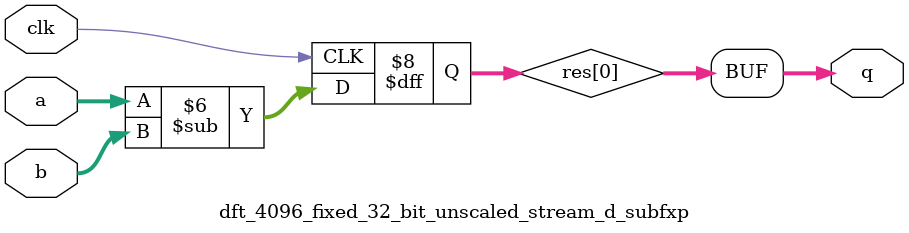
<source format=v>
/*
 * This source file contains a Verilog description of an IP core
 * automatically generated by the SPIRAL HDL Generator.
 *
 * This product includes a hardware design developed by Carnegie Mellon University.
 *
 * Copyright (c) 2005-2011 by Peter A. Milder for the SPIRAL Project,
 * Carnegie Mellon University
 *
 * For more information, see the SPIRAL project website at:
 *   http://www.spiral.net
 *
 * This design is provided for internal, non-commercial research use only
 * and is not for redistribution, with or without modifications.
 * 
 * You may not use the name "Carnegie Mellon University" or derivations
 * thereof to endorse or promote products derived from this software.
 *
 * THE SOFTWARE IS PROVIDED "AS-IS" WITHOUT ANY WARRANTY OF ANY KIND, EITHER
 * EXPRESS, IMPLIED OR STATUTORY, INCLUDING BUT NOT LIMITED TO ANY WARRANTY
 * THAT THE SOFTWARE WILL CONFORM TO SPECIFICATIONS OR BE ERROR-FREE AND ANY
 * IMPLIED WARRANTIES OF MERCHANTABILITY, FITNESS FOR A PARTICULAR PURPOSE,
 * TITLE, OR NON-INFRINGEMENT.  IN NO EVENT SHALL CARNEGIE MELLON UNIVERSITY
 * BE LIABLE FOR ANY DAMAGES, INCLUDING BUT NOT LIMITED TO DIRECT, INDIRECT,
 * SPECIAL OR CONSEQUENTIAL DAMAGES, ARISING OUT OF, RESULTING FROM, OR IN
 * ANY WAY CONNECTED WITH THIS SOFTWARE (WHETHER OR NOT BASED UPON WARRANTY,
 * CONTRACT, TORT OR OTHERWISE).
 *
 */

 /*

 Selected parameters:
DFT Size = 4096
direction = forward
data type = 32 bit fixed point, unscaled 
architecture = fully streaming
radix = 4
streaming width = 4
data ordering = natural input / natural output
BRAM budget = -1

*/


//   Input/output stream: 4 complex words per cycle
//   Throughput: one transform every 1024 cycles
//   Latency: 6937 cycles

//   Resources required:
//     60 multipliers (32 x 32 bit)
//     126 adders (32 x 32 bit)
//     8 RAMs (32 words, 64 bits per word)
//     24 RAMs (2048 words, 64 bits per word)
//     8 RAMs (512 words, 64 bits per word)
//     8 RAMs (128 words, 64 bits per word)
//     8 RAMs (8 words, 64 bits per word)
//     6 ROMs (16 words, 32 bits per word)
//     6 ROMs (64 words, 32 bits per word)
//     24 ROMs (1024 words, 10 bits per word)
//     6 ROMs (1024 words, 32 bits per word)
//     8 ROMs (64 words, 6 bits per word)
//     6 ROMs (256 words, 32 bits per word)
//     8 ROMs (256 words, 8 bits per word)

// Generated on Fri Jul 26 14:39:03 EDT 2019

// Latency: 6937 clock cycles
// Throughput: 1 transform every 1024 cycles


// We use an interleaved complex data format.  X0 represents the
// real portion of the first input, and X1 represents the imaginary
// portion.  The X variables are system inputs and the Y variables
// are system outputs.

// The design uses a system of flag signals to indicate the
// beginning of the input and output data streams.  The 'next'
// input (asserted high), is used to instruct the system that the
// input stream will begin on the following cycle.

// This system has a 'gap' of 1024 cycles.  This means that
// 1024 cycles must elapse between the beginning of the input
// vectors.

// The output signal 'next_out' (also asserted high) indicates
// that the output vector will begin streaming out of the system
 // on the following cycle.

// The system has a latency of 6937 cycles.  This means that
// the 'next_out' will be asserted 6937 cycles after the user
// asserts 'next'.

// The simple testbench below will demonstrate the timing for loading
// and unloading data vectors.
// The system reset signal is asserted high.

// Please note: when simulating floating point code, you must include
// Xilinx's DSP slice simulation module.


// Latency: 6937
// Gap: 1024
// module_name_is:dft_top

module dft_4096_fixed_32_bit_unscaled_stream_d(clk, reset, next, next_out,
   X0, Y0,
   X1, Y1,
   X2, Y2,
   X3, Y3,
   X4, Y4,
   X5, Y5,
   X6, Y6,
   X7, Y7);

   output next_out;
   input clk, reset, next;

   input [31:0] X0,
      X1,
      X2,
      X3,
      X4,
      X5,
      X6,
      X7;

   output [31:0] Y0,
      Y1,
      Y2,
      Y3,
      Y4,
      Y5,
      Y6,
      Y7;

   wire [31:0] t0_0;
   wire [31:0] t0_1;
   wire [31:0] t0_2;
   wire [31:0] t0_3;
   wire [31:0] t0_4;
   wire [31:0] t0_5;
   wire [31:0] t0_6;
   wire [31:0] t0_7;
   wire next_0;
   wire [31:0] t1_0;
   wire [31:0] t1_1;
   wire [31:0] t1_2;
   wire [31:0] t1_3;
   wire [31:0] t1_4;
   wire [31:0] t1_5;
   wire [31:0] t1_6;
   wire [31:0] t1_7;
   wire next_1;
   wire [31:0] t2_0;
   wire [31:0] t2_1;
   wire [31:0] t2_2;
   wire [31:0] t2_3;
   wire [31:0] t2_4;
   wire [31:0] t2_5;
   wire [31:0] t2_6;
   wire [31:0] t2_7;
   wire next_2;
   wire [31:0] t3_0;
   wire [31:0] t3_1;
   wire [31:0] t3_2;
   wire [31:0] t3_3;
   wire [31:0] t3_4;
   wire [31:0] t3_5;
   wire [31:0] t3_6;
   wire [31:0] t3_7;
   wire next_3;
   wire [31:0] t4_0;
   wire [31:0] t4_1;
   wire [31:0] t4_2;
   wire [31:0] t4_3;
   wire [31:0] t4_4;
   wire [31:0] t4_5;
   wire [31:0] t4_6;
   wire [31:0] t4_7;
   wire next_4;
   wire [31:0] t5_0;
   wire [31:0] t5_1;
   wire [31:0] t5_2;
   wire [31:0] t5_3;
   wire [31:0] t5_4;
   wire [31:0] t5_5;
   wire [31:0] t5_6;
   wire [31:0] t5_7;
   wire next_5;
   wire [31:0] t6_0;
   wire [31:0] t6_1;
   wire [31:0] t6_2;
   wire [31:0] t6_3;
   wire [31:0] t6_4;
   wire [31:0] t6_5;
   wire [31:0] t6_6;
   wire [31:0] t6_7;
   wire next_6;
   wire [31:0] t7_0;
   wire [31:0] t7_1;
   wire [31:0] t7_2;
   wire [31:0] t7_3;
   wire [31:0] t7_4;
   wire [31:0] t7_5;
   wire [31:0] t7_6;
   wire [31:0] t7_7;
   wire next_7;
   wire [31:0] t8_0;
   wire [31:0] t8_1;
   wire [31:0] t8_2;
   wire [31:0] t8_3;
   wire [31:0] t8_4;
   wire [31:0] t8_5;
   wire [31:0] t8_6;
   wire [31:0] t8_7;
   wire next_8;
   wire [31:0] t9_0;
   wire [31:0] t9_1;
   wire [31:0] t9_2;
   wire [31:0] t9_3;
   wire [31:0] t9_4;
   wire [31:0] t9_5;
   wire [31:0] t9_6;
   wire [31:0] t9_7;
   wire next_9;
   wire [31:0] t10_0;
   wire [31:0] t10_1;
   wire [31:0] t10_2;
   wire [31:0] t10_3;
   wire [31:0] t10_4;
   wire [31:0] t10_5;
   wire [31:0] t10_6;
   wire [31:0] t10_7;
   wire next_10;
   wire [31:0] t11_0;
   wire [31:0] t11_1;
   wire [31:0] t11_2;
   wire [31:0] t11_3;
   wire [31:0] t11_4;
   wire [31:0] t11_5;
   wire [31:0] t11_6;
   wire [31:0] t11_7;
   wire next_11;
   wire [31:0] t12_0;
   wire [31:0] t12_1;
   wire [31:0] t12_2;
   wire [31:0] t12_3;
   wire [31:0] t12_4;
   wire [31:0] t12_5;
   wire [31:0] t12_6;
   wire [31:0] t12_7;
   wire next_12;
   wire [31:0] t13_0;
   wire [31:0] t13_1;
   wire [31:0] t13_2;
   wire [31:0] t13_3;
   wire [31:0] t13_4;
   wire [31:0] t13_5;
   wire [31:0] t13_6;
   wire [31:0] t13_7;
   wire next_13;
   wire [31:0] t14_0;
   wire [31:0] t14_1;
   wire [31:0] t14_2;
   wire [31:0] t14_3;
   wire [31:0] t14_4;
   wire [31:0] t14_5;
   wire [31:0] t14_6;
   wire [31:0] t14_7;
   wire next_14;
   wire [31:0] t15_0;
   wire [31:0] t15_1;
   wire [31:0] t15_2;
   wire [31:0] t15_3;
   wire [31:0] t15_4;
   wire [31:0] t15_5;
   wire [31:0] t15_6;
   wire [31:0] t15_7;
   wire next_15;
   wire [31:0] t16_0;
   wire [31:0] t16_1;
   wire [31:0] t16_2;
   wire [31:0] t16_3;
   wire [31:0] t16_4;
   wire [31:0] t16_5;
   wire [31:0] t16_6;
   wire [31:0] t16_7;
   wire next_16;
   wire [31:0] t17_0;
   wire [31:0] t17_1;
   wire [31:0] t17_2;
   wire [31:0] t17_3;
   wire [31:0] t17_4;
   wire [31:0] t17_5;
   wire [31:0] t17_6;
   wire [31:0] t17_7;
   wire next_17;
   wire [31:0] t18_0;
   wire [31:0] t18_1;
   wire [31:0] t18_2;
   wire [31:0] t18_3;
   wire [31:0] t18_4;
   wire [31:0] t18_5;
   wire [31:0] t18_6;
   wire [31:0] t18_7;
   wire next_18;
   assign t0_0 = X0;
   assign Y0 = t18_0;
   assign t0_1 = X1;
   assign Y1 = t18_1;
   assign t0_2 = X2;
   assign Y2 = t18_2;
   assign t0_3 = X3;
   assign Y3 = t18_3;
   assign t0_4 = X4;
   assign Y4 = t18_4;
   assign t0_5 = X5;
   assign Y5 = t18_5;
   assign t0_6 = X6;
   assign Y6 = t18_6;
   assign t0_7 = X7;
   assign Y7 = t18_7;
   assign next_0 = next;
   assign next_out = next_18;

// latency=2053, gap=1024
dft_4096_fixed_32_bit_unscaled_stream_d_rc42415 stage0(.clk(clk), .reset(reset), .next(next_0), .next_out(next_1),
    .X0(t0_0), .Y0(t1_0),
    .X1(t0_1), .Y1(t1_1),
    .X2(t0_2), .Y2(t1_2),
    .X3(t0_3), .Y3(t1_3),
    .X4(t0_4), .Y4(t1_4),
    .X5(t0_5), .Y5(t1_5),
    .X6(t0_6), .Y6(t1_6),
    .X7(t0_7), .Y7(t1_7));


// latency=3, gap=1024
dft_4096_fixed_32_bit_unscaled_stream_d_codeBlock42417 stage1(.clk(clk), .reset(reset), .next_in(next_1), .next_out(next_2),
       .X0_in(t1_0), .Y0(t2_0),
       .X1_in(t1_1), .Y1(t2_1),
       .X2_in(t1_2), .Y2(t2_2),
       .X3_in(t1_3), .Y3(t2_3),
       .X4_in(t1_4), .Y4(t2_4),
       .X5_in(t1_5), .Y5(t2_5),
       .X6_in(t1_6), .Y6(t2_6),
       .X7_in(t1_7), .Y7(t2_7));


// latency=13, gap=1024
dft_4096_fixed_32_bit_unscaled_stream_d_rc42631 stage2(.clk(clk), .reset(reset), .next(next_2), .next_out(next_3),
    .X0(t2_0), .Y0(t3_0),
    .X1(t2_1), .Y1(t3_1),
    .X2(t2_2), .Y2(t3_2),
    .X3(t2_3), .Y3(t3_3),
    .X4(t2_4), .Y4(t3_4),
    .X5(t2_5), .Y5(t3_5),
    .X6(t2_6), .Y6(t3_6),
    .X7(t2_7), .Y7(t3_7));


// latency=12, gap=1024
dft_4096_fixed_32_bit_unscaled_stream_d_DirSum_43004 stage3(.next(next_3), .clk(clk), .reset(reset), .next_out(next_4),
       .X0(t3_0), .Y0(t4_0),
       .X1(t3_1), .Y1(t4_1),
       .X2(t3_2), .Y2(t4_2),
       .X3(t3_3), .Y3(t4_3),
       .X4(t3_4), .Y4(t4_4),
       .X5(t3_5), .Y5(t4_5),
       .X6(t3_6), .Y6(t4_6),
       .X7(t3_7), .Y7(t4_7));


// latency=3, gap=1024
dft_4096_fixed_32_bit_unscaled_stream_d_codeBlock43007 stage4(.clk(clk), .reset(reset), .next_in(next_4), .next_out(next_5),
       .X0_in(t4_0), .Y0(t5_0),
       .X1_in(t4_1), .Y1(t5_1),
       .X2_in(t4_2), .Y2(t5_2),
       .X3_in(t4_3), .Y3(t5_3),
       .X4_in(t4_4), .Y4(t5_4),
       .X5_in(t4_5), .Y5(t5_5),
       .X6_in(t4_6), .Y6(t5_6),
       .X7_in(t4_7), .Y7(t5_7));


// latency=37, gap=1024
dft_4096_fixed_32_bit_unscaled_stream_d_rc43221 stage5(.clk(clk), .reset(reset), .next(next_5), .next_out(next_6),
    .X0(t5_0), .Y0(t6_0),
    .X1(t5_1), .Y1(t6_1),
    .X2(t5_2), .Y2(t6_2),
    .X3(t5_3), .Y3(t6_3),
    .X4(t5_4), .Y4(t6_4),
    .X5(t5_5), .Y5(t6_5),
    .X6(t5_6), .Y6(t6_6),
    .X7(t5_7), .Y7(t6_7));


// latency=12, gap=1024
dft_4096_fixed_32_bit_unscaled_stream_d_DirSum_43690 stage6(.next(next_6), .clk(clk), .reset(reset), .next_out(next_7),
       .X0(t6_0), .Y0(t7_0),
       .X1(t6_1), .Y1(t7_1),
       .X2(t6_2), .Y2(t7_2),
       .X3(t6_3), .Y3(t7_3),
       .X4(t6_4), .Y4(t7_4),
       .X5(t6_5), .Y5(t7_5),
       .X6(t6_6), .Y6(t7_6),
       .X7(t6_7), .Y7(t7_7));


// latency=3, gap=1024
dft_4096_fixed_32_bit_unscaled_stream_d_codeBlock43693 stage7(.clk(clk), .reset(reset), .next_in(next_7), .next_out(next_8),
       .X0_in(t7_0), .Y0(t8_0),
       .X1_in(t7_1), .Y1(t8_1),
       .X2_in(t7_2), .Y2(t8_2),
       .X3_in(t7_3), .Y3(t8_3),
       .X4_in(t7_4), .Y4(t8_4),
       .X5_in(t7_5), .Y5(t8_5),
       .X6_in(t7_6), .Y6(t8_6),
       .X7_in(t7_7), .Y7(t8_7));


// latency=133, gap=1024
dft_4096_fixed_32_bit_unscaled_stream_d_rc43907 stage8(.clk(clk), .reset(reset), .next(next_8), .next_out(next_9),
    .X0(t8_0), .Y0(t9_0),
    .X1(t8_1), .Y1(t9_1),
    .X2(t8_2), .Y2(t9_2),
    .X3(t8_3), .Y3(t9_3),
    .X4(t8_4), .Y4(t9_4),
    .X5(t8_5), .Y5(t9_5),
    .X6(t8_6), .Y6(t9_6),
    .X7(t8_7), .Y7(t9_7));


// latency=12, gap=1024
dft_4096_fixed_32_bit_unscaled_stream_d_DirSum_44760 stage9(.next(next_9), .clk(clk), .reset(reset), .next_out(next_10),
       .X0(t9_0), .Y0(t10_0),
       .X1(t9_1), .Y1(t10_1),
       .X2(t9_2), .Y2(t10_2),
       .X3(t9_3), .Y3(t10_3),
       .X4(t9_4), .Y4(t10_4),
       .X5(t9_5), .Y5(t10_5),
       .X6(t9_6), .Y6(t10_6),
       .X7(t9_7), .Y7(t10_7));


// latency=3, gap=1024
dft_4096_fixed_32_bit_unscaled_stream_d_codeBlock44763 stage10(.clk(clk), .reset(reset), .next_in(next_10), .next_out(next_11),
       .X0_in(t10_0), .Y0(t11_0),
       .X1_in(t10_1), .Y1(t11_1),
       .X2_in(t10_2), .Y2(t11_2),
       .X3_in(t10_3), .Y3(t11_3),
       .X4_in(t10_4), .Y4(t11_4),
       .X5_in(t10_5), .Y5(t11_5),
       .X6_in(t10_6), .Y6(t11_6),
       .X7_in(t10_7), .Y7(t11_7));


// latency=517, gap=1024
dft_4096_fixed_32_bit_unscaled_stream_d_rc44977 stage11(.clk(clk), .reset(reset), .next(next_11), .next_out(next_12),
    .X0(t11_0), .Y0(t12_0),
    .X1(t11_1), .Y1(t12_1),
    .X2(t11_2), .Y2(t12_2),
    .X3(t11_3), .Y3(t12_3),
    .X4(t11_4), .Y4(t12_4),
    .X5(t11_5), .Y5(t12_5),
    .X6(t11_6), .Y6(t12_6),
    .X7(t11_7), .Y7(t12_7));


// latency=12, gap=1024
dft_4096_fixed_32_bit_unscaled_stream_d_DirSum_47366 stage12(.next(next_12), .clk(clk), .reset(reset), .next_out(next_13),
       .X0(t12_0), .Y0(t13_0),
       .X1(t12_1), .Y1(t13_1),
       .X2(t12_2), .Y2(t13_2),
       .X3(t12_3), .Y3(t13_3),
       .X4(t12_4), .Y4(t13_4),
       .X5(t12_5), .Y5(t13_5),
       .X6(t12_6), .Y6(t13_6),
       .X7(t12_7), .Y7(t13_7));


// latency=3, gap=1024
dft_4096_fixed_32_bit_unscaled_stream_d_codeBlock47369 stage13(.clk(clk), .reset(reset), .next_in(next_13), .next_out(next_14),
       .X0_in(t13_0), .Y0(t14_0),
       .X1_in(t13_1), .Y1(t14_1),
       .X2_in(t13_2), .Y2(t14_2),
       .X3_in(t13_3), .Y3(t14_3),
       .X4_in(t13_4), .Y4(t14_4),
       .X5_in(t13_5), .Y5(t14_5),
       .X6_in(t13_6), .Y6(t14_6),
       .X7_in(t13_7), .Y7(t14_7));


// latency=2053, gap=1024
dft_4096_fixed_32_bit_unscaled_stream_d_rc47583 stage14(.clk(clk), .reset(reset), .next(next_14), .next_out(next_15),
    .X0(t14_0), .Y0(t15_0),
    .X1(t14_1), .Y1(t15_1),
    .X2(t14_2), .Y2(t15_2),
    .X3(t14_3), .Y3(t15_3),
    .X4(t14_4), .Y4(t15_4),
    .X5(t14_5), .Y5(t15_5),
    .X6(t14_6), .Y6(t15_6),
    .X7(t14_7), .Y7(t15_7));


// latency=12, gap=1024
dft_4096_fixed_32_bit_unscaled_stream_d_DirSum_56115 stage15(.next(next_15), .clk(clk), .reset(reset), .next_out(next_16),
       .X0(t15_0), .Y0(t16_0),
       .X1(t15_1), .Y1(t16_1),
       .X2(t15_2), .Y2(t16_2),
       .X3(t15_3), .Y3(t16_3),
       .X4(t15_4), .Y4(t16_4),
       .X5(t15_5), .Y5(t16_5),
       .X6(t15_6), .Y6(t16_6),
       .X7(t15_7), .Y7(t16_7));


// latency=3, gap=1024
dft_4096_fixed_32_bit_unscaled_stream_d_codeBlock56118 stage16(.clk(clk), .reset(reset), .next_in(next_16), .next_out(next_17),
       .X0_in(t16_0), .Y0(t17_0),
       .X1_in(t16_1), .Y1(t17_1),
       .X2_in(t16_2), .Y2(t17_2),
       .X3_in(t16_3), .Y3(t17_3),
       .X4_in(t16_4), .Y4(t17_4),
       .X5_in(t16_5), .Y5(t17_5),
       .X6_in(t16_6), .Y6(t17_6),
       .X7_in(t16_7), .Y7(t17_7));


// latency=2053, gap=1024
dft_4096_fixed_32_bit_unscaled_stream_d_rc56332 stage17(.clk(clk), .reset(reset), .next(next_17), .next_out(next_18),
    .X0(t17_0), .Y0(t18_0),
    .X1(t17_1), .Y1(t18_1),
    .X2(t17_2), .Y2(t18_2),
    .X3(t17_3), .Y3(t18_3),
    .X4(t17_4), .Y4(t18_4),
    .X5(t17_5), .Y5(t18_5),
    .X6(t17_6), .Y6(t18_6),
    .X7(t17_7), .Y7(t18_7));


endmodule

// Latency: 2053
// Gap: 1024
module dft_4096_fixed_32_bit_unscaled_stream_d_rc42415(clk, reset, next, next_out,
   X0, Y0,
   X1, Y1,
   X2, Y2,
   X3, Y3,
   X4, Y4,
   X5, Y5,
   X6, Y6,
   X7, Y7);

   output next_out;
   input clk, reset, next;

   input [31:0] X0,
      X1,
      X2,
      X3,
      X4,
      X5,
      X6,
      X7;

   output [31:0] Y0,
      Y1,
      Y2,
      Y3,
      Y4,
      Y5,
      Y6,
      Y7;

   wire [63:0] t0;
   wire [63:0] s0;
   assign t0 = {X0, X1};
   wire [63:0] t1;
   wire [63:0] s1;
   assign t1 = {X2, X3};
   wire [63:0] t2;
   wire [63:0] s2;
   assign t2 = {X4, X5};
   wire [63:0] t3;
   wire [63:0] s3;
   assign t3 = {X6, X7};
   assign Y0 = s0[63:32];
   assign Y1 = s0[31:0];
   assign Y2 = s1[63:32];
   assign Y3 = s1[31:0];
   assign Y4 = s2[63:32];
   assign Y5 = s2[31:0];
   assign Y6 = s3[63:32];
   assign Y7 = s3[31:0];

dft_4096_fixed_32_bit_unscaled_stream_d_perm42413 instPerm58197(.x0(t0), .y0(s0),
    .x1(t1), .y1(s1),
    .x2(t2), .y2(s2),
    .x3(t3), .y3(s3),
   .clk(clk), .next(next), .next_out(next_out), .reset(reset)
);



endmodule

module dft_4096_fixed_32_bit_unscaled_stream_d_swNet42413(itr, clk, ct
,       x0, y0
,       x1, y1
,       x2, y2
,       x3, y3
);

    parameter width = 64;

    input [9:0] ct;
    input clk;
    input [0:0] itr;
    input [width-1:0] x0;
    output reg [width-1:0] y0;
    input [width-1:0] x1;
    output reg [width-1:0] y1;
    input [width-1:0] x2;
    output reg [width-1:0] y2;
    input [width-1:0] x3;
    output reg [width-1:0] y3;
    wire [width-1:0] t0_0, t0_1, t0_2, t0_3;
    wire [width-1:0] t1_0, t1_1, t1_2, t1_3;
    wire [width-1:0] t2_0, t2_1, t2_2, t2_3;
    reg [width-1:0] t3_0, t3_1, t3_2, t3_3;
    wire [width-1:0] t4_0, t4_1, t4_2, t4_3;
    reg [width-1:0] t5_0, t5_1, t5_2, t5_3;

    reg [3:0] control;

    always @(posedge clk) begin
      case(ct)
        10'd0: control <= 4'b1111;
        10'd1: control <= 4'b1111;
        10'd2: control <= 4'b1111;
        10'd3: control <= 4'b1111;
        10'd4: control <= 4'b1111;
        10'd5: control <= 4'b1111;
        10'd6: control <= 4'b1111;
        10'd7: control <= 4'b1111;
        10'd8: control <= 4'b1111;
        10'd9: control <= 4'b1111;
        10'd10: control <= 4'b1111;
        10'd11: control <= 4'b1111;
        10'd12: control <= 4'b1111;
        10'd13: control <= 4'b1111;
        10'd14: control <= 4'b1111;
        10'd15: control <= 4'b1111;
        10'd16: control <= 4'b1111;
        10'd17: control <= 4'b1111;
        10'd18: control <= 4'b1111;
        10'd19: control <= 4'b1111;
        10'd20: control <= 4'b1111;
        10'd21: control <= 4'b1111;
        10'd22: control <= 4'b1111;
        10'd23: control <= 4'b1111;
        10'd24: control <= 4'b1111;
        10'd25: control <= 4'b1111;
        10'd26: control <= 4'b1111;
        10'd27: control <= 4'b1111;
        10'd28: control <= 4'b1111;
        10'd29: control <= 4'b1111;
        10'd30: control <= 4'b1111;
        10'd31: control <= 4'b1111;
        10'd32: control <= 4'b1111;
        10'd33: control <= 4'b1111;
        10'd34: control <= 4'b1111;
        10'd35: control <= 4'b1111;
        10'd36: control <= 4'b1111;
        10'd37: control <= 4'b1111;
        10'd38: control <= 4'b1111;
        10'd39: control <= 4'b1111;
        10'd40: control <= 4'b1111;
        10'd41: control <= 4'b1111;
        10'd42: control <= 4'b1111;
        10'd43: control <= 4'b1111;
        10'd44: control <= 4'b1111;
        10'd45: control <= 4'b1111;
        10'd46: control <= 4'b1111;
        10'd47: control <= 4'b1111;
        10'd48: control <= 4'b1111;
        10'd49: control <= 4'b1111;
        10'd50: control <= 4'b1111;
        10'd51: control <= 4'b1111;
        10'd52: control <= 4'b1111;
        10'd53: control <= 4'b1111;
        10'd54: control <= 4'b1111;
        10'd55: control <= 4'b1111;
        10'd56: control <= 4'b1111;
        10'd57: control <= 4'b1111;
        10'd58: control <= 4'b1111;
        10'd59: control <= 4'b1111;
        10'd60: control <= 4'b1111;
        10'd61: control <= 4'b1111;
        10'd62: control <= 4'b1111;
        10'd63: control <= 4'b1111;
        10'd64: control <= 4'b1111;
        10'd65: control <= 4'b1111;
        10'd66: control <= 4'b1111;
        10'd67: control <= 4'b1111;
        10'd68: control <= 4'b1111;
        10'd69: control <= 4'b1111;
        10'd70: control <= 4'b1111;
        10'd71: control <= 4'b1111;
        10'd72: control <= 4'b1111;
        10'd73: control <= 4'b1111;
        10'd74: control <= 4'b1111;
        10'd75: control <= 4'b1111;
        10'd76: control <= 4'b1111;
        10'd77: control <= 4'b1111;
        10'd78: control <= 4'b1111;
        10'd79: control <= 4'b1111;
        10'd80: control <= 4'b1111;
        10'd81: control <= 4'b1111;
        10'd82: control <= 4'b1111;
        10'd83: control <= 4'b1111;
        10'd84: control <= 4'b1111;
        10'd85: control <= 4'b1111;
        10'd86: control <= 4'b1111;
        10'd87: control <= 4'b1111;
        10'd88: control <= 4'b1111;
        10'd89: control <= 4'b1111;
        10'd90: control <= 4'b1111;
        10'd91: control <= 4'b1111;
        10'd92: control <= 4'b1111;
        10'd93: control <= 4'b1111;
        10'd94: control <= 4'b1111;
        10'd95: control <= 4'b1111;
        10'd96: control <= 4'b1111;
        10'd97: control <= 4'b1111;
        10'd98: control <= 4'b1111;
        10'd99: control <= 4'b1111;
        10'd100: control <= 4'b1111;
        10'd101: control <= 4'b1111;
        10'd102: control <= 4'b1111;
        10'd103: control <= 4'b1111;
        10'd104: control <= 4'b1111;
        10'd105: control <= 4'b1111;
        10'd106: control <= 4'b1111;
        10'd107: control <= 4'b1111;
        10'd108: control <= 4'b1111;
        10'd109: control <= 4'b1111;
        10'd110: control <= 4'b1111;
        10'd111: control <= 4'b1111;
        10'd112: control <= 4'b1111;
        10'd113: control <= 4'b1111;
        10'd114: control <= 4'b1111;
        10'd115: control <= 4'b1111;
        10'd116: control <= 4'b1111;
        10'd117: control <= 4'b1111;
        10'd118: control <= 4'b1111;
        10'd119: control <= 4'b1111;
        10'd120: control <= 4'b1111;
        10'd121: control <= 4'b1111;
        10'd122: control <= 4'b1111;
        10'd123: control <= 4'b1111;
        10'd124: control <= 4'b1111;
        10'd125: control <= 4'b1111;
        10'd126: control <= 4'b1111;
        10'd127: control <= 4'b1111;
        10'd128: control <= 4'b1111;
        10'd129: control <= 4'b1111;
        10'd130: control <= 4'b1111;
        10'd131: control <= 4'b1111;
        10'd132: control <= 4'b1111;
        10'd133: control <= 4'b1111;
        10'd134: control <= 4'b1111;
        10'd135: control <= 4'b1111;
        10'd136: control <= 4'b1111;
        10'd137: control <= 4'b1111;
        10'd138: control <= 4'b1111;
        10'd139: control <= 4'b1111;
        10'd140: control <= 4'b1111;
        10'd141: control <= 4'b1111;
        10'd142: control <= 4'b1111;
        10'd143: control <= 4'b1111;
        10'd144: control <= 4'b1111;
        10'd145: control <= 4'b1111;
        10'd146: control <= 4'b1111;
        10'd147: control <= 4'b1111;
        10'd148: control <= 4'b1111;
        10'd149: control <= 4'b1111;
        10'd150: control <= 4'b1111;
        10'd151: control <= 4'b1111;
        10'd152: control <= 4'b1111;
        10'd153: control <= 4'b1111;
        10'd154: control <= 4'b1111;
        10'd155: control <= 4'b1111;
        10'd156: control <= 4'b1111;
        10'd157: control <= 4'b1111;
        10'd158: control <= 4'b1111;
        10'd159: control <= 4'b1111;
        10'd160: control <= 4'b1111;
        10'd161: control <= 4'b1111;
        10'd162: control <= 4'b1111;
        10'd163: control <= 4'b1111;
        10'd164: control <= 4'b1111;
        10'd165: control <= 4'b1111;
        10'd166: control <= 4'b1111;
        10'd167: control <= 4'b1111;
        10'd168: control <= 4'b1111;
        10'd169: control <= 4'b1111;
        10'd170: control <= 4'b1111;
        10'd171: control <= 4'b1111;
        10'd172: control <= 4'b1111;
        10'd173: control <= 4'b1111;
        10'd174: control <= 4'b1111;
        10'd175: control <= 4'b1111;
        10'd176: control <= 4'b1111;
        10'd177: control <= 4'b1111;
        10'd178: control <= 4'b1111;
        10'd179: control <= 4'b1111;
        10'd180: control <= 4'b1111;
        10'd181: control <= 4'b1111;
        10'd182: control <= 4'b1111;
        10'd183: control <= 4'b1111;
        10'd184: control <= 4'b1111;
        10'd185: control <= 4'b1111;
        10'd186: control <= 4'b1111;
        10'd187: control <= 4'b1111;
        10'd188: control <= 4'b1111;
        10'd189: control <= 4'b1111;
        10'd190: control <= 4'b1111;
        10'd191: control <= 4'b1111;
        10'd192: control <= 4'b1111;
        10'd193: control <= 4'b1111;
        10'd194: control <= 4'b1111;
        10'd195: control <= 4'b1111;
        10'd196: control <= 4'b1111;
        10'd197: control <= 4'b1111;
        10'd198: control <= 4'b1111;
        10'd199: control <= 4'b1111;
        10'd200: control <= 4'b1111;
        10'd201: control <= 4'b1111;
        10'd202: control <= 4'b1111;
        10'd203: control <= 4'b1111;
        10'd204: control <= 4'b1111;
        10'd205: control <= 4'b1111;
        10'd206: control <= 4'b1111;
        10'd207: control <= 4'b1111;
        10'd208: control <= 4'b1111;
        10'd209: control <= 4'b1111;
        10'd210: control <= 4'b1111;
        10'd211: control <= 4'b1111;
        10'd212: control <= 4'b1111;
        10'd213: control <= 4'b1111;
        10'd214: control <= 4'b1111;
        10'd215: control <= 4'b1111;
        10'd216: control <= 4'b1111;
        10'd217: control <= 4'b1111;
        10'd218: control <= 4'b1111;
        10'd219: control <= 4'b1111;
        10'd220: control <= 4'b1111;
        10'd221: control <= 4'b1111;
        10'd222: control <= 4'b1111;
        10'd223: control <= 4'b1111;
        10'd224: control <= 4'b1111;
        10'd225: control <= 4'b1111;
        10'd226: control <= 4'b1111;
        10'd227: control <= 4'b1111;
        10'd228: control <= 4'b1111;
        10'd229: control <= 4'b1111;
        10'd230: control <= 4'b1111;
        10'd231: control <= 4'b1111;
        10'd232: control <= 4'b1111;
        10'd233: control <= 4'b1111;
        10'd234: control <= 4'b1111;
        10'd235: control <= 4'b1111;
        10'd236: control <= 4'b1111;
        10'd237: control <= 4'b1111;
        10'd238: control <= 4'b1111;
        10'd239: control <= 4'b1111;
        10'd240: control <= 4'b1111;
        10'd241: control <= 4'b1111;
        10'd242: control <= 4'b1111;
        10'd243: control <= 4'b1111;
        10'd244: control <= 4'b1111;
        10'd245: control <= 4'b1111;
        10'd246: control <= 4'b1111;
        10'd247: control <= 4'b1111;
        10'd248: control <= 4'b1111;
        10'd249: control <= 4'b1111;
        10'd250: control <= 4'b1111;
        10'd251: control <= 4'b1111;
        10'd252: control <= 4'b1111;
        10'd253: control <= 4'b1111;
        10'd254: control <= 4'b1111;
        10'd255: control <= 4'b1111;
        10'd256: control <= 4'b0011;
        10'd257: control <= 4'b0011;
        10'd258: control <= 4'b0011;
        10'd259: control <= 4'b0011;
        10'd260: control <= 4'b0011;
        10'd261: control <= 4'b0011;
        10'd262: control <= 4'b0011;
        10'd263: control <= 4'b0011;
        10'd264: control <= 4'b0011;
        10'd265: control <= 4'b0011;
        10'd266: control <= 4'b0011;
        10'd267: control <= 4'b0011;
        10'd268: control <= 4'b0011;
        10'd269: control <= 4'b0011;
        10'd270: control <= 4'b0011;
        10'd271: control <= 4'b0011;
        10'd272: control <= 4'b0011;
        10'd273: control <= 4'b0011;
        10'd274: control <= 4'b0011;
        10'd275: control <= 4'b0011;
        10'd276: control <= 4'b0011;
        10'd277: control <= 4'b0011;
        10'd278: control <= 4'b0011;
        10'd279: control <= 4'b0011;
        10'd280: control <= 4'b0011;
        10'd281: control <= 4'b0011;
        10'd282: control <= 4'b0011;
        10'd283: control <= 4'b0011;
        10'd284: control <= 4'b0011;
        10'd285: control <= 4'b0011;
        10'd286: control <= 4'b0011;
        10'd287: control <= 4'b0011;
        10'd288: control <= 4'b0011;
        10'd289: control <= 4'b0011;
        10'd290: control <= 4'b0011;
        10'd291: control <= 4'b0011;
        10'd292: control <= 4'b0011;
        10'd293: control <= 4'b0011;
        10'd294: control <= 4'b0011;
        10'd295: control <= 4'b0011;
        10'd296: control <= 4'b0011;
        10'd297: control <= 4'b0011;
        10'd298: control <= 4'b0011;
        10'd299: control <= 4'b0011;
        10'd300: control <= 4'b0011;
        10'd301: control <= 4'b0011;
        10'd302: control <= 4'b0011;
        10'd303: control <= 4'b0011;
        10'd304: control <= 4'b0011;
        10'd305: control <= 4'b0011;
        10'd306: control <= 4'b0011;
        10'd307: control <= 4'b0011;
        10'd308: control <= 4'b0011;
        10'd309: control <= 4'b0011;
        10'd310: control <= 4'b0011;
        10'd311: control <= 4'b0011;
        10'd312: control <= 4'b0011;
        10'd313: control <= 4'b0011;
        10'd314: control <= 4'b0011;
        10'd315: control <= 4'b0011;
        10'd316: control <= 4'b0011;
        10'd317: control <= 4'b0011;
        10'd318: control <= 4'b0011;
        10'd319: control <= 4'b0011;
        10'd320: control <= 4'b0011;
        10'd321: control <= 4'b0011;
        10'd322: control <= 4'b0011;
        10'd323: control <= 4'b0011;
        10'd324: control <= 4'b0011;
        10'd325: control <= 4'b0011;
        10'd326: control <= 4'b0011;
        10'd327: control <= 4'b0011;
        10'd328: control <= 4'b0011;
        10'd329: control <= 4'b0011;
        10'd330: control <= 4'b0011;
        10'd331: control <= 4'b0011;
        10'd332: control <= 4'b0011;
        10'd333: control <= 4'b0011;
        10'd334: control <= 4'b0011;
        10'd335: control <= 4'b0011;
        10'd336: control <= 4'b0011;
        10'd337: control <= 4'b0011;
        10'd338: control <= 4'b0011;
        10'd339: control <= 4'b0011;
        10'd340: control <= 4'b0011;
        10'd341: control <= 4'b0011;
        10'd342: control <= 4'b0011;
        10'd343: control <= 4'b0011;
        10'd344: control <= 4'b0011;
        10'd345: control <= 4'b0011;
        10'd346: control <= 4'b0011;
        10'd347: control <= 4'b0011;
        10'd348: control <= 4'b0011;
        10'd349: control <= 4'b0011;
        10'd350: control <= 4'b0011;
        10'd351: control <= 4'b0011;
        10'd352: control <= 4'b0011;
        10'd353: control <= 4'b0011;
        10'd354: control <= 4'b0011;
        10'd355: control <= 4'b0011;
        10'd356: control <= 4'b0011;
        10'd357: control <= 4'b0011;
        10'd358: control <= 4'b0011;
        10'd359: control <= 4'b0011;
        10'd360: control <= 4'b0011;
        10'd361: control <= 4'b0011;
        10'd362: control <= 4'b0011;
        10'd363: control <= 4'b0011;
        10'd364: control <= 4'b0011;
        10'd365: control <= 4'b0011;
        10'd366: control <= 4'b0011;
        10'd367: control <= 4'b0011;
        10'd368: control <= 4'b0011;
        10'd369: control <= 4'b0011;
        10'd370: control <= 4'b0011;
        10'd371: control <= 4'b0011;
        10'd372: control <= 4'b0011;
        10'd373: control <= 4'b0011;
        10'd374: control <= 4'b0011;
        10'd375: control <= 4'b0011;
        10'd376: control <= 4'b0011;
        10'd377: control <= 4'b0011;
        10'd378: control <= 4'b0011;
        10'd379: control <= 4'b0011;
        10'd380: control <= 4'b0011;
        10'd381: control <= 4'b0011;
        10'd382: control <= 4'b0011;
        10'd383: control <= 4'b0011;
        10'd384: control <= 4'b0011;
        10'd385: control <= 4'b0011;
        10'd386: control <= 4'b0011;
        10'd387: control <= 4'b0011;
        10'd388: control <= 4'b0011;
        10'd389: control <= 4'b0011;
        10'd390: control <= 4'b0011;
        10'd391: control <= 4'b0011;
        10'd392: control <= 4'b0011;
        10'd393: control <= 4'b0011;
        10'd394: control <= 4'b0011;
        10'd395: control <= 4'b0011;
        10'd396: control <= 4'b0011;
        10'd397: control <= 4'b0011;
        10'd398: control <= 4'b0011;
        10'd399: control <= 4'b0011;
        10'd400: control <= 4'b0011;
        10'd401: control <= 4'b0011;
        10'd402: control <= 4'b0011;
        10'd403: control <= 4'b0011;
        10'd404: control <= 4'b0011;
        10'd405: control <= 4'b0011;
        10'd406: control <= 4'b0011;
        10'd407: control <= 4'b0011;
        10'd408: control <= 4'b0011;
        10'd409: control <= 4'b0011;
        10'd410: control <= 4'b0011;
        10'd411: control <= 4'b0011;
        10'd412: control <= 4'b0011;
        10'd413: control <= 4'b0011;
        10'd414: control <= 4'b0011;
        10'd415: control <= 4'b0011;
        10'd416: control <= 4'b0011;
        10'd417: control <= 4'b0011;
        10'd418: control <= 4'b0011;
        10'd419: control <= 4'b0011;
        10'd420: control <= 4'b0011;
        10'd421: control <= 4'b0011;
        10'd422: control <= 4'b0011;
        10'd423: control <= 4'b0011;
        10'd424: control <= 4'b0011;
        10'd425: control <= 4'b0011;
        10'd426: control <= 4'b0011;
        10'd427: control <= 4'b0011;
        10'd428: control <= 4'b0011;
        10'd429: control <= 4'b0011;
        10'd430: control <= 4'b0011;
        10'd431: control <= 4'b0011;
        10'd432: control <= 4'b0011;
        10'd433: control <= 4'b0011;
        10'd434: control <= 4'b0011;
        10'd435: control <= 4'b0011;
        10'd436: control <= 4'b0011;
        10'd437: control <= 4'b0011;
        10'd438: control <= 4'b0011;
        10'd439: control <= 4'b0011;
        10'd440: control <= 4'b0011;
        10'd441: control <= 4'b0011;
        10'd442: control <= 4'b0011;
        10'd443: control <= 4'b0011;
        10'd444: control <= 4'b0011;
        10'd445: control <= 4'b0011;
        10'd446: control <= 4'b0011;
        10'd447: control <= 4'b0011;
        10'd448: control <= 4'b0011;
        10'd449: control <= 4'b0011;
        10'd450: control <= 4'b0011;
        10'd451: control <= 4'b0011;
        10'd452: control <= 4'b0011;
        10'd453: control <= 4'b0011;
        10'd454: control <= 4'b0011;
        10'd455: control <= 4'b0011;
        10'd456: control <= 4'b0011;
        10'd457: control <= 4'b0011;
        10'd458: control <= 4'b0011;
        10'd459: control <= 4'b0011;
        10'd460: control <= 4'b0011;
        10'd461: control <= 4'b0011;
        10'd462: control <= 4'b0011;
        10'd463: control <= 4'b0011;
        10'd464: control <= 4'b0011;
        10'd465: control <= 4'b0011;
        10'd466: control <= 4'b0011;
        10'd467: control <= 4'b0011;
        10'd468: control <= 4'b0011;
        10'd469: control <= 4'b0011;
        10'd470: control <= 4'b0011;
        10'd471: control <= 4'b0011;
        10'd472: control <= 4'b0011;
        10'd473: control <= 4'b0011;
        10'd474: control <= 4'b0011;
        10'd475: control <= 4'b0011;
        10'd476: control <= 4'b0011;
        10'd477: control <= 4'b0011;
        10'd478: control <= 4'b0011;
        10'd479: control <= 4'b0011;
        10'd480: control <= 4'b0011;
        10'd481: control <= 4'b0011;
        10'd482: control <= 4'b0011;
        10'd483: control <= 4'b0011;
        10'd484: control <= 4'b0011;
        10'd485: control <= 4'b0011;
        10'd486: control <= 4'b0011;
        10'd487: control <= 4'b0011;
        10'd488: control <= 4'b0011;
        10'd489: control <= 4'b0011;
        10'd490: control <= 4'b0011;
        10'd491: control <= 4'b0011;
        10'd492: control <= 4'b0011;
        10'd493: control <= 4'b0011;
        10'd494: control <= 4'b0011;
        10'd495: control <= 4'b0011;
        10'd496: control <= 4'b0011;
        10'd497: control <= 4'b0011;
        10'd498: control <= 4'b0011;
        10'd499: control <= 4'b0011;
        10'd500: control <= 4'b0011;
        10'd501: control <= 4'b0011;
        10'd502: control <= 4'b0011;
        10'd503: control <= 4'b0011;
        10'd504: control <= 4'b0011;
        10'd505: control <= 4'b0011;
        10'd506: control <= 4'b0011;
        10'd507: control <= 4'b0011;
        10'd508: control <= 4'b0011;
        10'd509: control <= 4'b0011;
        10'd510: control <= 4'b0011;
        10'd511: control <= 4'b0011;
        10'd512: control <= 4'b1100;
        10'd513: control <= 4'b1100;
        10'd514: control <= 4'b1100;
        10'd515: control <= 4'b1100;
        10'd516: control <= 4'b1100;
        10'd517: control <= 4'b1100;
        10'd518: control <= 4'b1100;
        10'd519: control <= 4'b1100;
        10'd520: control <= 4'b1100;
        10'd521: control <= 4'b1100;
        10'd522: control <= 4'b1100;
        10'd523: control <= 4'b1100;
        10'd524: control <= 4'b1100;
        10'd525: control <= 4'b1100;
        10'd526: control <= 4'b1100;
        10'd527: control <= 4'b1100;
        10'd528: control <= 4'b1100;
        10'd529: control <= 4'b1100;
        10'd530: control <= 4'b1100;
        10'd531: control <= 4'b1100;
        10'd532: control <= 4'b1100;
        10'd533: control <= 4'b1100;
        10'd534: control <= 4'b1100;
        10'd535: control <= 4'b1100;
        10'd536: control <= 4'b1100;
        10'd537: control <= 4'b1100;
        10'd538: control <= 4'b1100;
        10'd539: control <= 4'b1100;
        10'd540: control <= 4'b1100;
        10'd541: control <= 4'b1100;
        10'd542: control <= 4'b1100;
        10'd543: control <= 4'b1100;
        10'd544: control <= 4'b1100;
        10'd545: control <= 4'b1100;
        10'd546: control <= 4'b1100;
        10'd547: control <= 4'b1100;
        10'd548: control <= 4'b1100;
        10'd549: control <= 4'b1100;
        10'd550: control <= 4'b1100;
        10'd551: control <= 4'b1100;
        10'd552: control <= 4'b1100;
        10'd553: control <= 4'b1100;
        10'd554: control <= 4'b1100;
        10'd555: control <= 4'b1100;
        10'd556: control <= 4'b1100;
        10'd557: control <= 4'b1100;
        10'd558: control <= 4'b1100;
        10'd559: control <= 4'b1100;
        10'd560: control <= 4'b1100;
        10'd561: control <= 4'b1100;
        10'd562: control <= 4'b1100;
        10'd563: control <= 4'b1100;
        10'd564: control <= 4'b1100;
        10'd565: control <= 4'b1100;
        10'd566: control <= 4'b1100;
        10'd567: control <= 4'b1100;
        10'd568: control <= 4'b1100;
        10'd569: control <= 4'b1100;
        10'd570: control <= 4'b1100;
        10'd571: control <= 4'b1100;
        10'd572: control <= 4'b1100;
        10'd573: control <= 4'b1100;
        10'd574: control <= 4'b1100;
        10'd575: control <= 4'b1100;
        10'd576: control <= 4'b1100;
        10'd577: control <= 4'b1100;
        10'd578: control <= 4'b1100;
        10'd579: control <= 4'b1100;
        10'd580: control <= 4'b1100;
        10'd581: control <= 4'b1100;
        10'd582: control <= 4'b1100;
        10'd583: control <= 4'b1100;
        10'd584: control <= 4'b1100;
        10'd585: control <= 4'b1100;
        10'd586: control <= 4'b1100;
        10'd587: control <= 4'b1100;
        10'd588: control <= 4'b1100;
        10'd589: control <= 4'b1100;
        10'd590: control <= 4'b1100;
        10'd591: control <= 4'b1100;
        10'd592: control <= 4'b1100;
        10'd593: control <= 4'b1100;
        10'd594: control <= 4'b1100;
        10'd595: control <= 4'b1100;
        10'd596: control <= 4'b1100;
        10'd597: control <= 4'b1100;
        10'd598: control <= 4'b1100;
        10'd599: control <= 4'b1100;
        10'd600: control <= 4'b1100;
        10'd601: control <= 4'b1100;
        10'd602: control <= 4'b1100;
        10'd603: control <= 4'b1100;
        10'd604: control <= 4'b1100;
        10'd605: control <= 4'b1100;
        10'd606: control <= 4'b1100;
        10'd607: control <= 4'b1100;
        10'd608: control <= 4'b1100;
        10'd609: control <= 4'b1100;
        10'd610: control <= 4'b1100;
        10'd611: control <= 4'b1100;
        10'd612: control <= 4'b1100;
        10'd613: control <= 4'b1100;
        10'd614: control <= 4'b1100;
        10'd615: control <= 4'b1100;
        10'd616: control <= 4'b1100;
        10'd617: control <= 4'b1100;
        10'd618: control <= 4'b1100;
        10'd619: control <= 4'b1100;
        10'd620: control <= 4'b1100;
        10'd621: control <= 4'b1100;
        10'd622: control <= 4'b1100;
        10'd623: control <= 4'b1100;
        10'd624: control <= 4'b1100;
        10'd625: control <= 4'b1100;
        10'd626: control <= 4'b1100;
        10'd627: control <= 4'b1100;
        10'd628: control <= 4'b1100;
        10'd629: control <= 4'b1100;
        10'd630: control <= 4'b1100;
        10'd631: control <= 4'b1100;
        10'd632: control <= 4'b1100;
        10'd633: control <= 4'b1100;
        10'd634: control <= 4'b1100;
        10'd635: control <= 4'b1100;
        10'd636: control <= 4'b1100;
        10'd637: control <= 4'b1100;
        10'd638: control <= 4'b1100;
        10'd639: control <= 4'b1100;
        10'd640: control <= 4'b1100;
        10'd641: control <= 4'b1100;
        10'd642: control <= 4'b1100;
        10'd643: control <= 4'b1100;
        10'd644: control <= 4'b1100;
        10'd645: control <= 4'b1100;
        10'd646: control <= 4'b1100;
        10'd647: control <= 4'b1100;
        10'd648: control <= 4'b1100;
        10'd649: control <= 4'b1100;
        10'd650: control <= 4'b1100;
        10'd651: control <= 4'b1100;
        10'd652: control <= 4'b1100;
        10'd653: control <= 4'b1100;
        10'd654: control <= 4'b1100;
        10'd655: control <= 4'b1100;
        10'd656: control <= 4'b1100;
        10'd657: control <= 4'b1100;
        10'd658: control <= 4'b1100;
        10'd659: control <= 4'b1100;
        10'd660: control <= 4'b1100;
        10'd661: control <= 4'b1100;
        10'd662: control <= 4'b1100;
        10'd663: control <= 4'b1100;
        10'd664: control <= 4'b1100;
        10'd665: control <= 4'b1100;
        10'd666: control <= 4'b1100;
        10'd667: control <= 4'b1100;
        10'd668: control <= 4'b1100;
        10'd669: control <= 4'b1100;
        10'd670: control <= 4'b1100;
        10'd671: control <= 4'b1100;
        10'd672: control <= 4'b1100;
        10'd673: control <= 4'b1100;
        10'd674: control <= 4'b1100;
        10'd675: control <= 4'b1100;
        10'd676: control <= 4'b1100;
        10'd677: control <= 4'b1100;
        10'd678: control <= 4'b1100;
        10'd679: control <= 4'b1100;
        10'd680: control <= 4'b1100;
        10'd681: control <= 4'b1100;
        10'd682: control <= 4'b1100;
        10'd683: control <= 4'b1100;
        10'd684: control <= 4'b1100;
        10'd685: control <= 4'b1100;
        10'd686: control <= 4'b1100;
        10'd687: control <= 4'b1100;
        10'd688: control <= 4'b1100;
        10'd689: control <= 4'b1100;
        10'd690: control <= 4'b1100;
        10'd691: control <= 4'b1100;
        10'd692: control <= 4'b1100;
        10'd693: control <= 4'b1100;
        10'd694: control <= 4'b1100;
        10'd695: control <= 4'b1100;
        10'd696: control <= 4'b1100;
        10'd697: control <= 4'b1100;
        10'd698: control <= 4'b1100;
        10'd699: control <= 4'b1100;
        10'd700: control <= 4'b1100;
        10'd701: control <= 4'b1100;
        10'd702: control <= 4'b1100;
        10'd703: control <= 4'b1100;
        10'd704: control <= 4'b1100;
        10'd705: control <= 4'b1100;
        10'd706: control <= 4'b1100;
        10'd707: control <= 4'b1100;
        10'd708: control <= 4'b1100;
        10'd709: control <= 4'b1100;
        10'd710: control <= 4'b1100;
        10'd711: control <= 4'b1100;
        10'd712: control <= 4'b1100;
        10'd713: control <= 4'b1100;
        10'd714: control <= 4'b1100;
        10'd715: control <= 4'b1100;
        10'd716: control <= 4'b1100;
        10'd717: control <= 4'b1100;
        10'd718: control <= 4'b1100;
        10'd719: control <= 4'b1100;
        10'd720: control <= 4'b1100;
        10'd721: control <= 4'b1100;
        10'd722: control <= 4'b1100;
        10'd723: control <= 4'b1100;
        10'd724: control <= 4'b1100;
        10'd725: control <= 4'b1100;
        10'd726: control <= 4'b1100;
        10'd727: control <= 4'b1100;
        10'd728: control <= 4'b1100;
        10'd729: control <= 4'b1100;
        10'd730: control <= 4'b1100;
        10'd731: control <= 4'b1100;
        10'd732: control <= 4'b1100;
        10'd733: control <= 4'b1100;
        10'd734: control <= 4'b1100;
        10'd735: control <= 4'b1100;
        10'd736: control <= 4'b1100;
        10'd737: control <= 4'b1100;
        10'd738: control <= 4'b1100;
        10'd739: control <= 4'b1100;
        10'd740: control <= 4'b1100;
        10'd741: control <= 4'b1100;
        10'd742: control <= 4'b1100;
        10'd743: control <= 4'b1100;
        10'd744: control <= 4'b1100;
        10'd745: control <= 4'b1100;
        10'd746: control <= 4'b1100;
        10'd747: control <= 4'b1100;
        10'd748: control <= 4'b1100;
        10'd749: control <= 4'b1100;
        10'd750: control <= 4'b1100;
        10'd751: control <= 4'b1100;
        10'd752: control <= 4'b1100;
        10'd753: control <= 4'b1100;
        10'd754: control <= 4'b1100;
        10'd755: control <= 4'b1100;
        10'd756: control <= 4'b1100;
        10'd757: control <= 4'b1100;
        10'd758: control <= 4'b1100;
        10'd759: control <= 4'b1100;
        10'd760: control <= 4'b1100;
        10'd761: control <= 4'b1100;
        10'd762: control <= 4'b1100;
        10'd763: control <= 4'b1100;
        10'd764: control <= 4'b1100;
        10'd765: control <= 4'b1100;
        10'd766: control <= 4'b1100;
        10'd767: control <= 4'b1100;
        10'd768: control <= 4'b0000;
        10'd769: control <= 4'b0000;
        10'd770: control <= 4'b0000;
        10'd771: control <= 4'b0000;
        10'd772: control <= 4'b0000;
        10'd773: control <= 4'b0000;
        10'd774: control <= 4'b0000;
        10'd775: control <= 4'b0000;
        10'd776: control <= 4'b0000;
        10'd777: control <= 4'b0000;
        10'd778: control <= 4'b0000;
        10'd779: control <= 4'b0000;
        10'd780: control <= 4'b0000;
        10'd781: control <= 4'b0000;
        10'd782: control <= 4'b0000;
        10'd783: control <= 4'b0000;
        10'd784: control <= 4'b0000;
        10'd785: control <= 4'b0000;
        10'd786: control <= 4'b0000;
        10'd787: control <= 4'b0000;
        10'd788: control <= 4'b0000;
        10'd789: control <= 4'b0000;
        10'd790: control <= 4'b0000;
        10'd791: control <= 4'b0000;
        10'd792: control <= 4'b0000;
        10'd793: control <= 4'b0000;
        10'd794: control <= 4'b0000;
        10'd795: control <= 4'b0000;
        10'd796: control <= 4'b0000;
        10'd797: control <= 4'b0000;
        10'd798: control <= 4'b0000;
        10'd799: control <= 4'b0000;
        10'd800: control <= 4'b0000;
        10'd801: control <= 4'b0000;
        10'd802: control <= 4'b0000;
        10'd803: control <= 4'b0000;
        10'd804: control <= 4'b0000;
        10'd805: control <= 4'b0000;
        10'd806: control <= 4'b0000;
        10'd807: control <= 4'b0000;
        10'd808: control <= 4'b0000;
        10'd809: control <= 4'b0000;
        10'd810: control <= 4'b0000;
        10'd811: control <= 4'b0000;
        10'd812: control <= 4'b0000;
        10'd813: control <= 4'b0000;
        10'd814: control <= 4'b0000;
        10'd815: control <= 4'b0000;
        10'd816: control <= 4'b0000;
        10'd817: control <= 4'b0000;
        10'd818: control <= 4'b0000;
        10'd819: control <= 4'b0000;
        10'd820: control <= 4'b0000;
        10'd821: control <= 4'b0000;
        10'd822: control <= 4'b0000;
        10'd823: control <= 4'b0000;
        10'd824: control <= 4'b0000;
        10'd825: control <= 4'b0000;
        10'd826: control <= 4'b0000;
        10'd827: control <= 4'b0000;
        10'd828: control <= 4'b0000;
        10'd829: control <= 4'b0000;
        10'd830: control <= 4'b0000;
        10'd831: control <= 4'b0000;
        10'd832: control <= 4'b0000;
        10'd833: control <= 4'b0000;
        10'd834: control <= 4'b0000;
        10'd835: control <= 4'b0000;
        10'd836: control <= 4'b0000;
        10'd837: control <= 4'b0000;
        10'd838: control <= 4'b0000;
        10'd839: control <= 4'b0000;
        10'd840: control <= 4'b0000;
        10'd841: control <= 4'b0000;
        10'd842: control <= 4'b0000;
        10'd843: control <= 4'b0000;
        10'd844: control <= 4'b0000;
        10'd845: control <= 4'b0000;
        10'd846: control <= 4'b0000;
        10'd847: control <= 4'b0000;
        10'd848: control <= 4'b0000;
        10'd849: control <= 4'b0000;
        10'd850: control <= 4'b0000;
        10'd851: control <= 4'b0000;
        10'd852: control <= 4'b0000;
        10'd853: control <= 4'b0000;
        10'd854: control <= 4'b0000;
        10'd855: control <= 4'b0000;
        10'd856: control <= 4'b0000;
        10'd857: control <= 4'b0000;
        10'd858: control <= 4'b0000;
        10'd859: control <= 4'b0000;
        10'd860: control <= 4'b0000;
        10'd861: control <= 4'b0000;
        10'd862: control <= 4'b0000;
        10'd863: control <= 4'b0000;
        10'd864: control <= 4'b0000;
        10'd865: control <= 4'b0000;
        10'd866: control <= 4'b0000;
        10'd867: control <= 4'b0000;
        10'd868: control <= 4'b0000;
        10'd869: control <= 4'b0000;
        10'd870: control <= 4'b0000;
        10'd871: control <= 4'b0000;
        10'd872: control <= 4'b0000;
        10'd873: control <= 4'b0000;
        10'd874: control <= 4'b0000;
        10'd875: control <= 4'b0000;
        10'd876: control <= 4'b0000;
        10'd877: control <= 4'b0000;
        10'd878: control <= 4'b0000;
        10'd879: control <= 4'b0000;
        10'd880: control <= 4'b0000;
        10'd881: control <= 4'b0000;
        10'd882: control <= 4'b0000;
        10'd883: control <= 4'b0000;
        10'd884: control <= 4'b0000;
        10'd885: control <= 4'b0000;
        10'd886: control <= 4'b0000;
        10'd887: control <= 4'b0000;
        10'd888: control <= 4'b0000;
        10'd889: control <= 4'b0000;
        10'd890: control <= 4'b0000;
        10'd891: control <= 4'b0000;
        10'd892: control <= 4'b0000;
        10'd893: control <= 4'b0000;
        10'd894: control <= 4'b0000;
        10'd895: control <= 4'b0000;
        10'd896: control <= 4'b0000;
        10'd897: control <= 4'b0000;
        10'd898: control <= 4'b0000;
        10'd899: control <= 4'b0000;
        10'd900: control <= 4'b0000;
        10'd901: control <= 4'b0000;
        10'd902: control <= 4'b0000;
        10'd903: control <= 4'b0000;
        10'd904: control <= 4'b0000;
        10'd905: control <= 4'b0000;
        10'd906: control <= 4'b0000;
        10'd907: control <= 4'b0000;
        10'd908: control <= 4'b0000;
        10'd909: control <= 4'b0000;
        10'd910: control <= 4'b0000;
        10'd911: control <= 4'b0000;
        10'd912: control <= 4'b0000;
        10'd913: control <= 4'b0000;
        10'd914: control <= 4'b0000;
        10'd915: control <= 4'b0000;
        10'd916: control <= 4'b0000;
        10'd917: control <= 4'b0000;
        10'd918: control <= 4'b0000;
        10'd919: control <= 4'b0000;
        10'd920: control <= 4'b0000;
        10'd921: control <= 4'b0000;
        10'd922: control <= 4'b0000;
        10'd923: control <= 4'b0000;
        10'd924: control <= 4'b0000;
        10'd925: control <= 4'b0000;
        10'd926: control <= 4'b0000;
        10'd927: control <= 4'b0000;
        10'd928: control <= 4'b0000;
        10'd929: control <= 4'b0000;
        10'd930: control <= 4'b0000;
        10'd931: control <= 4'b0000;
        10'd932: control <= 4'b0000;
        10'd933: control <= 4'b0000;
        10'd934: control <= 4'b0000;
        10'd935: control <= 4'b0000;
        10'd936: control <= 4'b0000;
        10'd937: control <= 4'b0000;
        10'd938: control <= 4'b0000;
        10'd939: control <= 4'b0000;
        10'd940: control <= 4'b0000;
        10'd941: control <= 4'b0000;
        10'd942: control <= 4'b0000;
        10'd943: control <= 4'b0000;
        10'd944: control <= 4'b0000;
        10'd945: control <= 4'b0000;
        10'd946: control <= 4'b0000;
        10'd947: control <= 4'b0000;
        10'd948: control <= 4'b0000;
        10'd949: control <= 4'b0000;
        10'd950: control <= 4'b0000;
        10'd951: control <= 4'b0000;
        10'd952: control <= 4'b0000;
        10'd953: control <= 4'b0000;
        10'd954: control <= 4'b0000;
        10'd955: control <= 4'b0000;
        10'd956: control <= 4'b0000;
        10'd957: control <= 4'b0000;
        10'd958: control <= 4'b0000;
        10'd959: control <= 4'b0000;
        10'd960: control <= 4'b0000;
        10'd961: control <= 4'b0000;
        10'd962: control <= 4'b0000;
        10'd963: control <= 4'b0000;
        10'd964: control <= 4'b0000;
        10'd965: control <= 4'b0000;
        10'd966: control <= 4'b0000;
        10'd967: control <= 4'b0000;
        10'd968: control <= 4'b0000;
        10'd969: control <= 4'b0000;
        10'd970: control <= 4'b0000;
        10'd971: control <= 4'b0000;
        10'd972: control <= 4'b0000;
        10'd973: control <= 4'b0000;
        10'd974: control <= 4'b0000;
        10'd975: control <= 4'b0000;
        10'd976: control <= 4'b0000;
        10'd977: control <= 4'b0000;
        10'd978: control <= 4'b0000;
        10'd979: control <= 4'b0000;
        10'd980: control <= 4'b0000;
        10'd981: control <= 4'b0000;
        10'd982: control <= 4'b0000;
        10'd983: control <= 4'b0000;
        10'd984: control <= 4'b0000;
        10'd985: control <= 4'b0000;
        10'd986: control <= 4'b0000;
        10'd987: control <= 4'b0000;
        10'd988: control <= 4'b0000;
        10'd989: control <= 4'b0000;
        10'd990: control <= 4'b0000;
        10'd991: control <= 4'b0000;
        10'd992: control <= 4'b0000;
        10'd993: control <= 4'b0000;
        10'd994: control <= 4'b0000;
        10'd995: control <= 4'b0000;
        10'd996: control <= 4'b0000;
        10'd997: control <= 4'b0000;
        10'd998: control <= 4'b0000;
        10'd999: control <= 4'b0000;
        10'd1000: control <= 4'b0000;
        10'd1001: control <= 4'b0000;
        10'd1002: control <= 4'b0000;
        10'd1003: control <= 4'b0000;
        10'd1004: control <= 4'b0000;
        10'd1005: control <= 4'b0000;
        10'd1006: control <= 4'b0000;
        10'd1007: control <= 4'b0000;
        10'd1008: control <= 4'b0000;
        10'd1009: control <= 4'b0000;
        10'd1010: control <= 4'b0000;
        10'd1011: control <= 4'b0000;
        10'd1012: control <= 4'b0000;
        10'd1013: control <= 4'b0000;
        10'd1014: control <= 4'b0000;
        10'd1015: control <= 4'b0000;
        10'd1016: control <= 4'b0000;
        10'd1017: control <= 4'b0000;
        10'd1018: control <= 4'b0000;
        10'd1019: control <= 4'b0000;
        10'd1020: control <= 4'b0000;
        10'd1021: control <= 4'b0000;
        10'd1022: control <= 4'b0000;
        10'd1023: control <= 4'b0000;
      endcase
   end

// synthesis attribute rom_style of control is "block"
   reg [3:0] control0;
   reg [3:0] control1;
    always @(posedge clk) begin
       control0 <= control;
        control1 <= control0;
    end
    assign t0_0 = x0;
    assign t0_1 = x2;
    assign t0_2 = x1;
    assign t0_3 = x3;
     assign t1_0 = t0_0;
     assign t1_1 = t0_1;
     assign t1_2 = t0_2;
     assign t1_3 = t0_3;
    assign t2_0 = t1_0;
    assign t2_1 = t1_2;
    assign t2_2 = t1_1;
    assign t2_3 = t1_3;
   always @(posedge clk) begin
         t3_0 <= (control0[3] == 0) ? t2_0 : t2_1;
         t3_1 <= (control0[3] == 0) ? t2_1 : t2_0;
         t3_2 <= (control0[2] == 0) ? t2_2 : t2_3;
         t3_3 <= (control0[2] == 0) ? t2_3 : t2_2;
   end
    assign t4_0 = t3_0;
    assign t4_1 = t3_2;
    assign t4_2 = t3_1;
    assign t4_3 = t3_3;
   always @(posedge clk) begin
         t5_0 <= (control1[1] == 0) ? t4_0 : t4_1;
         t5_1 <= (control1[1] == 0) ? t4_1 : t4_0;
         t5_2 <= (control1[0] == 0) ? t4_2 : t4_3;
         t5_3 <= (control1[0] == 0) ? t4_3 : t4_2;
   end
    always @(posedge clk) begin
        y0 <= t5_0;
        y1 <= t5_2;
        y2 <= t5_1;
        y3 <= t5_3;
    end
endmodule

// Latency: 2053
// Gap: 1024
module dft_4096_fixed_32_bit_unscaled_stream_d_perm42413(clk, next, reset, next_out,
   x0, y0,
   x1, y1,
   x2, y2,
   x3, y3);
   parameter width = 64;

   parameter depth = 1024;

   parameter addrbits = 10;

   parameter muxbits = 2;

   input [width-1:0]  x0;
   output [width-1:0]  y0;
   wire [width-1:0]  t0;
   wire [width-1:0]  s0;
   input [width-1:0]  x1;
   output [width-1:0]  y1;
   wire [width-1:0]  t1;
   wire [width-1:0]  s1;
   input [width-1:0]  x2;
   output [width-1:0]  y2;
   wire [width-1:0]  t2;
   wire [width-1:0]  s2;
   input [width-1:0]  x3;
   output [width-1:0]  y3;
   wire [width-1:0]  t3;
   wire [width-1:0]  s3;
   input next, reset, clk;
   output next_out;
   reg [addrbits-1:0] s1rdloc, s2rdloc;

    reg [addrbits-1:0] s1wr0;
   reg [addrbits-1:0] s1rd0, s2wr0, s2rd0;
   reg [addrbits-1:0] s1rd1, s2wr1, s2rd1;
   reg [addrbits-1:0] s1rd2, s2wr2, s2rd2;
   reg [addrbits-1:0] s1rd3, s2wr3, s2rd3;
   reg s1wr_en, state1, state2, state3;
   wire 	      next2, next3, next4;
   reg 		      inFlip0, outFlip0_z, outFlip1;
   wire 	      inFlip1, outFlip0;

   wire [0:0] tm0;
   assign tm0 = 0;

dft_4096_fixed_32_bit_unscaled_stream_d_shiftRegFIFO #(4, 1) shiftFIFO_58202(.X(outFlip0), .Y(inFlip1), .clk(clk));
dft_4096_fixed_32_bit_unscaled_stream_d_shiftRegFIFO #(1, 1) shiftFIFO_58203(.X(outFlip0_z), .Y(outFlip0), .clk(clk));
//   shiftRegFIFO #(2, 1) inFlip1Reg(outFlip0, inFlip1, clk);
//   shiftRegFIFO #(1, 1) outFlip0Reg(outFlip0_z, outFlip0, clk);

dft_4096_fixed_32_bit_unscaled_stream_d_memMod #(depth*2, width, addrbits+1) s1mem0(x0, t0, {inFlip0, s1wr0}, {outFlip0, s1rd0}, s1wr_en, clk);
dft_4096_fixed_32_bit_unscaled_stream_d_memMod #(depth*2, width, addrbits+1) s1mem1(x1, t1, {inFlip0, s1wr0}, {outFlip0, s1rd1}, s1wr_en, clk);
dft_4096_fixed_32_bit_unscaled_stream_d_memMod #(depth*2, width, addrbits+1) s1mem2(x2, t2, {inFlip0, s1wr0}, {outFlip0, s1rd2}, s1wr_en, clk);
dft_4096_fixed_32_bit_unscaled_stream_d_memMod #(depth*2, width, addrbits+1) s1mem3(x3, t3, {inFlip0, s1wr0}, {outFlip0, s1rd3}, s1wr_en, clk);

dft_4096_fixed_32_bit_unscaled_stream_d_nextReg #(1023, 10) nextReg_58214(.X(next), .Y(next2), .reset(reset), .clk(clk));
dft_4096_fixed_32_bit_unscaled_stream_d_shiftRegFIFO #(5, 1) shiftFIFO_58215(.X(next2), .Y(next3), .clk(clk));
dft_4096_fixed_32_bit_unscaled_stream_d_nextReg #(1024, 10) nextReg_58218(.X(next3), .Y(next4), .reset(reset), .clk(clk));
dft_4096_fixed_32_bit_unscaled_stream_d_shiftRegFIFO #(1, 1) shiftFIFO_58219(.X(next4), .Y(next_out), .clk(clk));
dft_4096_fixed_32_bit_unscaled_stream_d_shiftRegFIFO #(1023, 1) shiftFIFO_58222(.X(tm0), .Y(tm0_d), .clk(clk));
dft_4096_fixed_32_bit_unscaled_stream_d_shiftRegFIFO #(4, 1) shiftFIFO_58225(.X(tm0_d), .Y(tm0_dd), .clk(clk));

   wire [addrbits-1:0] 	      muxCycle, writeCycle;
assign muxCycle = s1rdloc;
dft_4096_fixed_32_bit_unscaled_stream_d_shiftRegFIFO #(4, 10) shiftFIFO_58230(.X(muxCycle), .Y(writeCycle), .clk(clk));

   wire 		      readInt, s2wr_en;   
   assign 		      readInt = (state2 == 1);

dft_4096_fixed_32_bit_unscaled_stream_d_shiftRegFIFO #(5, 1) writeIntReg(readInt, s2wr_en, clk);

dft_4096_fixed_32_bit_unscaled_stream_d_memMod #(depth*2, width, addrbits+1) s2mem0(s0, y0, {inFlip1, s2wr0}, {outFlip1, s2rdloc}, s2wr_en, clk);
dft_4096_fixed_32_bit_unscaled_stream_d_memMod #(depth*2, width, addrbits+1) s2mem1(s1, y1, {inFlip1, s2wr1}, {outFlip1, s2rdloc}, s2wr_en, clk);
dft_4096_fixed_32_bit_unscaled_stream_d_memMod #(depth*2, width, addrbits+1) s2mem2(s2, y2, {inFlip1, s2wr2}, {outFlip1, s2rdloc}, s2wr_en, clk);
dft_4096_fixed_32_bit_unscaled_stream_d_memMod #(depth*2, width, addrbits+1) s2mem3(s3, y3, {inFlip1, s2wr3}, {outFlip1, s2rdloc}, s2wr_en, clk);
   always @(posedge clk) begin
      if (reset == 1) begin
	 state1 <= 0;
	 inFlip0 <= 0;	 
	 s1wr0 <= 0;
      end
      else if (next == 1) begin
	 s1wr0 <= 0;
	 state1 <= 1;
	 s1wr_en <= 1;
	 inFlip0 <= (s1wr0 == depth-1) ? ~inFlip0 : inFlip0;
      end
      else begin
	 case(state1)
	   0: begin
	      s1wr0 <= 0;
	      state1 <= 0;
	      s1wr_en <= 0;
	      inFlip0 <= inFlip0;	      
	   end
	   1: begin
	      s1wr0 <= (s1wr0 == depth-1) ? 0 : s1wr0 + 1;
	      state1 <= 1;
         s1wr_en <= 1;
	      inFlip0 <= (s1wr0 == depth-1) ? ~inFlip0 : inFlip0;
	   end
	 endcase
      end      
   end

   always @(posedge clk) begin
      if (reset == 1) begin
	       state2 <= 0;
	       outFlip0_z <= 0;	 
      end
      else if (next2 == 1) begin
	       s1rdloc <= 0;
	       state2 <= 1;
	       outFlip0_z <= (s1rdloc == depth-1) ? ~outFlip0_z : outFlip0_z;
      end
      else begin
	 case(state2)
	   0: begin
	      s1rdloc <= 0;
	      state2 <= 0;
	      outFlip0_z <= outFlip0_z;	 
	   end
	   1: begin
	      s1rdloc <= (s1rdloc == depth-1) ? 0 : s1rdloc + 1;
         state2 <= 1;
	      outFlip0_z <= (s1rdloc == depth-1) ? ~outFlip0_z : outFlip0_z;
	   end	     
	 endcase
      end
   end

   always @(posedge clk) begin
      if (reset == 1) begin
	 state3 <= 0;
	 outFlip1 <= 0;	 
      end
      else if (next4 == 1) begin
	 s2rdloc <= 0;
	 state3 <= 1;
	 outFlip1 <= (s2rdloc == depth-1) ? ~outFlip1 : outFlip1;	      
      end
      else begin
	 case(state3)
	   0: begin
	      s2rdloc <= 0;
	      state3 <= 0;
	      outFlip1 <= outFlip1;
	   end
	   1: begin
	      s2rdloc <= (s2rdloc == depth-1) ? 0 : s2rdloc + 1;
         state3 <= 1;
	      outFlip1 <= (s2rdloc == depth-1) ? ~outFlip1 : outFlip1;
	   end	     
	 endcase
      end
   end
   always @(posedge clk) begin
      case({tm0_d, s1rdloc})
	     {1'd0,  10'd0}: s1rd0 <= 768;
	     {1'd0,  10'd1}: s1rd0 <= 832;
	     {1'd0,  10'd2}: s1rd0 <= 896;
	     {1'd0,  10'd3}: s1rd0 <= 960;
	     {1'd0,  10'd4}: s1rd0 <= 784;
	     {1'd0,  10'd5}: s1rd0 <= 848;
	     {1'd0,  10'd6}: s1rd0 <= 912;
	     {1'd0,  10'd7}: s1rd0 <= 976;
	     {1'd0,  10'd8}: s1rd0 <= 800;
	     {1'd0,  10'd9}: s1rd0 <= 864;
	     {1'd0,  10'd10}: s1rd0 <= 928;
	     {1'd0,  10'd11}: s1rd0 <= 992;
	     {1'd0,  10'd12}: s1rd0 <= 816;
	     {1'd0,  10'd13}: s1rd0 <= 880;
	     {1'd0,  10'd14}: s1rd0 <= 944;
	     {1'd0,  10'd15}: s1rd0 <= 1008;
	     {1'd0,  10'd16}: s1rd0 <= 772;
	     {1'd0,  10'd17}: s1rd0 <= 836;
	     {1'd0,  10'd18}: s1rd0 <= 900;
	     {1'd0,  10'd19}: s1rd0 <= 964;
	     {1'd0,  10'd20}: s1rd0 <= 788;
	     {1'd0,  10'd21}: s1rd0 <= 852;
	     {1'd0,  10'd22}: s1rd0 <= 916;
	     {1'd0,  10'd23}: s1rd0 <= 980;
	     {1'd0,  10'd24}: s1rd0 <= 804;
	     {1'd0,  10'd25}: s1rd0 <= 868;
	     {1'd0,  10'd26}: s1rd0 <= 932;
	     {1'd0,  10'd27}: s1rd0 <= 996;
	     {1'd0,  10'd28}: s1rd0 <= 820;
	     {1'd0,  10'd29}: s1rd0 <= 884;
	     {1'd0,  10'd30}: s1rd0 <= 948;
	     {1'd0,  10'd31}: s1rd0 <= 1012;
	     {1'd0,  10'd32}: s1rd0 <= 776;
	     {1'd0,  10'd33}: s1rd0 <= 840;
	     {1'd0,  10'd34}: s1rd0 <= 904;
	     {1'd0,  10'd35}: s1rd0 <= 968;
	     {1'd0,  10'd36}: s1rd0 <= 792;
	     {1'd0,  10'd37}: s1rd0 <= 856;
	     {1'd0,  10'd38}: s1rd0 <= 920;
	     {1'd0,  10'd39}: s1rd0 <= 984;
	     {1'd0,  10'd40}: s1rd0 <= 808;
	     {1'd0,  10'd41}: s1rd0 <= 872;
	     {1'd0,  10'd42}: s1rd0 <= 936;
	     {1'd0,  10'd43}: s1rd0 <= 1000;
	     {1'd0,  10'd44}: s1rd0 <= 824;
	     {1'd0,  10'd45}: s1rd0 <= 888;
	     {1'd0,  10'd46}: s1rd0 <= 952;
	     {1'd0,  10'd47}: s1rd0 <= 1016;
	     {1'd0,  10'd48}: s1rd0 <= 780;
	     {1'd0,  10'd49}: s1rd0 <= 844;
	     {1'd0,  10'd50}: s1rd0 <= 908;
	     {1'd0,  10'd51}: s1rd0 <= 972;
	     {1'd0,  10'd52}: s1rd0 <= 796;
	     {1'd0,  10'd53}: s1rd0 <= 860;
	     {1'd0,  10'd54}: s1rd0 <= 924;
	     {1'd0,  10'd55}: s1rd0 <= 988;
	     {1'd0,  10'd56}: s1rd0 <= 812;
	     {1'd0,  10'd57}: s1rd0 <= 876;
	     {1'd0,  10'd58}: s1rd0 <= 940;
	     {1'd0,  10'd59}: s1rd0 <= 1004;
	     {1'd0,  10'd60}: s1rd0 <= 828;
	     {1'd0,  10'd61}: s1rd0 <= 892;
	     {1'd0,  10'd62}: s1rd0 <= 956;
	     {1'd0,  10'd63}: s1rd0 <= 1020;
	     {1'd0,  10'd64}: s1rd0 <= 769;
	     {1'd0,  10'd65}: s1rd0 <= 833;
	     {1'd0,  10'd66}: s1rd0 <= 897;
	     {1'd0,  10'd67}: s1rd0 <= 961;
	     {1'd0,  10'd68}: s1rd0 <= 785;
	     {1'd0,  10'd69}: s1rd0 <= 849;
	     {1'd0,  10'd70}: s1rd0 <= 913;
	     {1'd0,  10'd71}: s1rd0 <= 977;
	     {1'd0,  10'd72}: s1rd0 <= 801;
	     {1'd0,  10'd73}: s1rd0 <= 865;
	     {1'd0,  10'd74}: s1rd0 <= 929;
	     {1'd0,  10'd75}: s1rd0 <= 993;
	     {1'd0,  10'd76}: s1rd0 <= 817;
	     {1'd0,  10'd77}: s1rd0 <= 881;
	     {1'd0,  10'd78}: s1rd0 <= 945;
	     {1'd0,  10'd79}: s1rd0 <= 1009;
	     {1'd0,  10'd80}: s1rd0 <= 773;
	     {1'd0,  10'd81}: s1rd0 <= 837;
	     {1'd0,  10'd82}: s1rd0 <= 901;
	     {1'd0,  10'd83}: s1rd0 <= 965;
	     {1'd0,  10'd84}: s1rd0 <= 789;
	     {1'd0,  10'd85}: s1rd0 <= 853;
	     {1'd0,  10'd86}: s1rd0 <= 917;
	     {1'd0,  10'd87}: s1rd0 <= 981;
	     {1'd0,  10'd88}: s1rd0 <= 805;
	     {1'd0,  10'd89}: s1rd0 <= 869;
	     {1'd0,  10'd90}: s1rd0 <= 933;
	     {1'd0,  10'd91}: s1rd0 <= 997;
	     {1'd0,  10'd92}: s1rd0 <= 821;
	     {1'd0,  10'd93}: s1rd0 <= 885;
	     {1'd0,  10'd94}: s1rd0 <= 949;
	     {1'd0,  10'd95}: s1rd0 <= 1013;
	     {1'd0,  10'd96}: s1rd0 <= 777;
	     {1'd0,  10'd97}: s1rd0 <= 841;
	     {1'd0,  10'd98}: s1rd0 <= 905;
	     {1'd0,  10'd99}: s1rd0 <= 969;
	     {1'd0,  10'd100}: s1rd0 <= 793;
	     {1'd0,  10'd101}: s1rd0 <= 857;
	     {1'd0,  10'd102}: s1rd0 <= 921;
	     {1'd0,  10'd103}: s1rd0 <= 985;
	     {1'd0,  10'd104}: s1rd0 <= 809;
	     {1'd0,  10'd105}: s1rd0 <= 873;
	     {1'd0,  10'd106}: s1rd0 <= 937;
	     {1'd0,  10'd107}: s1rd0 <= 1001;
	     {1'd0,  10'd108}: s1rd0 <= 825;
	     {1'd0,  10'd109}: s1rd0 <= 889;
	     {1'd0,  10'd110}: s1rd0 <= 953;
	     {1'd0,  10'd111}: s1rd0 <= 1017;
	     {1'd0,  10'd112}: s1rd0 <= 781;
	     {1'd0,  10'd113}: s1rd0 <= 845;
	     {1'd0,  10'd114}: s1rd0 <= 909;
	     {1'd0,  10'd115}: s1rd0 <= 973;
	     {1'd0,  10'd116}: s1rd0 <= 797;
	     {1'd0,  10'd117}: s1rd0 <= 861;
	     {1'd0,  10'd118}: s1rd0 <= 925;
	     {1'd0,  10'd119}: s1rd0 <= 989;
	     {1'd0,  10'd120}: s1rd0 <= 813;
	     {1'd0,  10'd121}: s1rd0 <= 877;
	     {1'd0,  10'd122}: s1rd0 <= 941;
	     {1'd0,  10'd123}: s1rd0 <= 1005;
	     {1'd0,  10'd124}: s1rd0 <= 829;
	     {1'd0,  10'd125}: s1rd0 <= 893;
	     {1'd0,  10'd126}: s1rd0 <= 957;
	     {1'd0,  10'd127}: s1rd0 <= 1021;
	     {1'd0,  10'd128}: s1rd0 <= 770;
	     {1'd0,  10'd129}: s1rd0 <= 834;
	     {1'd0,  10'd130}: s1rd0 <= 898;
	     {1'd0,  10'd131}: s1rd0 <= 962;
	     {1'd0,  10'd132}: s1rd0 <= 786;
	     {1'd0,  10'd133}: s1rd0 <= 850;
	     {1'd0,  10'd134}: s1rd0 <= 914;
	     {1'd0,  10'd135}: s1rd0 <= 978;
	     {1'd0,  10'd136}: s1rd0 <= 802;
	     {1'd0,  10'd137}: s1rd0 <= 866;
	     {1'd0,  10'd138}: s1rd0 <= 930;
	     {1'd0,  10'd139}: s1rd0 <= 994;
	     {1'd0,  10'd140}: s1rd0 <= 818;
	     {1'd0,  10'd141}: s1rd0 <= 882;
	     {1'd0,  10'd142}: s1rd0 <= 946;
	     {1'd0,  10'd143}: s1rd0 <= 1010;
	     {1'd0,  10'd144}: s1rd0 <= 774;
	     {1'd0,  10'd145}: s1rd0 <= 838;
	     {1'd0,  10'd146}: s1rd0 <= 902;
	     {1'd0,  10'd147}: s1rd0 <= 966;
	     {1'd0,  10'd148}: s1rd0 <= 790;
	     {1'd0,  10'd149}: s1rd0 <= 854;
	     {1'd0,  10'd150}: s1rd0 <= 918;
	     {1'd0,  10'd151}: s1rd0 <= 982;
	     {1'd0,  10'd152}: s1rd0 <= 806;
	     {1'd0,  10'd153}: s1rd0 <= 870;
	     {1'd0,  10'd154}: s1rd0 <= 934;
	     {1'd0,  10'd155}: s1rd0 <= 998;
	     {1'd0,  10'd156}: s1rd0 <= 822;
	     {1'd0,  10'd157}: s1rd0 <= 886;
	     {1'd0,  10'd158}: s1rd0 <= 950;
	     {1'd0,  10'd159}: s1rd0 <= 1014;
	     {1'd0,  10'd160}: s1rd0 <= 778;
	     {1'd0,  10'd161}: s1rd0 <= 842;
	     {1'd0,  10'd162}: s1rd0 <= 906;
	     {1'd0,  10'd163}: s1rd0 <= 970;
	     {1'd0,  10'd164}: s1rd0 <= 794;
	     {1'd0,  10'd165}: s1rd0 <= 858;
	     {1'd0,  10'd166}: s1rd0 <= 922;
	     {1'd0,  10'd167}: s1rd0 <= 986;
	     {1'd0,  10'd168}: s1rd0 <= 810;
	     {1'd0,  10'd169}: s1rd0 <= 874;
	     {1'd0,  10'd170}: s1rd0 <= 938;
	     {1'd0,  10'd171}: s1rd0 <= 1002;
	     {1'd0,  10'd172}: s1rd0 <= 826;
	     {1'd0,  10'd173}: s1rd0 <= 890;
	     {1'd0,  10'd174}: s1rd0 <= 954;
	     {1'd0,  10'd175}: s1rd0 <= 1018;
	     {1'd0,  10'd176}: s1rd0 <= 782;
	     {1'd0,  10'd177}: s1rd0 <= 846;
	     {1'd0,  10'd178}: s1rd0 <= 910;
	     {1'd0,  10'd179}: s1rd0 <= 974;
	     {1'd0,  10'd180}: s1rd0 <= 798;
	     {1'd0,  10'd181}: s1rd0 <= 862;
	     {1'd0,  10'd182}: s1rd0 <= 926;
	     {1'd0,  10'd183}: s1rd0 <= 990;
	     {1'd0,  10'd184}: s1rd0 <= 814;
	     {1'd0,  10'd185}: s1rd0 <= 878;
	     {1'd0,  10'd186}: s1rd0 <= 942;
	     {1'd0,  10'd187}: s1rd0 <= 1006;
	     {1'd0,  10'd188}: s1rd0 <= 830;
	     {1'd0,  10'd189}: s1rd0 <= 894;
	     {1'd0,  10'd190}: s1rd0 <= 958;
	     {1'd0,  10'd191}: s1rd0 <= 1022;
	     {1'd0,  10'd192}: s1rd0 <= 771;
	     {1'd0,  10'd193}: s1rd0 <= 835;
	     {1'd0,  10'd194}: s1rd0 <= 899;
	     {1'd0,  10'd195}: s1rd0 <= 963;
	     {1'd0,  10'd196}: s1rd0 <= 787;
	     {1'd0,  10'd197}: s1rd0 <= 851;
	     {1'd0,  10'd198}: s1rd0 <= 915;
	     {1'd0,  10'd199}: s1rd0 <= 979;
	     {1'd0,  10'd200}: s1rd0 <= 803;
	     {1'd0,  10'd201}: s1rd0 <= 867;
	     {1'd0,  10'd202}: s1rd0 <= 931;
	     {1'd0,  10'd203}: s1rd0 <= 995;
	     {1'd0,  10'd204}: s1rd0 <= 819;
	     {1'd0,  10'd205}: s1rd0 <= 883;
	     {1'd0,  10'd206}: s1rd0 <= 947;
	     {1'd0,  10'd207}: s1rd0 <= 1011;
	     {1'd0,  10'd208}: s1rd0 <= 775;
	     {1'd0,  10'd209}: s1rd0 <= 839;
	     {1'd0,  10'd210}: s1rd0 <= 903;
	     {1'd0,  10'd211}: s1rd0 <= 967;
	     {1'd0,  10'd212}: s1rd0 <= 791;
	     {1'd0,  10'd213}: s1rd0 <= 855;
	     {1'd0,  10'd214}: s1rd0 <= 919;
	     {1'd0,  10'd215}: s1rd0 <= 983;
	     {1'd0,  10'd216}: s1rd0 <= 807;
	     {1'd0,  10'd217}: s1rd0 <= 871;
	     {1'd0,  10'd218}: s1rd0 <= 935;
	     {1'd0,  10'd219}: s1rd0 <= 999;
	     {1'd0,  10'd220}: s1rd0 <= 823;
	     {1'd0,  10'd221}: s1rd0 <= 887;
	     {1'd0,  10'd222}: s1rd0 <= 951;
	     {1'd0,  10'd223}: s1rd0 <= 1015;
	     {1'd0,  10'd224}: s1rd0 <= 779;
	     {1'd0,  10'd225}: s1rd0 <= 843;
	     {1'd0,  10'd226}: s1rd0 <= 907;
	     {1'd0,  10'd227}: s1rd0 <= 971;
	     {1'd0,  10'd228}: s1rd0 <= 795;
	     {1'd0,  10'd229}: s1rd0 <= 859;
	     {1'd0,  10'd230}: s1rd0 <= 923;
	     {1'd0,  10'd231}: s1rd0 <= 987;
	     {1'd0,  10'd232}: s1rd0 <= 811;
	     {1'd0,  10'd233}: s1rd0 <= 875;
	     {1'd0,  10'd234}: s1rd0 <= 939;
	     {1'd0,  10'd235}: s1rd0 <= 1003;
	     {1'd0,  10'd236}: s1rd0 <= 827;
	     {1'd0,  10'd237}: s1rd0 <= 891;
	     {1'd0,  10'd238}: s1rd0 <= 955;
	     {1'd0,  10'd239}: s1rd0 <= 1019;
	     {1'd0,  10'd240}: s1rd0 <= 783;
	     {1'd0,  10'd241}: s1rd0 <= 847;
	     {1'd0,  10'd242}: s1rd0 <= 911;
	     {1'd0,  10'd243}: s1rd0 <= 975;
	     {1'd0,  10'd244}: s1rd0 <= 799;
	     {1'd0,  10'd245}: s1rd0 <= 863;
	     {1'd0,  10'd246}: s1rd0 <= 927;
	     {1'd0,  10'd247}: s1rd0 <= 991;
	     {1'd0,  10'd248}: s1rd0 <= 815;
	     {1'd0,  10'd249}: s1rd0 <= 879;
	     {1'd0,  10'd250}: s1rd0 <= 943;
	     {1'd0,  10'd251}: s1rd0 <= 1007;
	     {1'd0,  10'd252}: s1rd0 <= 831;
	     {1'd0,  10'd253}: s1rd0 <= 895;
	     {1'd0,  10'd254}: s1rd0 <= 959;
	     {1'd0,  10'd255}: s1rd0 <= 1023;
	     {1'd0,  10'd256}: s1rd0 <= 512;
	     {1'd0,  10'd257}: s1rd0 <= 576;
	     {1'd0,  10'd258}: s1rd0 <= 640;
	     {1'd0,  10'd259}: s1rd0 <= 704;
	     {1'd0,  10'd260}: s1rd0 <= 528;
	     {1'd0,  10'd261}: s1rd0 <= 592;
	     {1'd0,  10'd262}: s1rd0 <= 656;
	     {1'd0,  10'd263}: s1rd0 <= 720;
	     {1'd0,  10'd264}: s1rd0 <= 544;
	     {1'd0,  10'd265}: s1rd0 <= 608;
	     {1'd0,  10'd266}: s1rd0 <= 672;
	     {1'd0,  10'd267}: s1rd0 <= 736;
	     {1'd0,  10'd268}: s1rd0 <= 560;
	     {1'd0,  10'd269}: s1rd0 <= 624;
	     {1'd0,  10'd270}: s1rd0 <= 688;
	     {1'd0,  10'd271}: s1rd0 <= 752;
	     {1'd0,  10'd272}: s1rd0 <= 516;
	     {1'd0,  10'd273}: s1rd0 <= 580;
	     {1'd0,  10'd274}: s1rd0 <= 644;
	     {1'd0,  10'd275}: s1rd0 <= 708;
	     {1'd0,  10'd276}: s1rd0 <= 532;
	     {1'd0,  10'd277}: s1rd0 <= 596;
	     {1'd0,  10'd278}: s1rd0 <= 660;
	     {1'd0,  10'd279}: s1rd0 <= 724;
	     {1'd0,  10'd280}: s1rd0 <= 548;
	     {1'd0,  10'd281}: s1rd0 <= 612;
	     {1'd0,  10'd282}: s1rd0 <= 676;
	     {1'd0,  10'd283}: s1rd0 <= 740;
	     {1'd0,  10'd284}: s1rd0 <= 564;
	     {1'd0,  10'd285}: s1rd0 <= 628;
	     {1'd0,  10'd286}: s1rd0 <= 692;
	     {1'd0,  10'd287}: s1rd0 <= 756;
	     {1'd0,  10'd288}: s1rd0 <= 520;
	     {1'd0,  10'd289}: s1rd0 <= 584;
	     {1'd0,  10'd290}: s1rd0 <= 648;
	     {1'd0,  10'd291}: s1rd0 <= 712;
	     {1'd0,  10'd292}: s1rd0 <= 536;
	     {1'd0,  10'd293}: s1rd0 <= 600;
	     {1'd0,  10'd294}: s1rd0 <= 664;
	     {1'd0,  10'd295}: s1rd0 <= 728;
	     {1'd0,  10'd296}: s1rd0 <= 552;
	     {1'd0,  10'd297}: s1rd0 <= 616;
	     {1'd0,  10'd298}: s1rd0 <= 680;
	     {1'd0,  10'd299}: s1rd0 <= 744;
	     {1'd0,  10'd300}: s1rd0 <= 568;
	     {1'd0,  10'd301}: s1rd0 <= 632;
	     {1'd0,  10'd302}: s1rd0 <= 696;
	     {1'd0,  10'd303}: s1rd0 <= 760;
	     {1'd0,  10'd304}: s1rd0 <= 524;
	     {1'd0,  10'd305}: s1rd0 <= 588;
	     {1'd0,  10'd306}: s1rd0 <= 652;
	     {1'd0,  10'd307}: s1rd0 <= 716;
	     {1'd0,  10'd308}: s1rd0 <= 540;
	     {1'd0,  10'd309}: s1rd0 <= 604;
	     {1'd0,  10'd310}: s1rd0 <= 668;
	     {1'd0,  10'd311}: s1rd0 <= 732;
	     {1'd0,  10'd312}: s1rd0 <= 556;
	     {1'd0,  10'd313}: s1rd0 <= 620;
	     {1'd0,  10'd314}: s1rd0 <= 684;
	     {1'd0,  10'd315}: s1rd0 <= 748;
	     {1'd0,  10'd316}: s1rd0 <= 572;
	     {1'd0,  10'd317}: s1rd0 <= 636;
	     {1'd0,  10'd318}: s1rd0 <= 700;
	     {1'd0,  10'd319}: s1rd0 <= 764;
	     {1'd0,  10'd320}: s1rd0 <= 513;
	     {1'd0,  10'd321}: s1rd0 <= 577;
	     {1'd0,  10'd322}: s1rd0 <= 641;
	     {1'd0,  10'd323}: s1rd0 <= 705;
	     {1'd0,  10'd324}: s1rd0 <= 529;
	     {1'd0,  10'd325}: s1rd0 <= 593;
	     {1'd0,  10'd326}: s1rd0 <= 657;
	     {1'd0,  10'd327}: s1rd0 <= 721;
	     {1'd0,  10'd328}: s1rd0 <= 545;
	     {1'd0,  10'd329}: s1rd0 <= 609;
	     {1'd0,  10'd330}: s1rd0 <= 673;
	     {1'd0,  10'd331}: s1rd0 <= 737;
	     {1'd0,  10'd332}: s1rd0 <= 561;
	     {1'd0,  10'd333}: s1rd0 <= 625;
	     {1'd0,  10'd334}: s1rd0 <= 689;
	     {1'd0,  10'd335}: s1rd0 <= 753;
	     {1'd0,  10'd336}: s1rd0 <= 517;
	     {1'd0,  10'd337}: s1rd0 <= 581;
	     {1'd0,  10'd338}: s1rd0 <= 645;
	     {1'd0,  10'd339}: s1rd0 <= 709;
	     {1'd0,  10'd340}: s1rd0 <= 533;
	     {1'd0,  10'd341}: s1rd0 <= 597;
	     {1'd0,  10'd342}: s1rd0 <= 661;
	     {1'd0,  10'd343}: s1rd0 <= 725;
	     {1'd0,  10'd344}: s1rd0 <= 549;
	     {1'd0,  10'd345}: s1rd0 <= 613;
	     {1'd0,  10'd346}: s1rd0 <= 677;
	     {1'd0,  10'd347}: s1rd0 <= 741;
	     {1'd0,  10'd348}: s1rd0 <= 565;
	     {1'd0,  10'd349}: s1rd0 <= 629;
	     {1'd0,  10'd350}: s1rd0 <= 693;
	     {1'd0,  10'd351}: s1rd0 <= 757;
	     {1'd0,  10'd352}: s1rd0 <= 521;
	     {1'd0,  10'd353}: s1rd0 <= 585;
	     {1'd0,  10'd354}: s1rd0 <= 649;
	     {1'd0,  10'd355}: s1rd0 <= 713;
	     {1'd0,  10'd356}: s1rd0 <= 537;
	     {1'd0,  10'd357}: s1rd0 <= 601;
	     {1'd0,  10'd358}: s1rd0 <= 665;
	     {1'd0,  10'd359}: s1rd0 <= 729;
	     {1'd0,  10'd360}: s1rd0 <= 553;
	     {1'd0,  10'd361}: s1rd0 <= 617;
	     {1'd0,  10'd362}: s1rd0 <= 681;
	     {1'd0,  10'd363}: s1rd0 <= 745;
	     {1'd0,  10'd364}: s1rd0 <= 569;
	     {1'd0,  10'd365}: s1rd0 <= 633;
	     {1'd0,  10'd366}: s1rd0 <= 697;
	     {1'd0,  10'd367}: s1rd0 <= 761;
	     {1'd0,  10'd368}: s1rd0 <= 525;
	     {1'd0,  10'd369}: s1rd0 <= 589;
	     {1'd0,  10'd370}: s1rd0 <= 653;
	     {1'd0,  10'd371}: s1rd0 <= 717;
	     {1'd0,  10'd372}: s1rd0 <= 541;
	     {1'd0,  10'd373}: s1rd0 <= 605;
	     {1'd0,  10'd374}: s1rd0 <= 669;
	     {1'd0,  10'd375}: s1rd0 <= 733;
	     {1'd0,  10'd376}: s1rd0 <= 557;
	     {1'd0,  10'd377}: s1rd0 <= 621;
	     {1'd0,  10'd378}: s1rd0 <= 685;
	     {1'd0,  10'd379}: s1rd0 <= 749;
	     {1'd0,  10'd380}: s1rd0 <= 573;
	     {1'd0,  10'd381}: s1rd0 <= 637;
	     {1'd0,  10'd382}: s1rd0 <= 701;
	     {1'd0,  10'd383}: s1rd0 <= 765;
	     {1'd0,  10'd384}: s1rd0 <= 514;
	     {1'd0,  10'd385}: s1rd0 <= 578;
	     {1'd0,  10'd386}: s1rd0 <= 642;
	     {1'd0,  10'd387}: s1rd0 <= 706;
	     {1'd0,  10'd388}: s1rd0 <= 530;
	     {1'd0,  10'd389}: s1rd0 <= 594;
	     {1'd0,  10'd390}: s1rd0 <= 658;
	     {1'd0,  10'd391}: s1rd0 <= 722;
	     {1'd0,  10'd392}: s1rd0 <= 546;
	     {1'd0,  10'd393}: s1rd0 <= 610;
	     {1'd0,  10'd394}: s1rd0 <= 674;
	     {1'd0,  10'd395}: s1rd0 <= 738;
	     {1'd0,  10'd396}: s1rd0 <= 562;
	     {1'd0,  10'd397}: s1rd0 <= 626;
	     {1'd0,  10'd398}: s1rd0 <= 690;
	     {1'd0,  10'd399}: s1rd0 <= 754;
	     {1'd0,  10'd400}: s1rd0 <= 518;
	     {1'd0,  10'd401}: s1rd0 <= 582;
	     {1'd0,  10'd402}: s1rd0 <= 646;
	     {1'd0,  10'd403}: s1rd0 <= 710;
	     {1'd0,  10'd404}: s1rd0 <= 534;
	     {1'd0,  10'd405}: s1rd0 <= 598;
	     {1'd0,  10'd406}: s1rd0 <= 662;
	     {1'd0,  10'd407}: s1rd0 <= 726;
	     {1'd0,  10'd408}: s1rd0 <= 550;
	     {1'd0,  10'd409}: s1rd0 <= 614;
	     {1'd0,  10'd410}: s1rd0 <= 678;
	     {1'd0,  10'd411}: s1rd0 <= 742;
	     {1'd0,  10'd412}: s1rd0 <= 566;
	     {1'd0,  10'd413}: s1rd0 <= 630;
	     {1'd0,  10'd414}: s1rd0 <= 694;
	     {1'd0,  10'd415}: s1rd0 <= 758;
	     {1'd0,  10'd416}: s1rd0 <= 522;
	     {1'd0,  10'd417}: s1rd0 <= 586;
	     {1'd0,  10'd418}: s1rd0 <= 650;
	     {1'd0,  10'd419}: s1rd0 <= 714;
	     {1'd0,  10'd420}: s1rd0 <= 538;
	     {1'd0,  10'd421}: s1rd0 <= 602;
	     {1'd0,  10'd422}: s1rd0 <= 666;
	     {1'd0,  10'd423}: s1rd0 <= 730;
	     {1'd0,  10'd424}: s1rd0 <= 554;
	     {1'd0,  10'd425}: s1rd0 <= 618;
	     {1'd0,  10'd426}: s1rd0 <= 682;
	     {1'd0,  10'd427}: s1rd0 <= 746;
	     {1'd0,  10'd428}: s1rd0 <= 570;
	     {1'd0,  10'd429}: s1rd0 <= 634;
	     {1'd0,  10'd430}: s1rd0 <= 698;
	     {1'd0,  10'd431}: s1rd0 <= 762;
	     {1'd0,  10'd432}: s1rd0 <= 526;
	     {1'd0,  10'd433}: s1rd0 <= 590;
	     {1'd0,  10'd434}: s1rd0 <= 654;
	     {1'd0,  10'd435}: s1rd0 <= 718;
	     {1'd0,  10'd436}: s1rd0 <= 542;
	     {1'd0,  10'd437}: s1rd0 <= 606;
	     {1'd0,  10'd438}: s1rd0 <= 670;
	     {1'd0,  10'd439}: s1rd0 <= 734;
	     {1'd0,  10'd440}: s1rd0 <= 558;
	     {1'd0,  10'd441}: s1rd0 <= 622;
	     {1'd0,  10'd442}: s1rd0 <= 686;
	     {1'd0,  10'd443}: s1rd0 <= 750;
	     {1'd0,  10'd444}: s1rd0 <= 574;
	     {1'd0,  10'd445}: s1rd0 <= 638;
	     {1'd0,  10'd446}: s1rd0 <= 702;
	     {1'd0,  10'd447}: s1rd0 <= 766;
	     {1'd0,  10'd448}: s1rd0 <= 515;
	     {1'd0,  10'd449}: s1rd0 <= 579;
	     {1'd0,  10'd450}: s1rd0 <= 643;
	     {1'd0,  10'd451}: s1rd0 <= 707;
	     {1'd0,  10'd452}: s1rd0 <= 531;
	     {1'd0,  10'd453}: s1rd0 <= 595;
	     {1'd0,  10'd454}: s1rd0 <= 659;
	     {1'd0,  10'd455}: s1rd0 <= 723;
	     {1'd0,  10'd456}: s1rd0 <= 547;
	     {1'd0,  10'd457}: s1rd0 <= 611;
	     {1'd0,  10'd458}: s1rd0 <= 675;
	     {1'd0,  10'd459}: s1rd0 <= 739;
	     {1'd0,  10'd460}: s1rd0 <= 563;
	     {1'd0,  10'd461}: s1rd0 <= 627;
	     {1'd0,  10'd462}: s1rd0 <= 691;
	     {1'd0,  10'd463}: s1rd0 <= 755;
	     {1'd0,  10'd464}: s1rd0 <= 519;
	     {1'd0,  10'd465}: s1rd0 <= 583;
	     {1'd0,  10'd466}: s1rd0 <= 647;
	     {1'd0,  10'd467}: s1rd0 <= 711;
	     {1'd0,  10'd468}: s1rd0 <= 535;
	     {1'd0,  10'd469}: s1rd0 <= 599;
	     {1'd0,  10'd470}: s1rd0 <= 663;
	     {1'd0,  10'd471}: s1rd0 <= 727;
	     {1'd0,  10'd472}: s1rd0 <= 551;
	     {1'd0,  10'd473}: s1rd0 <= 615;
	     {1'd0,  10'd474}: s1rd0 <= 679;
	     {1'd0,  10'd475}: s1rd0 <= 743;
	     {1'd0,  10'd476}: s1rd0 <= 567;
	     {1'd0,  10'd477}: s1rd0 <= 631;
	     {1'd0,  10'd478}: s1rd0 <= 695;
	     {1'd0,  10'd479}: s1rd0 <= 759;
	     {1'd0,  10'd480}: s1rd0 <= 523;
	     {1'd0,  10'd481}: s1rd0 <= 587;
	     {1'd0,  10'd482}: s1rd0 <= 651;
	     {1'd0,  10'd483}: s1rd0 <= 715;
	     {1'd0,  10'd484}: s1rd0 <= 539;
	     {1'd0,  10'd485}: s1rd0 <= 603;
	     {1'd0,  10'd486}: s1rd0 <= 667;
	     {1'd0,  10'd487}: s1rd0 <= 731;
	     {1'd0,  10'd488}: s1rd0 <= 555;
	     {1'd0,  10'd489}: s1rd0 <= 619;
	     {1'd0,  10'd490}: s1rd0 <= 683;
	     {1'd0,  10'd491}: s1rd0 <= 747;
	     {1'd0,  10'd492}: s1rd0 <= 571;
	     {1'd0,  10'd493}: s1rd0 <= 635;
	     {1'd0,  10'd494}: s1rd0 <= 699;
	     {1'd0,  10'd495}: s1rd0 <= 763;
	     {1'd0,  10'd496}: s1rd0 <= 527;
	     {1'd0,  10'd497}: s1rd0 <= 591;
	     {1'd0,  10'd498}: s1rd0 <= 655;
	     {1'd0,  10'd499}: s1rd0 <= 719;
	     {1'd0,  10'd500}: s1rd0 <= 543;
	     {1'd0,  10'd501}: s1rd0 <= 607;
	     {1'd0,  10'd502}: s1rd0 <= 671;
	     {1'd0,  10'd503}: s1rd0 <= 735;
	     {1'd0,  10'd504}: s1rd0 <= 559;
	     {1'd0,  10'd505}: s1rd0 <= 623;
	     {1'd0,  10'd506}: s1rd0 <= 687;
	     {1'd0,  10'd507}: s1rd0 <= 751;
	     {1'd0,  10'd508}: s1rd0 <= 575;
	     {1'd0,  10'd509}: s1rd0 <= 639;
	     {1'd0,  10'd510}: s1rd0 <= 703;
	     {1'd0,  10'd511}: s1rd0 <= 767;
	     {1'd0,  10'd512}: s1rd0 <= 256;
	     {1'd0,  10'd513}: s1rd0 <= 320;
	     {1'd0,  10'd514}: s1rd0 <= 384;
	     {1'd0,  10'd515}: s1rd0 <= 448;
	     {1'd0,  10'd516}: s1rd0 <= 272;
	     {1'd0,  10'd517}: s1rd0 <= 336;
	     {1'd0,  10'd518}: s1rd0 <= 400;
	     {1'd0,  10'd519}: s1rd0 <= 464;
	     {1'd0,  10'd520}: s1rd0 <= 288;
	     {1'd0,  10'd521}: s1rd0 <= 352;
	     {1'd0,  10'd522}: s1rd0 <= 416;
	     {1'd0,  10'd523}: s1rd0 <= 480;
	     {1'd0,  10'd524}: s1rd0 <= 304;
	     {1'd0,  10'd525}: s1rd0 <= 368;
	     {1'd0,  10'd526}: s1rd0 <= 432;
	     {1'd0,  10'd527}: s1rd0 <= 496;
	     {1'd0,  10'd528}: s1rd0 <= 260;
	     {1'd0,  10'd529}: s1rd0 <= 324;
	     {1'd0,  10'd530}: s1rd0 <= 388;
	     {1'd0,  10'd531}: s1rd0 <= 452;
	     {1'd0,  10'd532}: s1rd0 <= 276;
	     {1'd0,  10'd533}: s1rd0 <= 340;
	     {1'd0,  10'd534}: s1rd0 <= 404;
	     {1'd0,  10'd535}: s1rd0 <= 468;
	     {1'd0,  10'd536}: s1rd0 <= 292;
	     {1'd0,  10'd537}: s1rd0 <= 356;
	     {1'd0,  10'd538}: s1rd0 <= 420;
	     {1'd0,  10'd539}: s1rd0 <= 484;
	     {1'd0,  10'd540}: s1rd0 <= 308;
	     {1'd0,  10'd541}: s1rd0 <= 372;
	     {1'd0,  10'd542}: s1rd0 <= 436;
	     {1'd0,  10'd543}: s1rd0 <= 500;
	     {1'd0,  10'd544}: s1rd0 <= 264;
	     {1'd0,  10'd545}: s1rd0 <= 328;
	     {1'd0,  10'd546}: s1rd0 <= 392;
	     {1'd0,  10'd547}: s1rd0 <= 456;
	     {1'd0,  10'd548}: s1rd0 <= 280;
	     {1'd0,  10'd549}: s1rd0 <= 344;
	     {1'd0,  10'd550}: s1rd0 <= 408;
	     {1'd0,  10'd551}: s1rd0 <= 472;
	     {1'd0,  10'd552}: s1rd0 <= 296;
	     {1'd0,  10'd553}: s1rd0 <= 360;
	     {1'd0,  10'd554}: s1rd0 <= 424;
	     {1'd0,  10'd555}: s1rd0 <= 488;
	     {1'd0,  10'd556}: s1rd0 <= 312;
	     {1'd0,  10'd557}: s1rd0 <= 376;
	     {1'd0,  10'd558}: s1rd0 <= 440;
	     {1'd0,  10'd559}: s1rd0 <= 504;
	     {1'd0,  10'd560}: s1rd0 <= 268;
	     {1'd0,  10'd561}: s1rd0 <= 332;
	     {1'd0,  10'd562}: s1rd0 <= 396;
	     {1'd0,  10'd563}: s1rd0 <= 460;
	     {1'd0,  10'd564}: s1rd0 <= 284;
	     {1'd0,  10'd565}: s1rd0 <= 348;
	     {1'd0,  10'd566}: s1rd0 <= 412;
	     {1'd0,  10'd567}: s1rd0 <= 476;
	     {1'd0,  10'd568}: s1rd0 <= 300;
	     {1'd0,  10'd569}: s1rd0 <= 364;
	     {1'd0,  10'd570}: s1rd0 <= 428;
	     {1'd0,  10'd571}: s1rd0 <= 492;
	     {1'd0,  10'd572}: s1rd0 <= 316;
	     {1'd0,  10'd573}: s1rd0 <= 380;
	     {1'd0,  10'd574}: s1rd0 <= 444;
	     {1'd0,  10'd575}: s1rd0 <= 508;
	     {1'd0,  10'd576}: s1rd0 <= 257;
	     {1'd0,  10'd577}: s1rd0 <= 321;
	     {1'd0,  10'd578}: s1rd0 <= 385;
	     {1'd0,  10'd579}: s1rd0 <= 449;
	     {1'd0,  10'd580}: s1rd0 <= 273;
	     {1'd0,  10'd581}: s1rd0 <= 337;
	     {1'd0,  10'd582}: s1rd0 <= 401;
	     {1'd0,  10'd583}: s1rd0 <= 465;
	     {1'd0,  10'd584}: s1rd0 <= 289;
	     {1'd0,  10'd585}: s1rd0 <= 353;
	     {1'd0,  10'd586}: s1rd0 <= 417;
	     {1'd0,  10'd587}: s1rd0 <= 481;
	     {1'd0,  10'd588}: s1rd0 <= 305;
	     {1'd0,  10'd589}: s1rd0 <= 369;
	     {1'd0,  10'd590}: s1rd0 <= 433;
	     {1'd0,  10'd591}: s1rd0 <= 497;
	     {1'd0,  10'd592}: s1rd0 <= 261;
	     {1'd0,  10'd593}: s1rd0 <= 325;
	     {1'd0,  10'd594}: s1rd0 <= 389;
	     {1'd0,  10'd595}: s1rd0 <= 453;
	     {1'd0,  10'd596}: s1rd0 <= 277;
	     {1'd0,  10'd597}: s1rd0 <= 341;
	     {1'd0,  10'd598}: s1rd0 <= 405;
	     {1'd0,  10'd599}: s1rd0 <= 469;
	     {1'd0,  10'd600}: s1rd0 <= 293;
	     {1'd0,  10'd601}: s1rd0 <= 357;
	     {1'd0,  10'd602}: s1rd0 <= 421;
	     {1'd0,  10'd603}: s1rd0 <= 485;
	     {1'd0,  10'd604}: s1rd0 <= 309;
	     {1'd0,  10'd605}: s1rd0 <= 373;
	     {1'd0,  10'd606}: s1rd0 <= 437;
	     {1'd0,  10'd607}: s1rd0 <= 501;
	     {1'd0,  10'd608}: s1rd0 <= 265;
	     {1'd0,  10'd609}: s1rd0 <= 329;
	     {1'd0,  10'd610}: s1rd0 <= 393;
	     {1'd0,  10'd611}: s1rd0 <= 457;
	     {1'd0,  10'd612}: s1rd0 <= 281;
	     {1'd0,  10'd613}: s1rd0 <= 345;
	     {1'd0,  10'd614}: s1rd0 <= 409;
	     {1'd0,  10'd615}: s1rd0 <= 473;
	     {1'd0,  10'd616}: s1rd0 <= 297;
	     {1'd0,  10'd617}: s1rd0 <= 361;
	     {1'd0,  10'd618}: s1rd0 <= 425;
	     {1'd0,  10'd619}: s1rd0 <= 489;
	     {1'd0,  10'd620}: s1rd0 <= 313;
	     {1'd0,  10'd621}: s1rd0 <= 377;
	     {1'd0,  10'd622}: s1rd0 <= 441;
	     {1'd0,  10'd623}: s1rd0 <= 505;
	     {1'd0,  10'd624}: s1rd0 <= 269;
	     {1'd0,  10'd625}: s1rd0 <= 333;
	     {1'd0,  10'd626}: s1rd0 <= 397;
	     {1'd0,  10'd627}: s1rd0 <= 461;
	     {1'd0,  10'd628}: s1rd0 <= 285;
	     {1'd0,  10'd629}: s1rd0 <= 349;
	     {1'd0,  10'd630}: s1rd0 <= 413;
	     {1'd0,  10'd631}: s1rd0 <= 477;
	     {1'd0,  10'd632}: s1rd0 <= 301;
	     {1'd0,  10'd633}: s1rd0 <= 365;
	     {1'd0,  10'd634}: s1rd0 <= 429;
	     {1'd0,  10'd635}: s1rd0 <= 493;
	     {1'd0,  10'd636}: s1rd0 <= 317;
	     {1'd0,  10'd637}: s1rd0 <= 381;
	     {1'd0,  10'd638}: s1rd0 <= 445;
	     {1'd0,  10'd639}: s1rd0 <= 509;
	     {1'd0,  10'd640}: s1rd0 <= 258;
	     {1'd0,  10'd641}: s1rd0 <= 322;
	     {1'd0,  10'd642}: s1rd0 <= 386;
	     {1'd0,  10'd643}: s1rd0 <= 450;
	     {1'd0,  10'd644}: s1rd0 <= 274;
	     {1'd0,  10'd645}: s1rd0 <= 338;
	     {1'd0,  10'd646}: s1rd0 <= 402;
	     {1'd0,  10'd647}: s1rd0 <= 466;
	     {1'd0,  10'd648}: s1rd0 <= 290;
	     {1'd0,  10'd649}: s1rd0 <= 354;
	     {1'd0,  10'd650}: s1rd0 <= 418;
	     {1'd0,  10'd651}: s1rd0 <= 482;
	     {1'd0,  10'd652}: s1rd0 <= 306;
	     {1'd0,  10'd653}: s1rd0 <= 370;
	     {1'd0,  10'd654}: s1rd0 <= 434;
	     {1'd0,  10'd655}: s1rd0 <= 498;
	     {1'd0,  10'd656}: s1rd0 <= 262;
	     {1'd0,  10'd657}: s1rd0 <= 326;
	     {1'd0,  10'd658}: s1rd0 <= 390;
	     {1'd0,  10'd659}: s1rd0 <= 454;
	     {1'd0,  10'd660}: s1rd0 <= 278;
	     {1'd0,  10'd661}: s1rd0 <= 342;
	     {1'd0,  10'd662}: s1rd0 <= 406;
	     {1'd0,  10'd663}: s1rd0 <= 470;
	     {1'd0,  10'd664}: s1rd0 <= 294;
	     {1'd0,  10'd665}: s1rd0 <= 358;
	     {1'd0,  10'd666}: s1rd0 <= 422;
	     {1'd0,  10'd667}: s1rd0 <= 486;
	     {1'd0,  10'd668}: s1rd0 <= 310;
	     {1'd0,  10'd669}: s1rd0 <= 374;
	     {1'd0,  10'd670}: s1rd0 <= 438;
	     {1'd0,  10'd671}: s1rd0 <= 502;
	     {1'd0,  10'd672}: s1rd0 <= 266;
	     {1'd0,  10'd673}: s1rd0 <= 330;
	     {1'd0,  10'd674}: s1rd0 <= 394;
	     {1'd0,  10'd675}: s1rd0 <= 458;
	     {1'd0,  10'd676}: s1rd0 <= 282;
	     {1'd0,  10'd677}: s1rd0 <= 346;
	     {1'd0,  10'd678}: s1rd0 <= 410;
	     {1'd0,  10'd679}: s1rd0 <= 474;
	     {1'd0,  10'd680}: s1rd0 <= 298;
	     {1'd0,  10'd681}: s1rd0 <= 362;
	     {1'd0,  10'd682}: s1rd0 <= 426;
	     {1'd0,  10'd683}: s1rd0 <= 490;
	     {1'd0,  10'd684}: s1rd0 <= 314;
	     {1'd0,  10'd685}: s1rd0 <= 378;
	     {1'd0,  10'd686}: s1rd0 <= 442;
	     {1'd0,  10'd687}: s1rd0 <= 506;
	     {1'd0,  10'd688}: s1rd0 <= 270;
	     {1'd0,  10'd689}: s1rd0 <= 334;
	     {1'd0,  10'd690}: s1rd0 <= 398;
	     {1'd0,  10'd691}: s1rd0 <= 462;
	     {1'd0,  10'd692}: s1rd0 <= 286;
	     {1'd0,  10'd693}: s1rd0 <= 350;
	     {1'd0,  10'd694}: s1rd0 <= 414;
	     {1'd0,  10'd695}: s1rd0 <= 478;
	     {1'd0,  10'd696}: s1rd0 <= 302;
	     {1'd0,  10'd697}: s1rd0 <= 366;
	     {1'd0,  10'd698}: s1rd0 <= 430;
	     {1'd0,  10'd699}: s1rd0 <= 494;
	     {1'd0,  10'd700}: s1rd0 <= 318;
	     {1'd0,  10'd701}: s1rd0 <= 382;
	     {1'd0,  10'd702}: s1rd0 <= 446;
	     {1'd0,  10'd703}: s1rd0 <= 510;
	     {1'd0,  10'd704}: s1rd0 <= 259;
	     {1'd0,  10'd705}: s1rd0 <= 323;
	     {1'd0,  10'd706}: s1rd0 <= 387;
	     {1'd0,  10'd707}: s1rd0 <= 451;
	     {1'd0,  10'd708}: s1rd0 <= 275;
	     {1'd0,  10'd709}: s1rd0 <= 339;
	     {1'd0,  10'd710}: s1rd0 <= 403;
	     {1'd0,  10'd711}: s1rd0 <= 467;
	     {1'd0,  10'd712}: s1rd0 <= 291;
	     {1'd0,  10'd713}: s1rd0 <= 355;
	     {1'd0,  10'd714}: s1rd0 <= 419;
	     {1'd0,  10'd715}: s1rd0 <= 483;
	     {1'd0,  10'd716}: s1rd0 <= 307;
	     {1'd0,  10'd717}: s1rd0 <= 371;
	     {1'd0,  10'd718}: s1rd0 <= 435;
	     {1'd0,  10'd719}: s1rd0 <= 499;
	     {1'd0,  10'd720}: s1rd0 <= 263;
	     {1'd0,  10'd721}: s1rd0 <= 327;
	     {1'd0,  10'd722}: s1rd0 <= 391;
	     {1'd0,  10'd723}: s1rd0 <= 455;
	     {1'd0,  10'd724}: s1rd0 <= 279;
	     {1'd0,  10'd725}: s1rd0 <= 343;
	     {1'd0,  10'd726}: s1rd0 <= 407;
	     {1'd0,  10'd727}: s1rd0 <= 471;
	     {1'd0,  10'd728}: s1rd0 <= 295;
	     {1'd0,  10'd729}: s1rd0 <= 359;
	     {1'd0,  10'd730}: s1rd0 <= 423;
	     {1'd0,  10'd731}: s1rd0 <= 487;
	     {1'd0,  10'd732}: s1rd0 <= 311;
	     {1'd0,  10'd733}: s1rd0 <= 375;
	     {1'd0,  10'd734}: s1rd0 <= 439;
	     {1'd0,  10'd735}: s1rd0 <= 503;
	     {1'd0,  10'd736}: s1rd0 <= 267;
	     {1'd0,  10'd737}: s1rd0 <= 331;
	     {1'd0,  10'd738}: s1rd0 <= 395;
	     {1'd0,  10'd739}: s1rd0 <= 459;
	     {1'd0,  10'd740}: s1rd0 <= 283;
	     {1'd0,  10'd741}: s1rd0 <= 347;
	     {1'd0,  10'd742}: s1rd0 <= 411;
	     {1'd0,  10'd743}: s1rd0 <= 475;
	     {1'd0,  10'd744}: s1rd0 <= 299;
	     {1'd0,  10'd745}: s1rd0 <= 363;
	     {1'd0,  10'd746}: s1rd0 <= 427;
	     {1'd0,  10'd747}: s1rd0 <= 491;
	     {1'd0,  10'd748}: s1rd0 <= 315;
	     {1'd0,  10'd749}: s1rd0 <= 379;
	     {1'd0,  10'd750}: s1rd0 <= 443;
	     {1'd0,  10'd751}: s1rd0 <= 507;
	     {1'd0,  10'd752}: s1rd0 <= 271;
	     {1'd0,  10'd753}: s1rd0 <= 335;
	     {1'd0,  10'd754}: s1rd0 <= 399;
	     {1'd0,  10'd755}: s1rd0 <= 463;
	     {1'd0,  10'd756}: s1rd0 <= 287;
	     {1'd0,  10'd757}: s1rd0 <= 351;
	     {1'd0,  10'd758}: s1rd0 <= 415;
	     {1'd0,  10'd759}: s1rd0 <= 479;
	     {1'd0,  10'd760}: s1rd0 <= 303;
	     {1'd0,  10'd761}: s1rd0 <= 367;
	     {1'd0,  10'd762}: s1rd0 <= 431;
	     {1'd0,  10'd763}: s1rd0 <= 495;
	     {1'd0,  10'd764}: s1rd0 <= 319;
	     {1'd0,  10'd765}: s1rd0 <= 383;
	     {1'd0,  10'd766}: s1rd0 <= 447;
	     {1'd0,  10'd767}: s1rd0 <= 511;
	     {1'd0,  10'd768}: s1rd0 <= 0;
	     {1'd0,  10'd769}: s1rd0 <= 64;
	     {1'd0,  10'd770}: s1rd0 <= 128;
	     {1'd0,  10'd771}: s1rd0 <= 192;
	     {1'd0,  10'd772}: s1rd0 <= 16;
	     {1'd0,  10'd773}: s1rd0 <= 80;
	     {1'd0,  10'd774}: s1rd0 <= 144;
	     {1'd0,  10'd775}: s1rd0 <= 208;
	     {1'd0,  10'd776}: s1rd0 <= 32;
	     {1'd0,  10'd777}: s1rd0 <= 96;
	     {1'd0,  10'd778}: s1rd0 <= 160;
	     {1'd0,  10'd779}: s1rd0 <= 224;
	     {1'd0,  10'd780}: s1rd0 <= 48;
	     {1'd0,  10'd781}: s1rd0 <= 112;
	     {1'd0,  10'd782}: s1rd0 <= 176;
	     {1'd0,  10'd783}: s1rd0 <= 240;
	     {1'd0,  10'd784}: s1rd0 <= 4;
	     {1'd0,  10'd785}: s1rd0 <= 68;
	     {1'd0,  10'd786}: s1rd0 <= 132;
	     {1'd0,  10'd787}: s1rd0 <= 196;
	     {1'd0,  10'd788}: s1rd0 <= 20;
	     {1'd0,  10'd789}: s1rd0 <= 84;
	     {1'd0,  10'd790}: s1rd0 <= 148;
	     {1'd0,  10'd791}: s1rd0 <= 212;
	     {1'd0,  10'd792}: s1rd0 <= 36;
	     {1'd0,  10'd793}: s1rd0 <= 100;
	     {1'd0,  10'd794}: s1rd0 <= 164;
	     {1'd0,  10'd795}: s1rd0 <= 228;
	     {1'd0,  10'd796}: s1rd0 <= 52;
	     {1'd0,  10'd797}: s1rd0 <= 116;
	     {1'd0,  10'd798}: s1rd0 <= 180;
	     {1'd0,  10'd799}: s1rd0 <= 244;
	     {1'd0,  10'd800}: s1rd0 <= 8;
	     {1'd0,  10'd801}: s1rd0 <= 72;
	     {1'd0,  10'd802}: s1rd0 <= 136;
	     {1'd0,  10'd803}: s1rd0 <= 200;
	     {1'd0,  10'd804}: s1rd0 <= 24;
	     {1'd0,  10'd805}: s1rd0 <= 88;
	     {1'd0,  10'd806}: s1rd0 <= 152;
	     {1'd0,  10'd807}: s1rd0 <= 216;
	     {1'd0,  10'd808}: s1rd0 <= 40;
	     {1'd0,  10'd809}: s1rd0 <= 104;
	     {1'd0,  10'd810}: s1rd0 <= 168;
	     {1'd0,  10'd811}: s1rd0 <= 232;
	     {1'd0,  10'd812}: s1rd0 <= 56;
	     {1'd0,  10'd813}: s1rd0 <= 120;
	     {1'd0,  10'd814}: s1rd0 <= 184;
	     {1'd0,  10'd815}: s1rd0 <= 248;
	     {1'd0,  10'd816}: s1rd0 <= 12;
	     {1'd0,  10'd817}: s1rd0 <= 76;
	     {1'd0,  10'd818}: s1rd0 <= 140;
	     {1'd0,  10'd819}: s1rd0 <= 204;
	     {1'd0,  10'd820}: s1rd0 <= 28;
	     {1'd0,  10'd821}: s1rd0 <= 92;
	     {1'd0,  10'd822}: s1rd0 <= 156;
	     {1'd0,  10'd823}: s1rd0 <= 220;
	     {1'd0,  10'd824}: s1rd0 <= 44;
	     {1'd0,  10'd825}: s1rd0 <= 108;
	     {1'd0,  10'd826}: s1rd0 <= 172;
	     {1'd0,  10'd827}: s1rd0 <= 236;
	     {1'd0,  10'd828}: s1rd0 <= 60;
	     {1'd0,  10'd829}: s1rd0 <= 124;
	     {1'd0,  10'd830}: s1rd0 <= 188;
	     {1'd0,  10'd831}: s1rd0 <= 252;
	     {1'd0,  10'd832}: s1rd0 <= 1;
	     {1'd0,  10'd833}: s1rd0 <= 65;
	     {1'd0,  10'd834}: s1rd0 <= 129;
	     {1'd0,  10'd835}: s1rd0 <= 193;
	     {1'd0,  10'd836}: s1rd0 <= 17;
	     {1'd0,  10'd837}: s1rd0 <= 81;
	     {1'd0,  10'd838}: s1rd0 <= 145;
	     {1'd0,  10'd839}: s1rd0 <= 209;
	     {1'd0,  10'd840}: s1rd0 <= 33;
	     {1'd0,  10'd841}: s1rd0 <= 97;
	     {1'd0,  10'd842}: s1rd0 <= 161;
	     {1'd0,  10'd843}: s1rd0 <= 225;
	     {1'd0,  10'd844}: s1rd0 <= 49;
	     {1'd0,  10'd845}: s1rd0 <= 113;
	     {1'd0,  10'd846}: s1rd0 <= 177;
	     {1'd0,  10'd847}: s1rd0 <= 241;
	     {1'd0,  10'd848}: s1rd0 <= 5;
	     {1'd0,  10'd849}: s1rd0 <= 69;
	     {1'd0,  10'd850}: s1rd0 <= 133;
	     {1'd0,  10'd851}: s1rd0 <= 197;
	     {1'd0,  10'd852}: s1rd0 <= 21;
	     {1'd0,  10'd853}: s1rd0 <= 85;
	     {1'd0,  10'd854}: s1rd0 <= 149;
	     {1'd0,  10'd855}: s1rd0 <= 213;
	     {1'd0,  10'd856}: s1rd0 <= 37;
	     {1'd0,  10'd857}: s1rd0 <= 101;
	     {1'd0,  10'd858}: s1rd0 <= 165;
	     {1'd0,  10'd859}: s1rd0 <= 229;
	     {1'd0,  10'd860}: s1rd0 <= 53;
	     {1'd0,  10'd861}: s1rd0 <= 117;
	     {1'd0,  10'd862}: s1rd0 <= 181;
	     {1'd0,  10'd863}: s1rd0 <= 245;
	     {1'd0,  10'd864}: s1rd0 <= 9;
	     {1'd0,  10'd865}: s1rd0 <= 73;
	     {1'd0,  10'd866}: s1rd0 <= 137;
	     {1'd0,  10'd867}: s1rd0 <= 201;
	     {1'd0,  10'd868}: s1rd0 <= 25;
	     {1'd0,  10'd869}: s1rd0 <= 89;
	     {1'd0,  10'd870}: s1rd0 <= 153;
	     {1'd0,  10'd871}: s1rd0 <= 217;
	     {1'd0,  10'd872}: s1rd0 <= 41;
	     {1'd0,  10'd873}: s1rd0 <= 105;
	     {1'd0,  10'd874}: s1rd0 <= 169;
	     {1'd0,  10'd875}: s1rd0 <= 233;
	     {1'd0,  10'd876}: s1rd0 <= 57;
	     {1'd0,  10'd877}: s1rd0 <= 121;
	     {1'd0,  10'd878}: s1rd0 <= 185;
	     {1'd0,  10'd879}: s1rd0 <= 249;
	     {1'd0,  10'd880}: s1rd0 <= 13;
	     {1'd0,  10'd881}: s1rd0 <= 77;
	     {1'd0,  10'd882}: s1rd0 <= 141;
	     {1'd0,  10'd883}: s1rd0 <= 205;
	     {1'd0,  10'd884}: s1rd0 <= 29;
	     {1'd0,  10'd885}: s1rd0 <= 93;
	     {1'd0,  10'd886}: s1rd0 <= 157;
	     {1'd0,  10'd887}: s1rd0 <= 221;
	     {1'd0,  10'd888}: s1rd0 <= 45;
	     {1'd0,  10'd889}: s1rd0 <= 109;
	     {1'd0,  10'd890}: s1rd0 <= 173;
	     {1'd0,  10'd891}: s1rd0 <= 237;
	     {1'd0,  10'd892}: s1rd0 <= 61;
	     {1'd0,  10'd893}: s1rd0 <= 125;
	     {1'd0,  10'd894}: s1rd0 <= 189;
	     {1'd0,  10'd895}: s1rd0 <= 253;
	     {1'd0,  10'd896}: s1rd0 <= 2;
	     {1'd0,  10'd897}: s1rd0 <= 66;
	     {1'd0,  10'd898}: s1rd0 <= 130;
	     {1'd0,  10'd899}: s1rd0 <= 194;
	     {1'd0,  10'd900}: s1rd0 <= 18;
	     {1'd0,  10'd901}: s1rd0 <= 82;
	     {1'd0,  10'd902}: s1rd0 <= 146;
	     {1'd0,  10'd903}: s1rd0 <= 210;
	     {1'd0,  10'd904}: s1rd0 <= 34;
	     {1'd0,  10'd905}: s1rd0 <= 98;
	     {1'd0,  10'd906}: s1rd0 <= 162;
	     {1'd0,  10'd907}: s1rd0 <= 226;
	     {1'd0,  10'd908}: s1rd0 <= 50;
	     {1'd0,  10'd909}: s1rd0 <= 114;
	     {1'd0,  10'd910}: s1rd0 <= 178;
	     {1'd0,  10'd911}: s1rd0 <= 242;
	     {1'd0,  10'd912}: s1rd0 <= 6;
	     {1'd0,  10'd913}: s1rd0 <= 70;
	     {1'd0,  10'd914}: s1rd0 <= 134;
	     {1'd0,  10'd915}: s1rd0 <= 198;
	     {1'd0,  10'd916}: s1rd0 <= 22;
	     {1'd0,  10'd917}: s1rd0 <= 86;
	     {1'd0,  10'd918}: s1rd0 <= 150;
	     {1'd0,  10'd919}: s1rd0 <= 214;
	     {1'd0,  10'd920}: s1rd0 <= 38;
	     {1'd0,  10'd921}: s1rd0 <= 102;
	     {1'd0,  10'd922}: s1rd0 <= 166;
	     {1'd0,  10'd923}: s1rd0 <= 230;
	     {1'd0,  10'd924}: s1rd0 <= 54;
	     {1'd0,  10'd925}: s1rd0 <= 118;
	     {1'd0,  10'd926}: s1rd0 <= 182;
	     {1'd0,  10'd927}: s1rd0 <= 246;
	     {1'd0,  10'd928}: s1rd0 <= 10;
	     {1'd0,  10'd929}: s1rd0 <= 74;
	     {1'd0,  10'd930}: s1rd0 <= 138;
	     {1'd0,  10'd931}: s1rd0 <= 202;
	     {1'd0,  10'd932}: s1rd0 <= 26;
	     {1'd0,  10'd933}: s1rd0 <= 90;
	     {1'd0,  10'd934}: s1rd0 <= 154;
	     {1'd0,  10'd935}: s1rd0 <= 218;
	     {1'd0,  10'd936}: s1rd0 <= 42;
	     {1'd0,  10'd937}: s1rd0 <= 106;
	     {1'd0,  10'd938}: s1rd0 <= 170;
	     {1'd0,  10'd939}: s1rd0 <= 234;
	     {1'd0,  10'd940}: s1rd0 <= 58;
	     {1'd0,  10'd941}: s1rd0 <= 122;
	     {1'd0,  10'd942}: s1rd0 <= 186;
	     {1'd0,  10'd943}: s1rd0 <= 250;
	     {1'd0,  10'd944}: s1rd0 <= 14;
	     {1'd0,  10'd945}: s1rd0 <= 78;
	     {1'd0,  10'd946}: s1rd0 <= 142;
	     {1'd0,  10'd947}: s1rd0 <= 206;
	     {1'd0,  10'd948}: s1rd0 <= 30;
	     {1'd0,  10'd949}: s1rd0 <= 94;
	     {1'd0,  10'd950}: s1rd0 <= 158;
	     {1'd0,  10'd951}: s1rd0 <= 222;
	     {1'd0,  10'd952}: s1rd0 <= 46;
	     {1'd0,  10'd953}: s1rd0 <= 110;
	     {1'd0,  10'd954}: s1rd0 <= 174;
	     {1'd0,  10'd955}: s1rd0 <= 238;
	     {1'd0,  10'd956}: s1rd0 <= 62;
	     {1'd0,  10'd957}: s1rd0 <= 126;
	     {1'd0,  10'd958}: s1rd0 <= 190;
	     {1'd0,  10'd959}: s1rd0 <= 254;
	     {1'd0,  10'd960}: s1rd0 <= 3;
	     {1'd0,  10'd961}: s1rd0 <= 67;
	     {1'd0,  10'd962}: s1rd0 <= 131;
	     {1'd0,  10'd963}: s1rd0 <= 195;
	     {1'd0,  10'd964}: s1rd0 <= 19;
	     {1'd0,  10'd965}: s1rd0 <= 83;
	     {1'd0,  10'd966}: s1rd0 <= 147;
	     {1'd0,  10'd967}: s1rd0 <= 211;
	     {1'd0,  10'd968}: s1rd0 <= 35;
	     {1'd0,  10'd969}: s1rd0 <= 99;
	     {1'd0,  10'd970}: s1rd0 <= 163;
	     {1'd0,  10'd971}: s1rd0 <= 227;
	     {1'd0,  10'd972}: s1rd0 <= 51;
	     {1'd0,  10'd973}: s1rd0 <= 115;
	     {1'd0,  10'd974}: s1rd0 <= 179;
	     {1'd0,  10'd975}: s1rd0 <= 243;
	     {1'd0,  10'd976}: s1rd0 <= 7;
	     {1'd0,  10'd977}: s1rd0 <= 71;
	     {1'd0,  10'd978}: s1rd0 <= 135;
	     {1'd0,  10'd979}: s1rd0 <= 199;
	     {1'd0,  10'd980}: s1rd0 <= 23;
	     {1'd0,  10'd981}: s1rd0 <= 87;
	     {1'd0,  10'd982}: s1rd0 <= 151;
	     {1'd0,  10'd983}: s1rd0 <= 215;
	     {1'd0,  10'd984}: s1rd0 <= 39;
	     {1'd0,  10'd985}: s1rd0 <= 103;
	     {1'd0,  10'd986}: s1rd0 <= 167;
	     {1'd0,  10'd987}: s1rd0 <= 231;
	     {1'd0,  10'd988}: s1rd0 <= 55;
	     {1'd0,  10'd989}: s1rd0 <= 119;
	     {1'd0,  10'd990}: s1rd0 <= 183;
	     {1'd0,  10'd991}: s1rd0 <= 247;
	     {1'd0,  10'd992}: s1rd0 <= 11;
	     {1'd0,  10'd993}: s1rd0 <= 75;
	     {1'd0,  10'd994}: s1rd0 <= 139;
	     {1'd0,  10'd995}: s1rd0 <= 203;
	     {1'd0,  10'd996}: s1rd0 <= 27;
	     {1'd0,  10'd997}: s1rd0 <= 91;
	     {1'd0,  10'd998}: s1rd0 <= 155;
	     {1'd0,  10'd999}: s1rd0 <= 219;
	     {1'd0,  10'd1000}: s1rd0 <= 43;
	     {1'd0,  10'd1001}: s1rd0 <= 107;
	     {1'd0,  10'd1002}: s1rd0 <= 171;
	     {1'd0,  10'd1003}: s1rd0 <= 235;
	     {1'd0,  10'd1004}: s1rd0 <= 59;
	     {1'd0,  10'd1005}: s1rd0 <= 123;
	     {1'd0,  10'd1006}: s1rd0 <= 187;
	     {1'd0,  10'd1007}: s1rd0 <= 251;
	     {1'd0,  10'd1008}: s1rd0 <= 15;
	     {1'd0,  10'd1009}: s1rd0 <= 79;
	     {1'd0,  10'd1010}: s1rd0 <= 143;
	     {1'd0,  10'd1011}: s1rd0 <= 207;
	     {1'd0,  10'd1012}: s1rd0 <= 31;
	     {1'd0,  10'd1013}: s1rd0 <= 95;
	     {1'd0,  10'd1014}: s1rd0 <= 159;
	     {1'd0,  10'd1015}: s1rd0 <= 223;
	     {1'd0,  10'd1016}: s1rd0 <= 47;
	     {1'd0,  10'd1017}: s1rd0 <= 111;
	     {1'd0,  10'd1018}: s1rd0 <= 175;
	     {1'd0,  10'd1019}: s1rd0 <= 239;
	     {1'd0,  10'd1020}: s1rd0 <= 63;
	     {1'd0,  10'd1021}: s1rd0 <= 127;
	     {1'd0,  10'd1022}: s1rd0 <= 191;
	     {1'd0,  10'd1023}: s1rd0 <= 255;
      endcase      
   end

// synthesis attribute rom_style of s1rd0 is "block"
   always @(posedge clk) begin
      case({tm0_d, s1rdloc})
	     {1'd0,  10'd0}: s1rd1 <= 512;
	     {1'd0,  10'd1}: s1rd1 <= 576;
	     {1'd0,  10'd2}: s1rd1 <= 640;
	     {1'd0,  10'd3}: s1rd1 <= 704;
	     {1'd0,  10'd4}: s1rd1 <= 528;
	     {1'd0,  10'd5}: s1rd1 <= 592;
	     {1'd0,  10'd6}: s1rd1 <= 656;
	     {1'd0,  10'd7}: s1rd1 <= 720;
	     {1'd0,  10'd8}: s1rd1 <= 544;
	     {1'd0,  10'd9}: s1rd1 <= 608;
	     {1'd0,  10'd10}: s1rd1 <= 672;
	     {1'd0,  10'd11}: s1rd1 <= 736;
	     {1'd0,  10'd12}: s1rd1 <= 560;
	     {1'd0,  10'd13}: s1rd1 <= 624;
	     {1'd0,  10'd14}: s1rd1 <= 688;
	     {1'd0,  10'd15}: s1rd1 <= 752;
	     {1'd0,  10'd16}: s1rd1 <= 516;
	     {1'd0,  10'd17}: s1rd1 <= 580;
	     {1'd0,  10'd18}: s1rd1 <= 644;
	     {1'd0,  10'd19}: s1rd1 <= 708;
	     {1'd0,  10'd20}: s1rd1 <= 532;
	     {1'd0,  10'd21}: s1rd1 <= 596;
	     {1'd0,  10'd22}: s1rd1 <= 660;
	     {1'd0,  10'd23}: s1rd1 <= 724;
	     {1'd0,  10'd24}: s1rd1 <= 548;
	     {1'd0,  10'd25}: s1rd1 <= 612;
	     {1'd0,  10'd26}: s1rd1 <= 676;
	     {1'd0,  10'd27}: s1rd1 <= 740;
	     {1'd0,  10'd28}: s1rd1 <= 564;
	     {1'd0,  10'd29}: s1rd1 <= 628;
	     {1'd0,  10'd30}: s1rd1 <= 692;
	     {1'd0,  10'd31}: s1rd1 <= 756;
	     {1'd0,  10'd32}: s1rd1 <= 520;
	     {1'd0,  10'd33}: s1rd1 <= 584;
	     {1'd0,  10'd34}: s1rd1 <= 648;
	     {1'd0,  10'd35}: s1rd1 <= 712;
	     {1'd0,  10'd36}: s1rd1 <= 536;
	     {1'd0,  10'd37}: s1rd1 <= 600;
	     {1'd0,  10'd38}: s1rd1 <= 664;
	     {1'd0,  10'd39}: s1rd1 <= 728;
	     {1'd0,  10'd40}: s1rd1 <= 552;
	     {1'd0,  10'd41}: s1rd1 <= 616;
	     {1'd0,  10'd42}: s1rd1 <= 680;
	     {1'd0,  10'd43}: s1rd1 <= 744;
	     {1'd0,  10'd44}: s1rd1 <= 568;
	     {1'd0,  10'd45}: s1rd1 <= 632;
	     {1'd0,  10'd46}: s1rd1 <= 696;
	     {1'd0,  10'd47}: s1rd1 <= 760;
	     {1'd0,  10'd48}: s1rd1 <= 524;
	     {1'd0,  10'd49}: s1rd1 <= 588;
	     {1'd0,  10'd50}: s1rd1 <= 652;
	     {1'd0,  10'd51}: s1rd1 <= 716;
	     {1'd0,  10'd52}: s1rd1 <= 540;
	     {1'd0,  10'd53}: s1rd1 <= 604;
	     {1'd0,  10'd54}: s1rd1 <= 668;
	     {1'd0,  10'd55}: s1rd1 <= 732;
	     {1'd0,  10'd56}: s1rd1 <= 556;
	     {1'd0,  10'd57}: s1rd1 <= 620;
	     {1'd0,  10'd58}: s1rd1 <= 684;
	     {1'd0,  10'd59}: s1rd1 <= 748;
	     {1'd0,  10'd60}: s1rd1 <= 572;
	     {1'd0,  10'd61}: s1rd1 <= 636;
	     {1'd0,  10'd62}: s1rd1 <= 700;
	     {1'd0,  10'd63}: s1rd1 <= 764;
	     {1'd0,  10'd64}: s1rd1 <= 513;
	     {1'd0,  10'd65}: s1rd1 <= 577;
	     {1'd0,  10'd66}: s1rd1 <= 641;
	     {1'd0,  10'd67}: s1rd1 <= 705;
	     {1'd0,  10'd68}: s1rd1 <= 529;
	     {1'd0,  10'd69}: s1rd1 <= 593;
	     {1'd0,  10'd70}: s1rd1 <= 657;
	     {1'd0,  10'd71}: s1rd1 <= 721;
	     {1'd0,  10'd72}: s1rd1 <= 545;
	     {1'd0,  10'd73}: s1rd1 <= 609;
	     {1'd0,  10'd74}: s1rd1 <= 673;
	     {1'd0,  10'd75}: s1rd1 <= 737;
	     {1'd0,  10'd76}: s1rd1 <= 561;
	     {1'd0,  10'd77}: s1rd1 <= 625;
	     {1'd0,  10'd78}: s1rd1 <= 689;
	     {1'd0,  10'd79}: s1rd1 <= 753;
	     {1'd0,  10'd80}: s1rd1 <= 517;
	     {1'd0,  10'd81}: s1rd1 <= 581;
	     {1'd0,  10'd82}: s1rd1 <= 645;
	     {1'd0,  10'd83}: s1rd1 <= 709;
	     {1'd0,  10'd84}: s1rd1 <= 533;
	     {1'd0,  10'd85}: s1rd1 <= 597;
	     {1'd0,  10'd86}: s1rd1 <= 661;
	     {1'd0,  10'd87}: s1rd1 <= 725;
	     {1'd0,  10'd88}: s1rd1 <= 549;
	     {1'd0,  10'd89}: s1rd1 <= 613;
	     {1'd0,  10'd90}: s1rd1 <= 677;
	     {1'd0,  10'd91}: s1rd1 <= 741;
	     {1'd0,  10'd92}: s1rd1 <= 565;
	     {1'd0,  10'd93}: s1rd1 <= 629;
	     {1'd0,  10'd94}: s1rd1 <= 693;
	     {1'd0,  10'd95}: s1rd1 <= 757;
	     {1'd0,  10'd96}: s1rd1 <= 521;
	     {1'd0,  10'd97}: s1rd1 <= 585;
	     {1'd0,  10'd98}: s1rd1 <= 649;
	     {1'd0,  10'd99}: s1rd1 <= 713;
	     {1'd0,  10'd100}: s1rd1 <= 537;
	     {1'd0,  10'd101}: s1rd1 <= 601;
	     {1'd0,  10'd102}: s1rd1 <= 665;
	     {1'd0,  10'd103}: s1rd1 <= 729;
	     {1'd0,  10'd104}: s1rd1 <= 553;
	     {1'd0,  10'd105}: s1rd1 <= 617;
	     {1'd0,  10'd106}: s1rd1 <= 681;
	     {1'd0,  10'd107}: s1rd1 <= 745;
	     {1'd0,  10'd108}: s1rd1 <= 569;
	     {1'd0,  10'd109}: s1rd1 <= 633;
	     {1'd0,  10'd110}: s1rd1 <= 697;
	     {1'd0,  10'd111}: s1rd1 <= 761;
	     {1'd0,  10'd112}: s1rd1 <= 525;
	     {1'd0,  10'd113}: s1rd1 <= 589;
	     {1'd0,  10'd114}: s1rd1 <= 653;
	     {1'd0,  10'd115}: s1rd1 <= 717;
	     {1'd0,  10'd116}: s1rd1 <= 541;
	     {1'd0,  10'd117}: s1rd1 <= 605;
	     {1'd0,  10'd118}: s1rd1 <= 669;
	     {1'd0,  10'd119}: s1rd1 <= 733;
	     {1'd0,  10'd120}: s1rd1 <= 557;
	     {1'd0,  10'd121}: s1rd1 <= 621;
	     {1'd0,  10'd122}: s1rd1 <= 685;
	     {1'd0,  10'd123}: s1rd1 <= 749;
	     {1'd0,  10'd124}: s1rd1 <= 573;
	     {1'd0,  10'd125}: s1rd1 <= 637;
	     {1'd0,  10'd126}: s1rd1 <= 701;
	     {1'd0,  10'd127}: s1rd1 <= 765;
	     {1'd0,  10'd128}: s1rd1 <= 514;
	     {1'd0,  10'd129}: s1rd1 <= 578;
	     {1'd0,  10'd130}: s1rd1 <= 642;
	     {1'd0,  10'd131}: s1rd1 <= 706;
	     {1'd0,  10'd132}: s1rd1 <= 530;
	     {1'd0,  10'd133}: s1rd1 <= 594;
	     {1'd0,  10'd134}: s1rd1 <= 658;
	     {1'd0,  10'd135}: s1rd1 <= 722;
	     {1'd0,  10'd136}: s1rd1 <= 546;
	     {1'd0,  10'd137}: s1rd1 <= 610;
	     {1'd0,  10'd138}: s1rd1 <= 674;
	     {1'd0,  10'd139}: s1rd1 <= 738;
	     {1'd0,  10'd140}: s1rd1 <= 562;
	     {1'd0,  10'd141}: s1rd1 <= 626;
	     {1'd0,  10'd142}: s1rd1 <= 690;
	     {1'd0,  10'd143}: s1rd1 <= 754;
	     {1'd0,  10'd144}: s1rd1 <= 518;
	     {1'd0,  10'd145}: s1rd1 <= 582;
	     {1'd0,  10'd146}: s1rd1 <= 646;
	     {1'd0,  10'd147}: s1rd1 <= 710;
	     {1'd0,  10'd148}: s1rd1 <= 534;
	     {1'd0,  10'd149}: s1rd1 <= 598;
	     {1'd0,  10'd150}: s1rd1 <= 662;
	     {1'd0,  10'd151}: s1rd1 <= 726;
	     {1'd0,  10'd152}: s1rd1 <= 550;
	     {1'd0,  10'd153}: s1rd1 <= 614;
	     {1'd0,  10'd154}: s1rd1 <= 678;
	     {1'd0,  10'd155}: s1rd1 <= 742;
	     {1'd0,  10'd156}: s1rd1 <= 566;
	     {1'd0,  10'd157}: s1rd1 <= 630;
	     {1'd0,  10'd158}: s1rd1 <= 694;
	     {1'd0,  10'd159}: s1rd1 <= 758;
	     {1'd0,  10'd160}: s1rd1 <= 522;
	     {1'd0,  10'd161}: s1rd1 <= 586;
	     {1'd0,  10'd162}: s1rd1 <= 650;
	     {1'd0,  10'd163}: s1rd1 <= 714;
	     {1'd0,  10'd164}: s1rd1 <= 538;
	     {1'd0,  10'd165}: s1rd1 <= 602;
	     {1'd0,  10'd166}: s1rd1 <= 666;
	     {1'd0,  10'd167}: s1rd1 <= 730;
	     {1'd0,  10'd168}: s1rd1 <= 554;
	     {1'd0,  10'd169}: s1rd1 <= 618;
	     {1'd0,  10'd170}: s1rd1 <= 682;
	     {1'd0,  10'd171}: s1rd1 <= 746;
	     {1'd0,  10'd172}: s1rd1 <= 570;
	     {1'd0,  10'd173}: s1rd1 <= 634;
	     {1'd0,  10'd174}: s1rd1 <= 698;
	     {1'd0,  10'd175}: s1rd1 <= 762;
	     {1'd0,  10'd176}: s1rd1 <= 526;
	     {1'd0,  10'd177}: s1rd1 <= 590;
	     {1'd0,  10'd178}: s1rd1 <= 654;
	     {1'd0,  10'd179}: s1rd1 <= 718;
	     {1'd0,  10'd180}: s1rd1 <= 542;
	     {1'd0,  10'd181}: s1rd1 <= 606;
	     {1'd0,  10'd182}: s1rd1 <= 670;
	     {1'd0,  10'd183}: s1rd1 <= 734;
	     {1'd0,  10'd184}: s1rd1 <= 558;
	     {1'd0,  10'd185}: s1rd1 <= 622;
	     {1'd0,  10'd186}: s1rd1 <= 686;
	     {1'd0,  10'd187}: s1rd1 <= 750;
	     {1'd0,  10'd188}: s1rd1 <= 574;
	     {1'd0,  10'd189}: s1rd1 <= 638;
	     {1'd0,  10'd190}: s1rd1 <= 702;
	     {1'd0,  10'd191}: s1rd1 <= 766;
	     {1'd0,  10'd192}: s1rd1 <= 515;
	     {1'd0,  10'd193}: s1rd1 <= 579;
	     {1'd0,  10'd194}: s1rd1 <= 643;
	     {1'd0,  10'd195}: s1rd1 <= 707;
	     {1'd0,  10'd196}: s1rd1 <= 531;
	     {1'd0,  10'd197}: s1rd1 <= 595;
	     {1'd0,  10'd198}: s1rd1 <= 659;
	     {1'd0,  10'd199}: s1rd1 <= 723;
	     {1'd0,  10'd200}: s1rd1 <= 547;
	     {1'd0,  10'd201}: s1rd1 <= 611;
	     {1'd0,  10'd202}: s1rd1 <= 675;
	     {1'd0,  10'd203}: s1rd1 <= 739;
	     {1'd0,  10'd204}: s1rd1 <= 563;
	     {1'd0,  10'd205}: s1rd1 <= 627;
	     {1'd0,  10'd206}: s1rd1 <= 691;
	     {1'd0,  10'd207}: s1rd1 <= 755;
	     {1'd0,  10'd208}: s1rd1 <= 519;
	     {1'd0,  10'd209}: s1rd1 <= 583;
	     {1'd0,  10'd210}: s1rd1 <= 647;
	     {1'd0,  10'd211}: s1rd1 <= 711;
	     {1'd0,  10'd212}: s1rd1 <= 535;
	     {1'd0,  10'd213}: s1rd1 <= 599;
	     {1'd0,  10'd214}: s1rd1 <= 663;
	     {1'd0,  10'd215}: s1rd1 <= 727;
	     {1'd0,  10'd216}: s1rd1 <= 551;
	     {1'd0,  10'd217}: s1rd1 <= 615;
	     {1'd0,  10'd218}: s1rd1 <= 679;
	     {1'd0,  10'd219}: s1rd1 <= 743;
	     {1'd0,  10'd220}: s1rd1 <= 567;
	     {1'd0,  10'd221}: s1rd1 <= 631;
	     {1'd0,  10'd222}: s1rd1 <= 695;
	     {1'd0,  10'd223}: s1rd1 <= 759;
	     {1'd0,  10'd224}: s1rd1 <= 523;
	     {1'd0,  10'd225}: s1rd1 <= 587;
	     {1'd0,  10'd226}: s1rd1 <= 651;
	     {1'd0,  10'd227}: s1rd1 <= 715;
	     {1'd0,  10'd228}: s1rd1 <= 539;
	     {1'd0,  10'd229}: s1rd1 <= 603;
	     {1'd0,  10'd230}: s1rd1 <= 667;
	     {1'd0,  10'd231}: s1rd1 <= 731;
	     {1'd0,  10'd232}: s1rd1 <= 555;
	     {1'd0,  10'd233}: s1rd1 <= 619;
	     {1'd0,  10'd234}: s1rd1 <= 683;
	     {1'd0,  10'd235}: s1rd1 <= 747;
	     {1'd0,  10'd236}: s1rd1 <= 571;
	     {1'd0,  10'd237}: s1rd1 <= 635;
	     {1'd0,  10'd238}: s1rd1 <= 699;
	     {1'd0,  10'd239}: s1rd1 <= 763;
	     {1'd0,  10'd240}: s1rd1 <= 527;
	     {1'd0,  10'd241}: s1rd1 <= 591;
	     {1'd0,  10'd242}: s1rd1 <= 655;
	     {1'd0,  10'd243}: s1rd1 <= 719;
	     {1'd0,  10'd244}: s1rd1 <= 543;
	     {1'd0,  10'd245}: s1rd1 <= 607;
	     {1'd0,  10'd246}: s1rd1 <= 671;
	     {1'd0,  10'd247}: s1rd1 <= 735;
	     {1'd0,  10'd248}: s1rd1 <= 559;
	     {1'd0,  10'd249}: s1rd1 <= 623;
	     {1'd0,  10'd250}: s1rd1 <= 687;
	     {1'd0,  10'd251}: s1rd1 <= 751;
	     {1'd0,  10'd252}: s1rd1 <= 575;
	     {1'd0,  10'd253}: s1rd1 <= 639;
	     {1'd0,  10'd254}: s1rd1 <= 703;
	     {1'd0,  10'd255}: s1rd1 <= 767;
	     {1'd0,  10'd256}: s1rd1 <= 768;
	     {1'd0,  10'd257}: s1rd1 <= 832;
	     {1'd0,  10'd258}: s1rd1 <= 896;
	     {1'd0,  10'd259}: s1rd1 <= 960;
	     {1'd0,  10'd260}: s1rd1 <= 784;
	     {1'd0,  10'd261}: s1rd1 <= 848;
	     {1'd0,  10'd262}: s1rd1 <= 912;
	     {1'd0,  10'd263}: s1rd1 <= 976;
	     {1'd0,  10'd264}: s1rd1 <= 800;
	     {1'd0,  10'd265}: s1rd1 <= 864;
	     {1'd0,  10'd266}: s1rd1 <= 928;
	     {1'd0,  10'd267}: s1rd1 <= 992;
	     {1'd0,  10'd268}: s1rd1 <= 816;
	     {1'd0,  10'd269}: s1rd1 <= 880;
	     {1'd0,  10'd270}: s1rd1 <= 944;
	     {1'd0,  10'd271}: s1rd1 <= 1008;
	     {1'd0,  10'd272}: s1rd1 <= 772;
	     {1'd0,  10'd273}: s1rd1 <= 836;
	     {1'd0,  10'd274}: s1rd1 <= 900;
	     {1'd0,  10'd275}: s1rd1 <= 964;
	     {1'd0,  10'd276}: s1rd1 <= 788;
	     {1'd0,  10'd277}: s1rd1 <= 852;
	     {1'd0,  10'd278}: s1rd1 <= 916;
	     {1'd0,  10'd279}: s1rd1 <= 980;
	     {1'd0,  10'd280}: s1rd1 <= 804;
	     {1'd0,  10'd281}: s1rd1 <= 868;
	     {1'd0,  10'd282}: s1rd1 <= 932;
	     {1'd0,  10'd283}: s1rd1 <= 996;
	     {1'd0,  10'd284}: s1rd1 <= 820;
	     {1'd0,  10'd285}: s1rd1 <= 884;
	     {1'd0,  10'd286}: s1rd1 <= 948;
	     {1'd0,  10'd287}: s1rd1 <= 1012;
	     {1'd0,  10'd288}: s1rd1 <= 776;
	     {1'd0,  10'd289}: s1rd1 <= 840;
	     {1'd0,  10'd290}: s1rd1 <= 904;
	     {1'd0,  10'd291}: s1rd1 <= 968;
	     {1'd0,  10'd292}: s1rd1 <= 792;
	     {1'd0,  10'd293}: s1rd1 <= 856;
	     {1'd0,  10'd294}: s1rd1 <= 920;
	     {1'd0,  10'd295}: s1rd1 <= 984;
	     {1'd0,  10'd296}: s1rd1 <= 808;
	     {1'd0,  10'd297}: s1rd1 <= 872;
	     {1'd0,  10'd298}: s1rd1 <= 936;
	     {1'd0,  10'd299}: s1rd1 <= 1000;
	     {1'd0,  10'd300}: s1rd1 <= 824;
	     {1'd0,  10'd301}: s1rd1 <= 888;
	     {1'd0,  10'd302}: s1rd1 <= 952;
	     {1'd0,  10'd303}: s1rd1 <= 1016;
	     {1'd0,  10'd304}: s1rd1 <= 780;
	     {1'd0,  10'd305}: s1rd1 <= 844;
	     {1'd0,  10'd306}: s1rd1 <= 908;
	     {1'd0,  10'd307}: s1rd1 <= 972;
	     {1'd0,  10'd308}: s1rd1 <= 796;
	     {1'd0,  10'd309}: s1rd1 <= 860;
	     {1'd0,  10'd310}: s1rd1 <= 924;
	     {1'd0,  10'd311}: s1rd1 <= 988;
	     {1'd0,  10'd312}: s1rd1 <= 812;
	     {1'd0,  10'd313}: s1rd1 <= 876;
	     {1'd0,  10'd314}: s1rd1 <= 940;
	     {1'd0,  10'd315}: s1rd1 <= 1004;
	     {1'd0,  10'd316}: s1rd1 <= 828;
	     {1'd0,  10'd317}: s1rd1 <= 892;
	     {1'd0,  10'd318}: s1rd1 <= 956;
	     {1'd0,  10'd319}: s1rd1 <= 1020;
	     {1'd0,  10'd320}: s1rd1 <= 769;
	     {1'd0,  10'd321}: s1rd1 <= 833;
	     {1'd0,  10'd322}: s1rd1 <= 897;
	     {1'd0,  10'd323}: s1rd1 <= 961;
	     {1'd0,  10'd324}: s1rd1 <= 785;
	     {1'd0,  10'd325}: s1rd1 <= 849;
	     {1'd0,  10'd326}: s1rd1 <= 913;
	     {1'd0,  10'd327}: s1rd1 <= 977;
	     {1'd0,  10'd328}: s1rd1 <= 801;
	     {1'd0,  10'd329}: s1rd1 <= 865;
	     {1'd0,  10'd330}: s1rd1 <= 929;
	     {1'd0,  10'd331}: s1rd1 <= 993;
	     {1'd0,  10'd332}: s1rd1 <= 817;
	     {1'd0,  10'd333}: s1rd1 <= 881;
	     {1'd0,  10'd334}: s1rd1 <= 945;
	     {1'd0,  10'd335}: s1rd1 <= 1009;
	     {1'd0,  10'd336}: s1rd1 <= 773;
	     {1'd0,  10'd337}: s1rd1 <= 837;
	     {1'd0,  10'd338}: s1rd1 <= 901;
	     {1'd0,  10'd339}: s1rd1 <= 965;
	     {1'd0,  10'd340}: s1rd1 <= 789;
	     {1'd0,  10'd341}: s1rd1 <= 853;
	     {1'd0,  10'd342}: s1rd1 <= 917;
	     {1'd0,  10'd343}: s1rd1 <= 981;
	     {1'd0,  10'd344}: s1rd1 <= 805;
	     {1'd0,  10'd345}: s1rd1 <= 869;
	     {1'd0,  10'd346}: s1rd1 <= 933;
	     {1'd0,  10'd347}: s1rd1 <= 997;
	     {1'd0,  10'd348}: s1rd1 <= 821;
	     {1'd0,  10'd349}: s1rd1 <= 885;
	     {1'd0,  10'd350}: s1rd1 <= 949;
	     {1'd0,  10'd351}: s1rd1 <= 1013;
	     {1'd0,  10'd352}: s1rd1 <= 777;
	     {1'd0,  10'd353}: s1rd1 <= 841;
	     {1'd0,  10'd354}: s1rd1 <= 905;
	     {1'd0,  10'd355}: s1rd1 <= 969;
	     {1'd0,  10'd356}: s1rd1 <= 793;
	     {1'd0,  10'd357}: s1rd1 <= 857;
	     {1'd0,  10'd358}: s1rd1 <= 921;
	     {1'd0,  10'd359}: s1rd1 <= 985;
	     {1'd0,  10'd360}: s1rd1 <= 809;
	     {1'd0,  10'd361}: s1rd1 <= 873;
	     {1'd0,  10'd362}: s1rd1 <= 937;
	     {1'd0,  10'd363}: s1rd1 <= 1001;
	     {1'd0,  10'd364}: s1rd1 <= 825;
	     {1'd0,  10'd365}: s1rd1 <= 889;
	     {1'd0,  10'd366}: s1rd1 <= 953;
	     {1'd0,  10'd367}: s1rd1 <= 1017;
	     {1'd0,  10'd368}: s1rd1 <= 781;
	     {1'd0,  10'd369}: s1rd1 <= 845;
	     {1'd0,  10'd370}: s1rd1 <= 909;
	     {1'd0,  10'd371}: s1rd1 <= 973;
	     {1'd0,  10'd372}: s1rd1 <= 797;
	     {1'd0,  10'd373}: s1rd1 <= 861;
	     {1'd0,  10'd374}: s1rd1 <= 925;
	     {1'd0,  10'd375}: s1rd1 <= 989;
	     {1'd0,  10'd376}: s1rd1 <= 813;
	     {1'd0,  10'd377}: s1rd1 <= 877;
	     {1'd0,  10'd378}: s1rd1 <= 941;
	     {1'd0,  10'd379}: s1rd1 <= 1005;
	     {1'd0,  10'd380}: s1rd1 <= 829;
	     {1'd0,  10'd381}: s1rd1 <= 893;
	     {1'd0,  10'd382}: s1rd1 <= 957;
	     {1'd0,  10'd383}: s1rd1 <= 1021;
	     {1'd0,  10'd384}: s1rd1 <= 770;
	     {1'd0,  10'd385}: s1rd1 <= 834;
	     {1'd0,  10'd386}: s1rd1 <= 898;
	     {1'd0,  10'd387}: s1rd1 <= 962;
	     {1'd0,  10'd388}: s1rd1 <= 786;
	     {1'd0,  10'd389}: s1rd1 <= 850;
	     {1'd0,  10'd390}: s1rd1 <= 914;
	     {1'd0,  10'd391}: s1rd1 <= 978;
	     {1'd0,  10'd392}: s1rd1 <= 802;
	     {1'd0,  10'd393}: s1rd1 <= 866;
	     {1'd0,  10'd394}: s1rd1 <= 930;
	     {1'd0,  10'd395}: s1rd1 <= 994;
	     {1'd0,  10'd396}: s1rd1 <= 818;
	     {1'd0,  10'd397}: s1rd1 <= 882;
	     {1'd0,  10'd398}: s1rd1 <= 946;
	     {1'd0,  10'd399}: s1rd1 <= 1010;
	     {1'd0,  10'd400}: s1rd1 <= 774;
	     {1'd0,  10'd401}: s1rd1 <= 838;
	     {1'd0,  10'd402}: s1rd1 <= 902;
	     {1'd0,  10'd403}: s1rd1 <= 966;
	     {1'd0,  10'd404}: s1rd1 <= 790;
	     {1'd0,  10'd405}: s1rd1 <= 854;
	     {1'd0,  10'd406}: s1rd1 <= 918;
	     {1'd0,  10'd407}: s1rd1 <= 982;
	     {1'd0,  10'd408}: s1rd1 <= 806;
	     {1'd0,  10'd409}: s1rd1 <= 870;
	     {1'd0,  10'd410}: s1rd1 <= 934;
	     {1'd0,  10'd411}: s1rd1 <= 998;
	     {1'd0,  10'd412}: s1rd1 <= 822;
	     {1'd0,  10'd413}: s1rd1 <= 886;
	     {1'd0,  10'd414}: s1rd1 <= 950;
	     {1'd0,  10'd415}: s1rd1 <= 1014;
	     {1'd0,  10'd416}: s1rd1 <= 778;
	     {1'd0,  10'd417}: s1rd1 <= 842;
	     {1'd0,  10'd418}: s1rd1 <= 906;
	     {1'd0,  10'd419}: s1rd1 <= 970;
	     {1'd0,  10'd420}: s1rd1 <= 794;
	     {1'd0,  10'd421}: s1rd1 <= 858;
	     {1'd0,  10'd422}: s1rd1 <= 922;
	     {1'd0,  10'd423}: s1rd1 <= 986;
	     {1'd0,  10'd424}: s1rd1 <= 810;
	     {1'd0,  10'd425}: s1rd1 <= 874;
	     {1'd0,  10'd426}: s1rd1 <= 938;
	     {1'd0,  10'd427}: s1rd1 <= 1002;
	     {1'd0,  10'd428}: s1rd1 <= 826;
	     {1'd0,  10'd429}: s1rd1 <= 890;
	     {1'd0,  10'd430}: s1rd1 <= 954;
	     {1'd0,  10'd431}: s1rd1 <= 1018;
	     {1'd0,  10'd432}: s1rd1 <= 782;
	     {1'd0,  10'd433}: s1rd1 <= 846;
	     {1'd0,  10'd434}: s1rd1 <= 910;
	     {1'd0,  10'd435}: s1rd1 <= 974;
	     {1'd0,  10'd436}: s1rd1 <= 798;
	     {1'd0,  10'd437}: s1rd1 <= 862;
	     {1'd0,  10'd438}: s1rd1 <= 926;
	     {1'd0,  10'd439}: s1rd1 <= 990;
	     {1'd0,  10'd440}: s1rd1 <= 814;
	     {1'd0,  10'd441}: s1rd1 <= 878;
	     {1'd0,  10'd442}: s1rd1 <= 942;
	     {1'd0,  10'd443}: s1rd1 <= 1006;
	     {1'd0,  10'd444}: s1rd1 <= 830;
	     {1'd0,  10'd445}: s1rd1 <= 894;
	     {1'd0,  10'd446}: s1rd1 <= 958;
	     {1'd0,  10'd447}: s1rd1 <= 1022;
	     {1'd0,  10'd448}: s1rd1 <= 771;
	     {1'd0,  10'd449}: s1rd1 <= 835;
	     {1'd0,  10'd450}: s1rd1 <= 899;
	     {1'd0,  10'd451}: s1rd1 <= 963;
	     {1'd0,  10'd452}: s1rd1 <= 787;
	     {1'd0,  10'd453}: s1rd1 <= 851;
	     {1'd0,  10'd454}: s1rd1 <= 915;
	     {1'd0,  10'd455}: s1rd1 <= 979;
	     {1'd0,  10'd456}: s1rd1 <= 803;
	     {1'd0,  10'd457}: s1rd1 <= 867;
	     {1'd0,  10'd458}: s1rd1 <= 931;
	     {1'd0,  10'd459}: s1rd1 <= 995;
	     {1'd0,  10'd460}: s1rd1 <= 819;
	     {1'd0,  10'd461}: s1rd1 <= 883;
	     {1'd0,  10'd462}: s1rd1 <= 947;
	     {1'd0,  10'd463}: s1rd1 <= 1011;
	     {1'd0,  10'd464}: s1rd1 <= 775;
	     {1'd0,  10'd465}: s1rd1 <= 839;
	     {1'd0,  10'd466}: s1rd1 <= 903;
	     {1'd0,  10'd467}: s1rd1 <= 967;
	     {1'd0,  10'd468}: s1rd1 <= 791;
	     {1'd0,  10'd469}: s1rd1 <= 855;
	     {1'd0,  10'd470}: s1rd1 <= 919;
	     {1'd0,  10'd471}: s1rd1 <= 983;
	     {1'd0,  10'd472}: s1rd1 <= 807;
	     {1'd0,  10'd473}: s1rd1 <= 871;
	     {1'd0,  10'd474}: s1rd1 <= 935;
	     {1'd0,  10'd475}: s1rd1 <= 999;
	     {1'd0,  10'd476}: s1rd1 <= 823;
	     {1'd0,  10'd477}: s1rd1 <= 887;
	     {1'd0,  10'd478}: s1rd1 <= 951;
	     {1'd0,  10'd479}: s1rd1 <= 1015;
	     {1'd0,  10'd480}: s1rd1 <= 779;
	     {1'd0,  10'd481}: s1rd1 <= 843;
	     {1'd0,  10'd482}: s1rd1 <= 907;
	     {1'd0,  10'd483}: s1rd1 <= 971;
	     {1'd0,  10'd484}: s1rd1 <= 795;
	     {1'd0,  10'd485}: s1rd1 <= 859;
	     {1'd0,  10'd486}: s1rd1 <= 923;
	     {1'd0,  10'd487}: s1rd1 <= 987;
	     {1'd0,  10'd488}: s1rd1 <= 811;
	     {1'd0,  10'd489}: s1rd1 <= 875;
	     {1'd0,  10'd490}: s1rd1 <= 939;
	     {1'd0,  10'd491}: s1rd1 <= 1003;
	     {1'd0,  10'd492}: s1rd1 <= 827;
	     {1'd0,  10'd493}: s1rd1 <= 891;
	     {1'd0,  10'd494}: s1rd1 <= 955;
	     {1'd0,  10'd495}: s1rd1 <= 1019;
	     {1'd0,  10'd496}: s1rd1 <= 783;
	     {1'd0,  10'd497}: s1rd1 <= 847;
	     {1'd0,  10'd498}: s1rd1 <= 911;
	     {1'd0,  10'd499}: s1rd1 <= 975;
	     {1'd0,  10'd500}: s1rd1 <= 799;
	     {1'd0,  10'd501}: s1rd1 <= 863;
	     {1'd0,  10'd502}: s1rd1 <= 927;
	     {1'd0,  10'd503}: s1rd1 <= 991;
	     {1'd0,  10'd504}: s1rd1 <= 815;
	     {1'd0,  10'd505}: s1rd1 <= 879;
	     {1'd0,  10'd506}: s1rd1 <= 943;
	     {1'd0,  10'd507}: s1rd1 <= 1007;
	     {1'd0,  10'd508}: s1rd1 <= 831;
	     {1'd0,  10'd509}: s1rd1 <= 895;
	     {1'd0,  10'd510}: s1rd1 <= 959;
	     {1'd0,  10'd511}: s1rd1 <= 1023;
	     {1'd0,  10'd512}: s1rd1 <= 0;
	     {1'd0,  10'd513}: s1rd1 <= 64;
	     {1'd0,  10'd514}: s1rd1 <= 128;
	     {1'd0,  10'd515}: s1rd1 <= 192;
	     {1'd0,  10'd516}: s1rd1 <= 16;
	     {1'd0,  10'd517}: s1rd1 <= 80;
	     {1'd0,  10'd518}: s1rd1 <= 144;
	     {1'd0,  10'd519}: s1rd1 <= 208;
	     {1'd0,  10'd520}: s1rd1 <= 32;
	     {1'd0,  10'd521}: s1rd1 <= 96;
	     {1'd0,  10'd522}: s1rd1 <= 160;
	     {1'd0,  10'd523}: s1rd1 <= 224;
	     {1'd0,  10'd524}: s1rd1 <= 48;
	     {1'd0,  10'd525}: s1rd1 <= 112;
	     {1'd0,  10'd526}: s1rd1 <= 176;
	     {1'd0,  10'd527}: s1rd1 <= 240;
	     {1'd0,  10'd528}: s1rd1 <= 4;
	     {1'd0,  10'd529}: s1rd1 <= 68;
	     {1'd0,  10'd530}: s1rd1 <= 132;
	     {1'd0,  10'd531}: s1rd1 <= 196;
	     {1'd0,  10'd532}: s1rd1 <= 20;
	     {1'd0,  10'd533}: s1rd1 <= 84;
	     {1'd0,  10'd534}: s1rd1 <= 148;
	     {1'd0,  10'd535}: s1rd1 <= 212;
	     {1'd0,  10'd536}: s1rd1 <= 36;
	     {1'd0,  10'd537}: s1rd1 <= 100;
	     {1'd0,  10'd538}: s1rd1 <= 164;
	     {1'd0,  10'd539}: s1rd1 <= 228;
	     {1'd0,  10'd540}: s1rd1 <= 52;
	     {1'd0,  10'd541}: s1rd1 <= 116;
	     {1'd0,  10'd542}: s1rd1 <= 180;
	     {1'd0,  10'd543}: s1rd1 <= 244;
	     {1'd0,  10'd544}: s1rd1 <= 8;
	     {1'd0,  10'd545}: s1rd1 <= 72;
	     {1'd0,  10'd546}: s1rd1 <= 136;
	     {1'd0,  10'd547}: s1rd1 <= 200;
	     {1'd0,  10'd548}: s1rd1 <= 24;
	     {1'd0,  10'd549}: s1rd1 <= 88;
	     {1'd0,  10'd550}: s1rd1 <= 152;
	     {1'd0,  10'd551}: s1rd1 <= 216;
	     {1'd0,  10'd552}: s1rd1 <= 40;
	     {1'd0,  10'd553}: s1rd1 <= 104;
	     {1'd0,  10'd554}: s1rd1 <= 168;
	     {1'd0,  10'd555}: s1rd1 <= 232;
	     {1'd0,  10'd556}: s1rd1 <= 56;
	     {1'd0,  10'd557}: s1rd1 <= 120;
	     {1'd0,  10'd558}: s1rd1 <= 184;
	     {1'd0,  10'd559}: s1rd1 <= 248;
	     {1'd0,  10'd560}: s1rd1 <= 12;
	     {1'd0,  10'd561}: s1rd1 <= 76;
	     {1'd0,  10'd562}: s1rd1 <= 140;
	     {1'd0,  10'd563}: s1rd1 <= 204;
	     {1'd0,  10'd564}: s1rd1 <= 28;
	     {1'd0,  10'd565}: s1rd1 <= 92;
	     {1'd0,  10'd566}: s1rd1 <= 156;
	     {1'd0,  10'd567}: s1rd1 <= 220;
	     {1'd0,  10'd568}: s1rd1 <= 44;
	     {1'd0,  10'd569}: s1rd1 <= 108;
	     {1'd0,  10'd570}: s1rd1 <= 172;
	     {1'd0,  10'd571}: s1rd1 <= 236;
	     {1'd0,  10'd572}: s1rd1 <= 60;
	     {1'd0,  10'd573}: s1rd1 <= 124;
	     {1'd0,  10'd574}: s1rd1 <= 188;
	     {1'd0,  10'd575}: s1rd1 <= 252;
	     {1'd0,  10'd576}: s1rd1 <= 1;
	     {1'd0,  10'd577}: s1rd1 <= 65;
	     {1'd0,  10'd578}: s1rd1 <= 129;
	     {1'd0,  10'd579}: s1rd1 <= 193;
	     {1'd0,  10'd580}: s1rd1 <= 17;
	     {1'd0,  10'd581}: s1rd1 <= 81;
	     {1'd0,  10'd582}: s1rd1 <= 145;
	     {1'd0,  10'd583}: s1rd1 <= 209;
	     {1'd0,  10'd584}: s1rd1 <= 33;
	     {1'd0,  10'd585}: s1rd1 <= 97;
	     {1'd0,  10'd586}: s1rd1 <= 161;
	     {1'd0,  10'd587}: s1rd1 <= 225;
	     {1'd0,  10'd588}: s1rd1 <= 49;
	     {1'd0,  10'd589}: s1rd1 <= 113;
	     {1'd0,  10'd590}: s1rd1 <= 177;
	     {1'd0,  10'd591}: s1rd1 <= 241;
	     {1'd0,  10'd592}: s1rd1 <= 5;
	     {1'd0,  10'd593}: s1rd1 <= 69;
	     {1'd0,  10'd594}: s1rd1 <= 133;
	     {1'd0,  10'd595}: s1rd1 <= 197;
	     {1'd0,  10'd596}: s1rd1 <= 21;
	     {1'd0,  10'd597}: s1rd1 <= 85;
	     {1'd0,  10'd598}: s1rd1 <= 149;
	     {1'd0,  10'd599}: s1rd1 <= 213;
	     {1'd0,  10'd600}: s1rd1 <= 37;
	     {1'd0,  10'd601}: s1rd1 <= 101;
	     {1'd0,  10'd602}: s1rd1 <= 165;
	     {1'd0,  10'd603}: s1rd1 <= 229;
	     {1'd0,  10'd604}: s1rd1 <= 53;
	     {1'd0,  10'd605}: s1rd1 <= 117;
	     {1'd0,  10'd606}: s1rd1 <= 181;
	     {1'd0,  10'd607}: s1rd1 <= 245;
	     {1'd0,  10'd608}: s1rd1 <= 9;
	     {1'd0,  10'd609}: s1rd1 <= 73;
	     {1'd0,  10'd610}: s1rd1 <= 137;
	     {1'd0,  10'd611}: s1rd1 <= 201;
	     {1'd0,  10'd612}: s1rd1 <= 25;
	     {1'd0,  10'd613}: s1rd1 <= 89;
	     {1'd0,  10'd614}: s1rd1 <= 153;
	     {1'd0,  10'd615}: s1rd1 <= 217;
	     {1'd0,  10'd616}: s1rd1 <= 41;
	     {1'd0,  10'd617}: s1rd1 <= 105;
	     {1'd0,  10'd618}: s1rd1 <= 169;
	     {1'd0,  10'd619}: s1rd1 <= 233;
	     {1'd0,  10'd620}: s1rd1 <= 57;
	     {1'd0,  10'd621}: s1rd1 <= 121;
	     {1'd0,  10'd622}: s1rd1 <= 185;
	     {1'd0,  10'd623}: s1rd1 <= 249;
	     {1'd0,  10'd624}: s1rd1 <= 13;
	     {1'd0,  10'd625}: s1rd1 <= 77;
	     {1'd0,  10'd626}: s1rd1 <= 141;
	     {1'd0,  10'd627}: s1rd1 <= 205;
	     {1'd0,  10'd628}: s1rd1 <= 29;
	     {1'd0,  10'd629}: s1rd1 <= 93;
	     {1'd0,  10'd630}: s1rd1 <= 157;
	     {1'd0,  10'd631}: s1rd1 <= 221;
	     {1'd0,  10'd632}: s1rd1 <= 45;
	     {1'd0,  10'd633}: s1rd1 <= 109;
	     {1'd0,  10'd634}: s1rd1 <= 173;
	     {1'd0,  10'd635}: s1rd1 <= 237;
	     {1'd0,  10'd636}: s1rd1 <= 61;
	     {1'd0,  10'd637}: s1rd1 <= 125;
	     {1'd0,  10'd638}: s1rd1 <= 189;
	     {1'd0,  10'd639}: s1rd1 <= 253;
	     {1'd0,  10'd640}: s1rd1 <= 2;
	     {1'd0,  10'd641}: s1rd1 <= 66;
	     {1'd0,  10'd642}: s1rd1 <= 130;
	     {1'd0,  10'd643}: s1rd1 <= 194;
	     {1'd0,  10'd644}: s1rd1 <= 18;
	     {1'd0,  10'd645}: s1rd1 <= 82;
	     {1'd0,  10'd646}: s1rd1 <= 146;
	     {1'd0,  10'd647}: s1rd1 <= 210;
	     {1'd0,  10'd648}: s1rd1 <= 34;
	     {1'd0,  10'd649}: s1rd1 <= 98;
	     {1'd0,  10'd650}: s1rd1 <= 162;
	     {1'd0,  10'd651}: s1rd1 <= 226;
	     {1'd0,  10'd652}: s1rd1 <= 50;
	     {1'd0,  10'd653}: s1rd1 <= 114;
	     {1'd0,  10'd654}: s1rd1 <= 178;
	     {1'd0,  10'd655}: s1rd1 <= 242;
	     {1'd0,  10'd656}: s1rd1 <= 6;
	     {1'd0,  10'd657}: s1rd1 <= 70;
	     {1'd0,  10'd658}: s1rd1 <= 134;
	     {1'd0,  10'd659}: s1rd1 <= 198;
	     {1'd0,  10'd660}: s1rd1 <= 22;
	     {1'd0,  10'd661}: s1rd1 <= 86;
	     {1'd0,  10'd662}: s1rd1 <= 150;
	     {1'd0,  10'd663}: s1rd1 <= 214;
	     {1'd0,  10'd664}: s1rd1 <= 38;
	     {1'd0,  10'd665}: s1rd1 <= 102;
	     {1'd0,  10'd666}: s1rd1 <= 166;
	     {1'd0,  10'd667}: s1rd1 <= 230;
	     {1'd0,  10'd668}: s1rd1 <= 54;
	     {1'd0,  10'd669}: s1rd1 <= 118;
	     {1'd0,  10'd670}: s1rd1 <= 182;
	     {1'd0,  10'd671}: s1rd1 <= 246;
	     {1'd0,  10'd672}: s1rd1 <= 10;
	     {1'd0,  10'd673}: s1rd1 <= 74;
	     {1'd0,  10'd674}: s1rd1 <= 138;
	     {1'd0,  10'd675}: s1rd1 <= 202;
	     {1'd0,  10'd676}: s1rd1 <= 26;
	     {1'd0,  10'd677}: s1rd1 <= 90;
	     {1'd0,  10'd678}: s1rd1 <= 154;
	     {1'd0,  10'd679}: s1rd1 <= 218;
	     {1'd0,  10'd680}: s1rd1 <= 42;
	     {1'd0,  10'd681}: s1rd1 <= 106;
	     {1'd0,  10'd682}: s1rd1 <= 170;
	     {1'd0,  10'd683}: s1rd1 <= 234;
	     {1'd0,  10'd684}: s1rd1 <= 58;
	     {1'd0,  10'd685}: s1rd1 <= 122;
	     {1'd0,  10'd686}: s1rd1 <= 186;
	     {1'd0,  10'd687}: s1rd1 <= 250;
	     {1'd0,  10'd688}: s1rd1 <= 14;
	     {1'd0,  10'd689}: s1rd1 <= 78;
	     {1'd0,  10'd690}: s1rd1 <= 142;
	     {1'd0,  10'd691}: s1rd1 <= 206;
	     {1'd0,  10'd692}: s1rd1 <= 30;
	     {1'd0,  10'd693}: s1rd1 <= 94;
	     {1'd0,  10'd694}: s1rd1 <= 158;
	     {1'd0,  10'd695}: s1rd1 <= 222;
	     {1'd0,  10'd696}: s1rd1 <= 46;
	     {1'd0,  10'd697}: s1rd1 <= 110;
	     {1'd0,  10'd698}: s1rd1 <= 174;
	     {1'd0,  10'd699}: s1rd1 <= 238;
	     {1'd0,  10'd700}: s1rd1 <= 62;
	     {1'd0,  10'd701}: s1rd1 <= 126;
	     {1'd0,  10'd702}: s1rd1 <= 190;
	     {1'd0,  10'd703}: s1rd1 <= 254;
	     {1'd0,  10'd704}: s1rd1 <= 3;
	     {1'd0,  10'd705}: s1rd1 <= 67;
	     {1'd0,  10'd706}: s1rd1 <= 131;
	     {1'd0,  10'd707}: s1rd1 <= 195;
	     {1'd0,  10'd708}: s1rd1 <= 19;
	     {1'd0,  10'd709}: s1rd1 <= 83;
	     {1'd0,  10'd710}: s1rd1 <= 147;
	     {1'd0,  10'd711}: s1rd1 <= 211;
	     {1'd0,  10'd712}: s1rd1 <= 35;
	     {1'd0,  10'd713}: s1rd1 <= 99;
	     {1'd0,  10'd714}: s1rd1 <= 163;
	     {1'd0,  10'd715}: s1rd1 <= 227;
	     {1'd0,  10'd716}: s1rd1 <= 51;
	     {1'd0,  10'd717}: s1rd1 <= 115;
	     {1'd0,  10'd718}: s1rd1 <= 179;
	     {1'd0,  10'd719}: s1rd1 <= 243;
	     {1'd0,  10'd720}: s1rd1 <= 7;
	     {1'd0,  10'd721}: s1rd1 <= 71;
	     {1'd0,  10'd722}: s1rd1 <= 135;
	     {1'd0,  10'd723}: s1rd1 <= 199;
	     {1'd0,  10'd724}: s1rd1 <= 23;
	     {1'd0,  10'd725}: s1rd1 <= 87;
	     {1'd0,  10'd726}: s1rd1 <= 151;
	     {1'd0,  10'd727}: s1rd1 <= 215;
	     {1'd0,  10'd728}: s1rd1 <= 39;
	     {1'd0,  10'd729}: s1rd1 <= 103;
	     {1'd0,  10'd730}: s1rd1 <= 167;
	     {1'd0,  10'd731}: s1rd1 <= 231;
	     {1'd0,  10'd732}: s1rd1 <= 55;
	     {1'd0,  10'd733}: s1rd1 <= 119;
	     {1'd0,  10'd734}: s1rd1 <= 183;
	     {1'd0,  10'd735}: s1rd1 <= 247;
	     {1'd0,  10'd736}: s1rd1 <= 11;
	     {1'd0,  10'd737}: s1rd1 <= 75;
	     {1'd0,  10'd738}: s1rd1 <= 139;
	     {1'd0,  10'd739}: s1rd1 <= 203;
	     {1'd0,  10'd740}: s1rd1 <= 27;
	     {1'd0,  10'd741}: s1rd1 <= 91;
	     {1'd0,  10'd742}: s1rd1 <= 155;
	     {1'd0,  10'd743}: s1rd1 <= 219;
	     {1'd0,  10'd744}: s1rd1 <= 43;
	     {1'd0,  10'd745}: s1rd1 <= 107;
	     {1'd0,  10'd746}: s1rd1 <= 171;
	     {1'd0,  10'd747}: s1rd1 <= 235;
	     {1'd0,  10'd748}: s1rd1 <= 59;
	     {1'd0,  10'd749}: s1rd1 <= 123;
	     {1'd0,  10'd750}: s1rd1 <= 187;
	     {1'd0,  10'd751}: s1rd1 <= 251;
	     {1'd0,  10'd752}: s1rd1 <= 15;
	     {1'd0,  10'd753}: s1rd1 <= 79;
	     {1'd0,  10'd754}: s1rd1 <= 143;
	     {1'd0,  10'd755}: s1rd1 <= 207;
	     {1'd0,  10'd756}: s1rd1 <= 31;
	     {1'd0,  10'd757}: s1rd1 <= 95;
	     {1'd0,  10'd758}: s1rd1 <= 159;
	     {1'd0,  10'd759}: s1rd1 <= 223;
	     {1'd0,  10'd760}: s1rd1 <= 47;
	     {1'd0,  10'd761}: s1rd1 <= 111;
	     {1'd0,  10'd762}: s1rd1 <= 175;
	     {1'd0,  10'd763}: s1rd1 <= 239;
	     {1'd0,  10'd764}: s1rd1 <= 63;
	     {1'd0,  10'd765}: s1rd1 <= 127;
	     {1'd0,  10'd766}: s1rd1 <= 191;
	     {1'd0,  10'd767}: s1rd1 <= 255;
	     {1'd0,  10'd768}: s1rd1 <= 256;
	     {1'd0,  10'd769}: s1rd1 <= 320;
	     {1'd0,  10'd770}: s1rd1 <= 384;
	     {1'd0,  10'd771}: s1rd1 <= 448;
	     {1'd0,  10'd772}: s1rd1 <= 272;
	     {1'd0,  10'd773}: s1rd1 <= 336;
	     {1'd0,  10'd774}: s1rd1 <= 400;
	     {1'd0,  10'd775}: s1rd1 <= 464;
	     {1'd0,  10'd776}: s1rd1 <= 288;
	     {1'd0,  10'd777}: s1rd1 <= 352;
	     {1'd0,  10'd778}: s1rd1 <= 416;
	     {1'd0,  10'd779}: s1rd1 <= 480;
	     {1'd0,  10'd780}: s1rd1 <= 304;
	     {1'd0,  10'd781}: s1rd1 <= 368;
	     {1'd0,  10'd782}: s1rd1 <= 432;
	     {1'd0,  10'd783}: s1rd1 <= 496;
	     {1'd0,  10'd784}: s1rd1 <= 260;
	     {1'd0,  10'd785}: s1rd1 <= 324;
	     {1'd0,  10'd786}: s1rd1 <= 388;
	     {1'd0,  10'd787}: s1rd1 <= 452;
	     {1'd0,  10'd788}: s1rd1 <= 276;
	     {1'd0,  10'd789}: s1rd1 <= 340;
	     {1'd0,  10'd790}: s1rd1 <= 404;
	     {1'd0,  10'd791}: s1rd1 <= 468;
	     {1'd0,  10'd792}: s1rd1 <= 292;
	     {1'd0,  10'd793}: s1rd1 <= 356;
	     {1'd0,  10'd794}: s1rd1 <= 420;
	     {1'd0,  10'd795}: s1rd1 <= 484;
	     {1'd0,  10'd796}: s1rd1 <= 308;
	     {1'd0,  10'd797}: s1rd1 <= 372;
	     {1'd0,  10'd798}: s1rd1 <= 436;
	     {1'd0,  10'd799}: s1rd1 <= 500;
	     {1'd0,  10'd800}: s1rd1 <= 264;
	     {1'd0,  10'd801}: s1rd1 <= 328;
	     {1'd0,  10'd802}: s1rd1 <= 392;
	     {1'd0,  10'd803}: s1rd1 <= 456;
	     {1'd0,  10'd804}: s1rd1 <= 280;
	     {1'd0,  10'd805}: s1rd1 <= 344;
	     {1'd0,  10'd806}: s1rd1 <= 408;
	     {1'd0,  10'd807}: s1rd1 <= 472;
	     {1'd0,  10'd808}: s1rd1 <= 296;
	     {1'd0,  10'd809}: s1rd1 <= 360;
	     {1'd0,  10'd810}: s1rd1 <= 424;
	     {1'd0,  10'd811}: s1rd1 <= 488;
	     {1'd0,  10'd812}: s1rd1 <= 312;
	     {1'd0,  10'd813}: s1rd1 <= 376;
	     {1'd0,  10'd814}: s1rd1 <= 440;
	     {1'd0,  10'd815}: s1rd1 <= 504;
	     {1'd0,  10'd816}: s1rd1 <= 268;
	     {1'd0,  10'd817}: s1rd1 <= 332;
	     {1'd0,  10'd818}: s1rd1 <= 396;
	     {1'd0,  10'd819}: s1rd1 <= 460;
	     {1'd0,  10'd820}: s1rd1 <= 284;
	     {1'd0,  10'd821}: s1rd1 <= 348;
	     {1'd0,  10'd822}: s1rd1 <= 412;
	     {1'd0,  10'd823}: s1rd1 <= 476;
	     {1'd0,  10'd824}: s1rd1 <= 300;
	     {1'd0,  10'd825}: s1rd1 <= 364;
	     {1'd0,  10'd826}: s1rd1 <= 428;
	     {1'd0,  10'd827}: s1rd1 <= 492;
	     {1'd0,  10'd828}: s1rd1 <= 316;
	     {1'd0,  10'd829}: s1rd1 <= 380;
	     {1'd0,  10'd830}: s1rd1 <= 444;
	     {1'd0,  10'd831}: s1rd1 <= 508;
	     {1'd0,  10'd832}: s1rd1 <= 257;
	     {1'd0,  10'd833}: s1rd1 <= 321;
	     {1'd0,  10'd834}: s1rd1 <= 385;
	     {1'd0,  10'd835}: s1rd1 <= 449;
	     {1'd0,  10'd836}: s1rd1 <= 273;
	     {1'd0,  10'd837}: s1rd1 <= 337;
	     {1'd0,  10'd838}: s1rd1 <= 401;
	     {1'd0,  10'd839}: s1rd1 <= 465;
	     {1'd0,  10'd840}: s1rd1 <= 289;
	     {1'd0,  10'd841}: s1rd1 <= 353;
	     {1'd0,  10'd842}: s1rd1 <= 417;
	     {1'd0,  10'd843}: s1rd1 <= 481;
	     {1'd0,  10'd844}: s1rd1 <= 305;
	     {1'd0,  10'd845}: s1rd1 <= 369;
	     {1'd0,  10'd846}: s1rd1 <= 433;
	     {1'd0,  10'd847}: s1rd1 <= 497;
	     {1'd0,  10'd848}: s1rd1 <= 261;
	     {1'd0,  10'd849}: s1rd1 <= 325;
	     {1'd0,  10'd850}: s1rd1 <= 389;
	     {1'd0,  10'd851}: s1rd1 <= 453;
	     {1'd0,  10'd852}: s1rd1 <= 277;
	     {1'd0,  10'd853}: s1rd1 <= 341;
	     {1'd0,  10'd854}: s1rd1 <= 405;
	     {1'd0,  10'd855}: s1rd1 <= 469;
	     {1'd0,  10'd856}: s1rd1 <= 293;
	     {1'd0,  10'd857}: s1rd1 <= 357;
	     {1'd0,  10'd858}: s1rd1 <= 421;
	     {1'd0,  10'd859}: s1rd1 <= 485;
	     {1'd0,  10'd860}: s1rd1 <= 309;
	     {1'd0,  10'd861}: s1rd1 <= 373;
	     {1'd0,  10'd862}: s1rd1 <= 437;
	     {1'd0,  10'd863}: s1rd1 <= 501;
	     {1'd0,  10'd864}: s1rd1 <= 265;
	     {1'd0,  10'd865}: s1rd1 <= 329;
	     {1'd0,  10'd866}: s1rd1 <= 393;
	     {1'd0,  10'd867}: s1rd1 <= 457;
	     {1'd0,  10'd868}: s1rd1 <= 281;
	     {1'd0,  10'd869}: s1rd1 <= 345;
	     {1'd0,  10'd870}: s1rd1 <= 409;
	     {1'd0,  10'd871}: s1rd1 <= 473;
	     {1'd0,  10'd872}: s1rd1 <= 297;
	     {1'd0,  10'd873}: s1rd1 <= 361;
	     {1'd0,  10'd874}: s1rd1 <= 425;
	     {1'd0,  10'd875}: s1rd1 <= 489;
	     {1'd0,  10'd876}: s1rd1 <= 313;
	     {1'd0,  10'd877}: s1rd1 <= 377;
	     {1'd0,  10'd878}: s1rd1 <= 441;
	     {1'd0,  10'd879}: s1rd1 <= 505;
	     {1'd0,  10'd880}: s1rd1 <= 269;
	     {1'd0,  10'd881}: s1rd1 <= 333;
	     {1'd0,  10'd882}: s1rd1 <= 397;
	     {1'd0,  10'd883}: s1rd1 <= 461;
	     {1'd0,  10'd884}: s1rd1 <= 285;
	     {1'd0,  10'd885}: s1rd1 <= 349;
	     {1'd0,  10'd886}: s1rd1 <= 413;
	     {1'd0,  10'd887}: s1rd1 <= 477;
	     {1'd0,  10'd888}: s1rd1 <= 301;
	     {1'd0,  10'd889}: s1rd1 <= 365;
	     {1'd0,  10'd890}: s1rd1 <= 429;
	     {1'd0,  10'd891}: s1rd1 <= 493;
	     {1'd0,  10'd892}: s1rd1 <= 317;
	     {1'd0,  10'd893}: s1rd1 <= 381;
	     {1'd0,  10'd894}: s1rd1 <= 445;
	     {1'd0,  10'd895}: s1rd1 <= 509;
	     {1'd0,  10'd896}: s1rd1 <= 258;
	     {1'd0,  10'd897}: s1rd1 <= 322;
	     {1'd0,  10'd898}: s1rd1 <= 386;
	     {1'd0,  10'd899}: s1rd1 <= 450;
	     {1'd0,  10'd900}: s1rd1 <= 274;
	     {1'd0,  10'd901}: s1rd1 <= 338;
	     {1'd0,  10'd902}: s1rd1 <= 402;
	     {1'd0,  10'd903}: s1rd1 <= 466;
	     {1'd0,  10'd904}: s1rd1 <= 290;
	     {1'd0,  10'd905}: s1rd1 <= 354;
	     {1'd0,  10'd906}: s1rd1 <= 418;
	     {1'd0,  10'd907}: s1rd1 <= 482;
	     {1'd0,  10'd908}: s1rd1 <= 306;
	     {1'd0,  10'd909}: s1rd1 <= 370;
	     {1'd0,  10'd910}: s1rd1 <= 434;
	     {1'd0,  10'd911}: s1rd1 <= 498;
	     {1'd0,  10'd912}: s1rd1 <= 262;
	     {1'd0,  10'd913}: s1rd1 <= 326;
	     {1'd0,  10'd914}: s1rd1 <= 390;
	     {1'd0,  10'd915}: s1rd1 <= 454;
	     {1'd0,  10'd916}: s1rd1 <= 278;
	     {1'd0,  10'd917}: s1rd1 <= 342;
	     {1'd0,  10'd918}: s1rd1 <= 406;
	     {1'd0,  10'd919}: s1rd1 <= 470;
	     {1'd0,  10'd920}: s1rd1 <= 294;
	     {1'd0,  10'd921}: s1rd1 <= 358;
	     {1'd0,  10'd922}: s1rd1 <= 422;
	     {1'd0,  10'd923}: s1rd1 <= 486;
	     {1'd0,  10'd924}: s1rd1 <= 310;
	     {1'd0,  10'd925}: s1rd1 <= 374;
	     {1'd0,  10'd926}: s1rd1 <= 438;
	     {1'd0,  10'd927}: s1rd1 <= 502;
	     {1'd0,  10'd928}: s1rd1 <= 266;
	     {1'd0,  10'd929}: s1rd1 <= 330;
	     {1'd0,  10'd930}: s1rd1 <= 394;
	     {1'd0,  10'd931}: s1rd1 <= 458;
	     {1'd0,  10'd932}: s1rd1 <= 282;
	     {1'd0,  10'd933}: s1rd1 <= 346;
	     {1'd0,  10'd934}: s1rd1 <= 410;
	     {1'd0,  10'd935}: s1rd1 <= 474;
	     {1'd0,  10'd936}: s1rd1 <= 298;
	     {1'd0,  10'd937}: s1rd1 <= 362;
	     {1'd0,  10'd938}: s1rd1 <= 426;
	     {1'd0,  10'd939}: s1rd1 <= 490;
	     {1'd0,  10'd940}: s1rd1 <= 314;
	     {1'd0,  10'd941}: s1rd1 <= 378;
	     {1'd0,  10'd942}: s1rd1 <= 442;
	     {1'd0,  10'd943}: s1rd1 <= 506;
	     {1'd0,  10'd944}: s1rd1 <= 270;
	     {1'd0,  10'd945}: s1rd1 <= 334;
	     {1'd0,  10'd946}: s1rd1 <= 398;
	     {1'd0,  10'd947}: s1rd1 <= 462;
	     {1'd0,  10'd948}: s1rd1 <= 286;
	     {1'd0,  10'd949}: s1rd1 <= 350;
	     {1'd0,  10'd950}: s1rd1 <= 414;
	     {1'd0,  10'd951}: s1rd1 <= 478;
	     {1'd0,  10'd952}: s1rd1 <= 302;
	     {1'd0,  10'd953}: s1rd1 <= 366;
	     {1'd0,  10'd954}: s1rd1 <= 430;
	     {1'd0,  10'd955}: s1rd1 <= 494;
	     {1'd0,  10'd956}: s1rd1 <= 318;
	     {1'd0,  10'd957}: s1rd1 <= 382;
	     {1'd0,  10'd958}: s1rd1 <= 446;
	     {1'd0,  10'd959}: s1rd1 <= 510;
	     {1'd0,  10'd960}: s1rd1 <= 259;
	     {1'd0,  10'd961}: s1rd1 <= 323;
	     {1'd0,  10'd962}: s1rd1 <= 387;
	     {1'd0,  10'd963}: s1rd1 <= 451;
	     {1'd0,  10'd964}: s1rd1 <= 275;
	     {1'd0,  10'd965}: s1rd1 <= 339;
	     {1'd0,  10'd966}: s1rd1 <= 403;
	     {1'd0,  10'd967}: s1rd1 <= 467;
	     {1'd0,  10'd968}: s1rd1 <= 291;
	     {1'd0,  10'd969}: s1rd1 <= 355;
	     {1'd0,  10'd970}: s1rd1 <= 419;
	     {1'd0,  10'd971}: s1rd1 <= 483;
	     {1'd0,  10'd972}: s1rd1 <= 307;
	     {1'd0,  10'd973}: s1rd1 <= 371;
	     {1'd0,  10'd974}: s1rd1 <= 435;
	     {1'd0,  10'd975}: s1rd1 <= 499;
	     {1'd0,  10'd976}: s1rd1 <= 263;
	     {1'd0,  10'd977}: s1rd1 <= 327;
	     {1'd0,  10'd978}: s1rd1 <= 391;
	     {1'd0,  10'd979}: s1rd1 <= 455;
	     {1'd0,  10'd980}: s1rd1 <= 279;
	     {1'd0,  10'd981}: s1rd1 <= 343;
	     {1'd0,  10'd982}: s1rd1 <= 407;
	     {1'd0,  10'd983}: s1rd1 <= 471;
	     {1'd0,  10'd984}: s1rd1 <= 295;
	     {1'd0,  10'd985}: s1rd1 <= 359;
	     {1'd0,  10'd986}: s1rd1 <= 423;
	     {1'd0,  10'd987}: s1rd1 <= 487;
	     {1'd0,  10'd988}: s1rd1 <= 311;
	     {1'd0,  10'd989}: s1rd1 <= 375;
	     {1'd0,  10'd990}: s1rd1 <= 439;
	     {1'd0,  10'd991}: s1rd1 <= 503;
	     {1'd0,  10'd992}: s1rd1 <= 267;
	     {1'd0,  10'd993}: s1rd1 <= 331;
	     {1'd0,  10'd994}: s1rd1 <= 395;
	     {1'd0,  10'd995}: s1rd1 <= 459;
	     {1'd0,  10'd996}: s1rd1 <= 283;
	     {1'd0,  10'd997}: s1rd1 <= 347;
	     {1'd0,  10'd998}: s1rd1 <= 411;
	     {1'd0,  10'd999}: s1rd1 <= 475;
	     {1'd0,  10'd1000}: s1rd1 <= 299;
	     {1'd0,  10'd1001}: s1rd1 <= 363;
	     {1'd0,  10'd1002}: s1rd1 <= 427;
	     {1'd0,  10'd1003}: s1rd1 <= 491;
	     {1'd0,  10'd1004}: s1rd1 <= 315;
	     {1'd0,  10'd1005}: s1rd1 <= 379;
	     {1'd0,  10'd1006}: s1rd1 <= 443;
	     {1'd0,  10'd1007}: s1rd1 <= 507;
	     {1'd0,  10'd1008}: s1rd1 <= 271;
	     {1'd0,  10'd1009}: s1rd1 <= 335;
	     {1'd0,  10'd1010}: s1rd1 <= 399;
	     {1'd0,  10'd1011}: s1rd1 <= 463;
	     {1'd0,  10'd1012}: s1rd1 <= 287;
	     {1'd0,  10'd1013}: s1rd1 <= 351;
	     {1'd0,  10'd1014}: s1rd1 <= 415;
	     {1'd0,  10'd1015}: s1rd1 <= 479;
	     {1'd0,  10'd1016}: s1rd1 <= 303;
	     {1'd0,  10'd1017}: s1rd1 <= 367;
	     {1'd0,  10'd1018}: s1rd1 <= 431;
	     {1'd0,  10'd1019}: s1rd1 <= 495;
	     {1'd0,  10'd1020}: s1rd1 <= 319;
	     {1'd0,  10'd1021}: s1rd1 <= 383;
	     {1'd0,  10'd1022}: s1rd1 <= 447;
	     {1'd0,  10'd1023}: s1rd1 <= 511;
      endcase      
   end

// synthesis attribute rom_style of s1rd1 is "block"
   always @(posedge clk) begin
      case({tm0_d, s1rdloc})
	     {1'd0,  10'd0}: s1rd2 <= 256;
	     {1'd0,  10'd1}: s1rd2 <= 320;
	     {1'd0,  10'd2}: s1rd2 <= 384;
	     {1'd0,  10'd3}: s1rd2 <= 448;
	     {1'd0,  10'd4}: s1rd2 <= 272;
	     {1'd0,  10'd5}: s1rd2 <= 336;
	     {1'd0,  10'd6}: s1rd2 <= 400;
	     {1'd0,  10'd7}: s1rd2 <= 464;
	     {1'd0,  10'd8}: s1rd2 <= 288;
	     {1'd0,  10'd9}: s1rd2 <= 352;
	     {1'd0,  10'd10}: s1rd2 <= 416;
	     {1'd0,  10'd11}: s1rd2 <= 480;
	     {1'd0,  10'd12}: s1rd2 <= 304;
	     {1'd0,  10'd13}: s1rd2 <= 368;
	     {1'd0,  10'd14}: s1rd2 <= 432;
	     {1'd0,  10'd15}: s1rd2 <= 496;
	     {1'd0,  10'd16}: s1rd2 <= 260;
	     {1'd0,  10'd17}: s1rd2 <= 324;
	     {1'd0,  10'd18}: s1rd2 <= 388;
	     {1'd0,  10'd19}: s1rd2 <= 452;
	     {1'd0,  10'd20}: s1rd2 <= 276;
	     {1'd0,  10'd21}: s1rd2 <= 340;
	     {1'd0,  10'd22}: s1rd2 <= 404;
	     {1'd0,  10'd23}: s1rd2 <= 468;
	     {1'd0,  10'd24}: s1rd2 <= 292;
	     {1'd0,  10'd25}: s1rd2 <= 356;
	     {1'd0,  10'd26}: s1rd2 <= 420;
	     {1'd0,  10'd27}: s1rd2 <= 484;
	     {1'd0,  10'd28}: s1rd2 <= 308;
	     {1'd0,  10'd29}: s1rd2 <= 372;
	     {1'd0,  10'd30}: s1rd2 <= 436;
	     {1'd0,  10'd31}: s1rd2 <= 500;
	     {1'd0,  10'd32}: s1rd2 <= 264;
	     {1'd0,  10'd33}: s1rd2 <= 328;
	     {1'd0,  10'd34}: s1rd2 <= 392;
	     {1'd0,  10'd35}: s1rd2 <= 456;
	     {1'd0,  10'd36}: s1rd2 <= 280;
	     {1'd0,  10'd37}: s1rd2 <= 344;
	     {1'd0,  10'd38}: s1rd2 <= 408;
	     {1'd0,  10'd39}: s1rd2 <= 472;
	     {1'd0,  10'd40}: s1rd2 <= 296;
	     {1'd0,  10'd41}: s1rd2 <= 360;
	     {1'd0,  10'd42}: s1rd2 <= 424;
	     {1'd0,  10'd43}: s1rd2 <= 488;
	     {1'd0,  10'd44}: s1rd2 <= 312;
	     {1'd0,  10'd45}: s1rd2 <= 376;
	     {1'd0,  10'd46}: s1rd2 <= 440;
	     {1'd0,  10'd47}: s1rd2 <= 504;
	     {1'd0,  10'd48}: s1rd2 <= 268;
	     {1'd0,  10'd49}: s1rd2 <= 332;
	     {1'd0,  10'd50}: s1rd2 <= 396;
	     {1'd0,  10'd51}: s1rd2 <= 460;
	     {1'd0,  10'd52}: s1rd2 <= 284;
	     {1'd0,  10'd53}: s1rd2 <= 348;
	     {1'd0,  10'd54}: s1rd2 <= 412;
	     {1'd0,  10'd55}: s1rd2 <= 476;
	     {1'd0,  10'd56}: s1rd2 <= 300;
	     {1'd0,  10'd57}: s1rd2 <= 364;
	     {1'd0,  10'd58}: s1rd2 <= 428;
	     {1'd0,  10'd59}: s1rd2 <= 492;
	     {1'd0,  10'd60}: s1rd2 <= 316;
	     {1'd0,  10'd61}: s1rd2 <= 380;
	     {1'd0,  10'd62}: s1rd2 <= 444;
	     {1'd0,  10'd63}: s1rd2 <= 508;
	     {1'd0,  10'd64}: s1rd2 <= 257;
	     {1'd0,  10'd65}: s1rd2 <= 321;
	     {1'd0,  10'd66}: s1rd2 <= 385;
	     {1'd0,  10'd67}: s1rd2 <= 449;
	     {1'd0,  10'd68}: s1rd2 <= 273;
	     {1'd0,  10'd69}: s1rd2 <= 337;
	     {1'd0,  10'd70}: s1rd2 <= 401;
	     {1'd0,  10'd71}: s1rd2 <= 465;
	     {1'd0,  10'd72}: s1rd2 <= 289;
	     {1'd0,  10'd73}: s1rd2 <= 353;
	     {1'd0,  10'd74}: s1rd2 <= 417;
	     {1'd0,  10'd75}: s1rd2 <= 481;
	     {1'd0,  10'd76}: s1rd2 <= 305;
	     {1'd0,  10'd77}: s1rd2 <= 369;
	     {1'd0,  10'd78}: s1rd2 <= 433;
	     {1'd0,  10'd79}: s1rd2 <= 497;
	     {1'd0,  10'd80}: s1rd2 <= 261;
	     {1'd0,  10'd81}: s1rd2 <= 325;
	     {1'd0,  10'd82}: s1rd2 <= 389;
	     {1'd0,  10'd83}: s1rd2 <= 453;
	     {1'd0,  10'd84}: s1rd2 <= 277;
	     {1'd0,  10'd85}: s1rd2 <= 341;
	     {1'd0,  10'd86}: s1rd2 <= 405;
	     {1'd0,  10'd87}: s1rd2 <= 469;
	     {1'd0,  10'd88}: s1rd2 <= 293;
	     {1'd0,  10'd89}: s1rd2 <= 357;
	     {1'd0,  10'd90}: s1rd2 <= 421;
	     {1'd0,  10'd91}: s1rd2 <= 485;
	     {1'd0,  10'd92}: s1rd2 <= 309;
	     {1'd0,  10'd93}: s1rd2 <= 373;
	     {1'd0,  10'd94}: s1rd2 <= 437;
	     {1'd0,  10'd95}: s1rd2 <= 501;
	     {1'd0,  10'd96}: s1rd2 <= 265;
	     {1'd0,  10'd97}: s1rd2 <= 329;
	     {1'd0,  10'd98}: s1rd2 <= 393;
	     {1'd0,  10'd99}: s1rd2 <= 457;
	     {1'd0,  10'd100}: s1rd2 <= 281;
	     {1'd0,  10'd101}: s1rd2 <= 345;
	     {1'd0,  10'd102}: s1rd2 <= 409;
	     {1'd0,  10'd103}: s1rd2 <= 473;
	     {1'd0,  10'd104}: s1rd2 <= 297;
	     {1'd0,  10'd105}: s1rd2 <= 361;
	     {1'd0,  10'd106}: s1rd2 <= 425;
	     {1'd0,  10'd107}: s1rd2 <= 489;
	     {1'd0,  10'd108}: s1rd2 <= 313;
	     {1'd0,  10'd109}: s1rd2 <= 377;
	     {1'd0,  10'd110}: s1rd2 <= 441;
	     {1'd0,  10'd111}: s1rd2 <= 505;
	     {1'd0,  10'd112}: s1rd2 <= 269;
	     {1'd0,  10'd113}: s1rd2 <= 333;
	     {1'd0,  10'd114}: s1rd2 <= 397;
	     {1'd0,  10'd115}: s1rd2 <= 461;
	     {1'd0,  10'd116}: s1rd2 <= 285;
	     {1'd0,  10'd117}: s1rd2 <= 349;
	     {1'd0,  10'd118}: s1rd2 <= 413;
	     {1'd0,  10'd119}: s1rd2 <= 477;
	     {1'd0,  10'd120}: s1rd2 <= 301;
	     {1'd0,  10'd121}: s1rd2 <= 365;
	     {1'd0,  10'd122}: s1rd2 <= 429;
	     {1'd0,  10'd123}: s1rd2 <= 493;
	     {1'd0,  10'd124}: s1rd2 <= 317;
	     {1'd0,  10'd125}: s1rd2 <= 381;
	     {1'd0,  10'd126}: s1rd2 <= 445;
	     {1'd0,  10'd127}: s1rd2 <= 509;
	     {1'd0,  10'd128}: s1rd2 <= 258;
	     {1'd0,  10'd129}: s1rd2 <= 322;
	     {1'd0,  10'd130}: s1rd2 <= 386;
	     {1'd0,  10'd131}: s1rd2 <= 450;
	     {1'd0,  10'd132}: s1rd2 <= 274;
	     {1'd0,  10'd133}: s1rd2 <= 338;
	     {1'd0,  10'd134}: s1rd2 <= 402;
	     {1'd0,  10'd135}: s1rd2 <= 466;
	     {1'd0,  10'd136}: s1rd2 <= 290;
	     {1'd0,  10'd137}: s1rd2 <= 354;
	     {1'd0,  10'd138}: s1rd2 <= 418;
	     {1'd0,  10'd139}: s1rd2 <= 482;
	     {1'd0,  10'd140}: s1rd2 <= 306;
	     {1'd0,  10'd141}: s1rd2 <= 370;
	     {1'd0,  10'd142}: s1rd2 <= 434;
	     {1'd0,  10'd143}: s1rd2 <= 498;
	     {1'd0,  10'd144}: s1rd2 <= 262;
	     {1'd0,  10'd145}: s1rd2 <= 326;
	     {1'd0,  10'd146}: s1rd2 <= 390;
	     {1'd0,  10'd147}: s1rd2 <= 454;
	     {1'd0,  10'd148}: s1rd2 <= 278;
	     {1'd0,  10'd149}: s1rd2 <= 342;
	     {1'd0,  10'd150}: s1rd2 <= 406;
	     {1'd0,  10'd151}: s1rd2 <= 470;
	     {1'd0,  10'd152}: s1rd2 <= 294;
	     {1'd0,  10'd153}: s1rd2 <= 358;
	     {1'd0,  10'd154}: s1rd2 <= 422;
	     {1'd0,  10'd155}: s1rd2 <= 486;
	     {1'd0,  10'd156}: s1rd2 <= 310;
	     {1'd0,  10'd157}: s1rd2 <= 374;
	     {1'd0,  10'd158}: s1rd2 <= 438;
	     {1'd0,  10'd159}: s1rd2 <= 502;
	     {1'd0,  10'd160}: s1rd2 <= 266;
	     {1'd0,  10'd161}: s1rd2 <= 330;
	     {1'd0,  10'd162}: s1rd2 <= 394;
	     {1'd0,  10'd163}: s1rd2 <= 458;
	     {1'd0,  10'd164}: s1rd2 <= 282;
	     {1'd0,  10'd165}: s1rd2 <= 346;
	     {1'd0,  10'd166}: s1rd2 <= 410;
	     {1'd0,  10'd167}: s1rd2 <= 474;
	     {1'd0,  10'd168}: s1rd2 <= 298;
	     {1'd0,  10'd169}: s1rd2 <= 362;
	     {1'd0,  10'd170}: s1rd2 <= 426;
	     {1'd0,  10'd171}: s1rd2 <= 490;
	     {1'd0,  10'd172}: s1rd2 <= 314;
	     {1'd0,  10'd173}: s1rd2 <= 378;
	     {1'd0,  10'd174}: s1rd2 <= 442;
	     {1'd0,  10'd175}: s1rd2 <= 506;
	     {1'd0,  10'd176}: s1rd2 <= 270;
	     {1'd0,  10'd177}: s1rd2 <= 334;
	     {1'd0,  10'd178}: s1rd2 <= 398;
	     {1'd0,  10'd179}: s1rd2 <= 462;
	     {1'd0,  10'd180}: s1rd2 <= 286;
	     {1'd0,  10'd181}: s1rd2 <= 350;
	     {1'd0,  10'd182}: s1rd2 <= 414;
	     {1'd0,  10'd183}: s1rd2 <= 478;
	     {1'd0,  10'd184}: s1rd2 <= 302;
	     {1'd0,  10'd185}: s1rd2 <= 366;
	     {1'd0,  10'd186}: s1rd2 <= 430;
	     {1'd0,  10'd187}: s1rd2 <= 494;
	     {1'd0,  10'd188}: s1rd2 <= 318;
	     {1'd0,  10'd189}: s1rd2 <= 382;
	     {1'd0,  10'd190}: s1rd2 <= 446;
	     {1'd0,  10'd191}: s1rd2 <= 510;
	     {1'd0,  10'd192}: s1rd2 <= 259;
	     {1'd0,  10'd193}: s1rd2 <= 323;
	     {1'd0,  10'd194}: s1rd2 <= 387;
	     {1'd0,  10'd195}: s1rd2 <= 451;
	     {1'd0,  10'd196}: s1rd2 <= 275;
	     {1'd0,  10'd197}: s1rd2 <= 339;
	     {1'd0,  10'd198}: s1rd2 <= 403;
	     {1'd0,  10'd199}: s1rd2 <= 467;
	     {1'd0,  10'd200}: s1rd2 <= 291;
	     {1'd0,  10'd201}: s1rd2 <= 355;
	     {1'd0,  10'd202}: s1rd2 <= 419;
	     {1'd0,  10'd203}: s1rd2 <= 483;
	     {1'd0,  10'd204}: s1rd2 <= 307;
	     {1'd0,  10'd205}: s1rd2 <= 371;
	     {1'd0,  10'd206}: s1rd2 <= 435;
	     {1'd0,  10'd207}: s1rd2 <= 499;
	     {1'd0,  10'd208}: s1rd2 <= 263;
	     {1'd0,  10'd209}: s1rd2 <= 327;
	     {1'd0,  10'd210}: s1rd2 <= 391;
	     {1'd0,  10'd211}: s1rd2 <= 455;
	     {1'd0,  10'd212}: s1rd2 <= 279;
	     {1'd0,  10'd213}: s1rd2 <= 343;
	     {1'd0,  10'd214}: s1rd2 <= 407;
	     {1'd0,  10'd215}: s1rd2 <= 471;
	     {1'd0,  10'd216}: s1rd2 <= 295;
	     {1'd0,  10'd217}: s1rd2 <= 359;
	     {1'd0,  10'd218}: s1rd2 <= 423;
	     {1'd0,  10'd219}: s1rd2 <= 487;
	     {1'd0,  10'd220}: s1rd2 <= 311;
	     {1'd0,  10'd221}: s1rd2 <= 375;
	     {1'd0,  10'd222}: s1rd2 <= 439;
	     {1'd0,  10'd223}: s1rd2 <= 503;
	     {1'd0,  10'd224}: s1rd2 <= 267;
	     {1'd0,  10'd225}: s1rd2 <= 331;
	     {1'd0,  10'd226}: s1rd2 <= 395;
	     {1'd0,  10'd227}: s1rd2 <= 459;
	     {1'd0,  10'd228}: s1rd2 <= 283;
	     {1'd0,  10'd229}: s1rd2 <= 347;
	     {1'd0,  10'd230}: s1rd2 <= 411;
	     {1'd0,  10'd231}: s1rd2 <= 475;
	     {1'd0,  10'd232}: s1rd2 <= 299;
	     {1'd0,  10'd233}: s1rd2 <= 363;
	     {1'd0,  10'd234}: s1rd2 <= 427;
	     {1'd0,  10'd235}: s1rd2 <= 491;
	     {1'd0,  10'd236}: s1rd2 <= 315;
	     {1'd0,  10'd237}: s1rd2 <= 379;
	     {1'd0,  10'd238}: s1rd2 <= 443;
	     {1'd0,  10'd239}: s1rd2 <= 507;
	     {1'd0,  10'd240}: s1rd2 <= 271;
	     {1'd0,  10'd241}: s1rd2 <= 335;
	     {1'd0,  10'd242}: s1rd2 <= 399;
	     {1'd0,  10'd243}: s1rd2 <= 463;
	     {1'd0,  10'd244}: s1rd2 <= 287;
	     {1'd0,  10'd245}: s1rd2 <= 351;
	     {1'd0,  10'd246}: s1rd2 <= 415;
	     {1'd0,  10'd247}: s1rd2 <= 479;
	     {1'd0,  10'd248}: s1rd2 <= 303;
	     {1'd0,  10'd249}: s1rd2 <= 367;
	     {1'd0,  10'd250}: s1rd2 <= 431;
	     {1'd0,  10'd251}: s1rd2 <= 495;
	     {1'd0,  10'd252}: s1rd2 <= 319;
	     {1'd0,  10'd253}: s1rd2 <= 383;
	     {1'd0,  10'd254}: s1rd2 <= 447;
	     {1'd0,  10'd255}: s1rd2 <= 511;
	     {1'd0,  10'd256}: s1rd2 <= 0;
	     {1'd0,  10'd257}: s1rd2 <= 64;
	     {1'd0,  10'd258}: s1rd2 <= 128;
	     {1'd0,  10'd259}: s1rd2 <= 192;
	     {1'd0,  10'd260}: s1rd2 <= 16;
	     {1'd0,  10'd261}: s1rd2 <= 80;
	     {1'd0,  10'd262}: s1rd2 <= 144;
	     {1'd0,  10'd263}: s1rd2 <= 208;
	     {1'd0,  10'd264}: s1rd2 <= 32;
	     {1'd0,  10'd265}: s1rd2 <= 96;
	     {1'd0,  10'd266}: s1rd2 <= 160;
	     {1'd0,  10'd267}: s1rd2 <= 224;
	     {1'd0,  10'd268}: s1rd2 <= 48;
	     {1'd0,  10'd269}: s1rd2 <= 112;
	     {1'd0,  10'd270}: s1rd2 <= 176;
	     {1'd0,  10'd271}: s1rd2 <= 240;
	     {1'd0,  10'd272}: s1rd2 <= 4;
	     {1'd0,  10'd273}: s1rd2 <= 68;
	     {1'd0,  10'd274}: s1rd2 <= 132;
	     {1'd0,  10'd275}: s1rd2 <= 196;
	     {1'd0,  10'd276}: s1rd2 <= 20;
	     {1'd0,  10'd277}: s1rd2 <= 84;
	     {1'd0,  10'd278}: s1rd2 <= 148;
	     {1'd0,  10'd279}: s1rd2 <= 212;
	     {1'd0,  10'd280}: s1rd2 <= 36;
	     {1'd0,  10'd281}: s1rd2 <= 100;
	     {1'd0,  10'd282}: s1rd2 <= 164;
	     {1'd0,  10'd283}: s1rd2 <= 228;
	     {1'd0,  10'd284}: s1rd2 <= 52;
	     {1'd0,  10'd285}: s1rd2 <= 116;
	     {1'd0,  10'd286}: s1rd2 <= 180;
	     {1'd0,  10'd287}: s1rd2 <= 244;
	     {1'd0,  10'd288}: s1rd2 <= 8;
	     {1'd0,  10'd289}: s1rd2 <= 72;
	     {1'd0,  10'd290}: s1rd2 <= 136;
	     {1'd0,  10'd291}: s1rd2 <= 200;
	     {1'd0,  10'd292}: s1rd2 <= 24;
	     {1'd0,  10'd293}: s1rd2 <= 88;
	     {1'd0,  10'd294}: s1rd2 <= 152;
	     {1'd0,  10'd295}: s1rd2 <= 216;
	     {1'd0,  10'd296}: s1rd2 <= 40;
	     {1'd0,  10'd297}: s1rd2 <= 104;
	     {1'd0,  10'd298}: s1rd2 <= 168;
	     {1'd0,  10'd299}: s1rd2 <= 232;
	     {1'd0,  10'd300}: s1rd2 <= 56;
	     {1'd0,  10'd301}: s1rd2 <= 120;
	     {1'd0,  10'd302}: s1rd2 <= 184;
	     {1'd0,  10'd303}: s1rd2 <= 248;
	     {1'd0,  10'd304}: s1rd2 <= 12;
	     {1'd0,  10'd305}: s1rd2 <= 76;
	     {1'd0,  10'd306}: s1rd2 <= 140;
	     {1'd0,  10'd307}: s1rd2 <= 204;
	     {1'd0,  10'd308}: s1rd2 <= 28;
	     {1'd0,  10'd309}: s1rd2 <= 92;
	     {1'd0,  10'd310}: s1rd2 <= 156;
	     {1'd0,  10'd311}: s1rd2 <= 220;
	     {1'd0,  10'd312}: s1rd2 <= 44;
	     {1'd0,  10'd313}: s1rd2 <= 108;
	     {1'd0,  10'd314}: s1rd2 <= 172;
	     {1'd0,  10'd315}: s1rd2 <= 236;
	     {1'd0,  10'd316}: s1rd2 <= 60;
	     {1'd0,  10'd317}: s1rd2 <= 124;
	     {1'd0,  10'd318}: s1rd2 <= 188;
	     {1'd0,  10'd319}: s1rd2 <= 252;
	     {1'd0,  10'd320}: s1rd2 <= 1;
	     {1'd0,  10'd321}: s1rd2 <= 65;
	     {1'd0,  10'd322}: s1rd2 <= 129;
	     {1'd0,  10'd323}: s1rd2 <= 193;
	     {1'd0,  10'd324}: s1rd2 <= 17;
	     {1'd0,  10'd325}: s1rd2 <= 81;
	     {1'd0,  10'd326}: s1rd2 <= 145;
	     {1'd0,  10'd327}: s1rd2 <= 209;
	     {1'd0,  10'd328}: s1rd2 <= 33;
	     {1'd0,  10'd329}: s1rd2 <= 97;
	     {1'd0,  10'd330}: s1rd2 <= 161;
	     {1'd0,  10'd331}: s1rd2 <= 225;
	     {1'd0,  10'd332}: s1rd2 <= 49;
	     {1'd0,  10'd333}: s1rd2 <= 113;
	     {1'd0,  10'd334}: s1rd2 <= 177;
	     {1'd0,  10'd335}: s1rd2 <= 241;
	     {1'd0,  10'd336}: s1rd2 <= 5;
	     {1'd0,  10'd337}: s1rd2 <= 69;
	     {1'd0,  10'd338}: s1rd2 <= 133;
	     {1'd0,  10'd339}: s1rd2 <= 197;
	     {1'd0,  10'd340}: s1rd2 <= 21;
	     {1'd0,  10'd341}: s1rd2 <= 85;
	     {1'd0,  10'd342}: s1rd2 <= 149;
	     {1'd0,  10'd343}: s1rd2 <= 213;
	     {1'd0,  10'd344}: s1rd2 <= 37;
	     {1'd0,  10'd345}: s1rd2 <= 101;
	     {1'd0,  10'd346}: s1rd2 <= 165;
	     {1'd0,  10'd347}: s1rd2 <= 229;
	     {1'd0,  10'd348}: s1rd2 <= 53;
	     {1'd0,  10'd349}: s1rd2 <= 117;
	     {1'd0,  10'd350}: s1rd2 <= 181;
	     {1'd0,  10'd351}: s1rd2 <= 245;
	     {1'd0,  10'd352}: s1rd2 <= 9;
	     {1'd0,  10'd353}: s1rd2 <= 73;
	     {1'd0,  10'd354}: s1rd2 <= 137;
	     {1'd0,  10'd355}: s1rd2 <= 201;
	     {1'd0,  10'd356}: s1rd2 <= 25;
	     {1'd0,  10'd357}: s1rd2 <= 89;
	     {1'd0,  10'd358}: s1rd2 <= 153;
	     {1'd0,  10'd359}: s1rd2 <= 217;
	     {1'd0,  10'd360}: s1rd2 <= 41;
	     {1'd0,  10'd361}: s1rd2 <= 105;
	     {1'd0,  10'd362}: s1rd2 <= 169;
	     {1'd0,  10'd363}: s1rd2 <= 233;
	     {1'd0,  10'd364}: s1rd2 <= 57;
	     {1'd0,  10'd365}: s1rd2 <= 121;
	     {1'd0,  10'd366}: s1rd2 <= 185;
	     {1'd0,  10'd367}: s1rd2 <= 249;
	     {1'd0,  10'd368}: s1rd2 <= 13;
	     {1'd0,  10'd369}: s1rd2 <= 77;
	     {1'd0,  10'd370}: s1rd2 <= 141;
	     {1'd0,  10'd371}: s1rd2 <= 205;
	     {1'd0,  10'd372}: s1rd2 <= 29;
	     {1'd0,  10'd373}: s1rd2 <= 93;
	     {1'd0,  10'd374}: s1rd2 <= 157;
	     {1'd0,  10'd375}: s1rd2 <= 221;
	     {1'd0,  10'd376}: s1rd2 <= 45;
	     {1'd0,  10'd377}: s1rd2 <= 109;
	     {1'd0,  10'd378}: s1rd2 <= 173;
	     {1'd0,  10'd379}: s1rd2 <= 237;
	     {1'd0,  10'd380}: s1rd2 <= 61;
	     {1'd0,  10'd381}: s1rd2 <= 125;
	     {1'd0,  10'd382}: s1rd2 <= 189;
	     {1'd0,  10'd383}: s1rd2 <= 253;
	     {1'd0,  10'd384}: s1rd2 <= 2;
	     {1'd0,  10'd385}: s1rd2 <= 66;
	     {1'd0,  10'd386}: s1rd2 <= 130;
	     {1'd0,  10'd387}: s1rd2 <= 194;
	     {1'd0,  10'd388}: s1rd2 <= 18;
	     {1'd0,  10'd389}: s1rd2 <= 82;
	     {1'd0,  10'd390}: s1rd2 <= 146;
	     {1'd0,  10'd391}: s1rd2 <= 210;
	     {1'd0,  10'd392}: s1rd2 <= 34;
	     {1'd0,  10'd393}: s1rd2 <= 98;
	     {1'd0,  10'd394}: s1rd2 <= 162;
	     {1'd0,  10'd395}: s1rd2 <= 226;
	     {1'd0,  10'd396}: s1rd2 <= 50;
	     {1'd0,  10'd397}: s1rd2 <= 114;
	     {1'd0,  10'd398}: s1rd2 <= 178;
	     {1'd0,  10'd399}: s1rd2 <= 242;
	     {1'd0,  10'd400}: s1rd2 <= 6;
	     {1'd0,  10'd401}: s1rd2 <= 70;
	     {1'd0,  10'd402}: s1rd2 <= 134;
	     {1'd0,  10'd403}: s1rd2 <= 198;
	     {1'd0,  10'd404}: s1rd2 <= 22;
	     {1'd0,  10'd405}: s1rd2 <= 86;
	     {1'd0,  10'd406}: s1rd2 <= 150;
	     {1'd0,  10'd407}: s1rd2 <= 214;
	     {1'd0,  10'd408}: s1rd2 <= 38;
	     {1'd0,  10'd409}: s1rd2 <= 102;
	     {1'd0,  10'd410}: s1rd2 <= 166;
	     {1'd0,  10'd411}: s1rd2 <= 230;
	     {1'd0,  10'd412}: s1rd2 <= 54;
	     {1'd0,  10'd413}: s1rd2 <= 118;
	     {1'd0,  10'd414}: s1rd2 <= 182;
	     {1'd0,  10'd415}: s1rd2 <= 246;
	     {1'd0,  10'd416}: s1rd2 <= 10;
	     {1'd0,  10'd417}: s1rd2 <= 74;
	     {1'd0,  10'd418}: s1rd2 <= 138;
	     {1'd0,  10'd419}: s1rd2 <= 202;
	     {1'd0,  10'd420}: s1rd2 <= 26;
	     {1'd0,  10'd421}: s1rd2 <= 90;
	     {1'd0,  10'd422}: s1rd2 <= 154;
	     {1'd0,  10'd423}: s1rd2 <= 218;
	     {1'd0,  10'd424}: s1rd2 <= 42;
	     {1'd0,  10'd425}: s1rd2 <= 106;
	     {1'd0,  10'd426}: s1rd2 <= 170;
	     {1'd0,  10'd427}: s1rd2 <= 234;
	     {1'd0,  10'd428}: s1rd2 <= 58;
	     {1'd0,  10'd429}: s1rd2 <= 122;
	     {1'd0,  10'd430}: s1rd2 <= 186;
	     {1'd0,  10'd431}: s1rd2 <= 250;
	     {1'd0,  10'd432}: s1rd2 <= 14;
	     {1'd0,  10'd433}: s1rd2 <= 78;
	     {1'd0,  10'd434}: s1rd2 <= 142;
	     {1'd0,  10'd435}: s1rd2 <= 206;
	     {1'd0,  10'd436}: s1rd2 <= 30;
	     {1'd0,  10'd437}: s1rd2 <= 94;
	     {1'd0,  10'd438}: s1rd2 <= 158;
	     {1'd0,  10'd439}: s1rd2 <= 222;
	     {1'd0,  10'd440}: s1rd2 <= 46;
	     {1'd0,  10'd441}: s1rd2 <= 110;
	     {1'd0,  10'd442}: s1rd2 <= 174;
	     {1'd0,  10'd443}: s1rd2 <= 238;
	     {1'd0,  10'd444}: s1rd2 <= 62;
	     {1'd0,  10'd445}: s1rd2 <= 126;
	     {1'd0,  10'd446}: s1rd2 <= 190;
	     {1'd0,  10'd447}: s1rd2 <= 254;
	     {1'd0,  10'd448}: s1rd2 <= 3;
	     {1'd0,  10'd449}: s1rd2 <= 67;
	     {1'd0,  10'd450}: s1rd2 <= 131;
	     {1'd0,  10'd451}: s1rd2 <= 195;
	     {1'd0,  10'd452}: s1rd2 <= 19;
	     {1'd0,  10'd453}: s1rd2 <= 83;
	     {1'd0,  10'd454}: s1rd2 <= 147;
	     {1'd0,  10'd455}: s1rd2 <= 211;
	     {1'd0,  10'd456}: s1rd2 <= 35;
	     {1'd0,  10'd457}: s1rd2 <= 99;
	     {1'd0,  10'd458}: s1rd2 <= 163;
	     {1'd0,  10'd459}: s1rd2 <= 227;
	     {1'd0,  10'd460}: s1rd2 <= 51;
	     {1'd0,  10'd461}: s1rd2 <= 115;
	     {1'd0,  10'd462}: s1rd2 <= 179;
	     {1'd0,  10'd463}: s1rd2 <= 243;
	     {1'd0,  10'd464}: s1rd2 <= 7;
	     {1'd0,  10'd465}: s1rd2 <= 71;
	     {1'd0,  10'd466}: s1rd2 <= 135;
	     {1'd0,  10'd467}: s1rd2 <= 199;
	     {1'd0,  10'd468}: s1rd2 <= 23;
	     {1'd0,  10'd469}: s1rd2 <= 87;
	     {1'd0,  10'd470}: s1rd2 <= 151;
	     {1'd0,  10'd471}: s1rd2 <= 215;
	     {1'd0,  10'd472}: s1rd2 <= 39;
	     {1'd0,  10'd473}: s1rd2 <= 103;
	     {1'd0,  10'd474}: s1rd2 <= 167;
	     {1'd0,  10'd475}: s1rd2 <= 231;
	     {1'd0,  10'd476}: s1rd2 <= 55;
	     {1'd0,  10'd477}: s1rd2 <= 119;
	     {1'd0,  10'd478}: s1rd2 <= 183;
	     {1'd0,  10'd479}: s1rd2 <= 247;
	     {1'd0,  10'd480}: s1rd2 <= 11;
	     {1'd0,  10'd481}: s1rd2 <= 75;
	     {1'd0,  10'd482}: s1rd2 <= 139;
	     {1'd0,  10'd483}: s1rd2 <= 203;
	     {1'd0,  10'd484}: s1rd2 <= 27;
	     {1'd0,  10'd485}: s1rd2 <= 91;
	     {1'd0,  10'd486}: s1rd2 <= 155;
	     {1'd0,  10'd487}: s1rd2 <= 219;
	     {1'd0,  10'd488}: s1rd2 <= 43;
	     {1'd0,  10'd489}: s1rd2 <= 107;
	     {1'd0,  10'd490}: s1rd2 <= 171;
	     {1'd0,  10'd491}: s1rd2 <= 235;
	     {1'd0,  10'd492}: s1rd2 <= 59;
	     {1'd0,  10'd493}: s1rd2 <= 123;
	     {1'd0,  10'd494}: s1rd2 <= 187;
	     {1'd0,  10'd495}: s1rd2 <= 251;
	     {1'd0,  10'd496}: s1rd2 <= 15;
	     {1'd0,  10'd497}: s1rd2 <= 79;
	     {1'd0,  10'd498}: s1rd2 <= 143;
	     {1'd0,  10'd499}: s1rd2 <= 207;
	     {1'd0,  10'd500}: s1rd2 <= 31;
	     {1'd0,  10'd501}: s1rd2 <= 95;
	     {1'd0,  10'd502}: s1rd2 <= 159;
	     {1'd0,  10'd503}: s1rd2 <= 223;
	     {1'd0,  10'd504}: s1rd2 <= 47;
	     {1'd0,  10'd505}: s1rd2 <= 111;
	     {1'd0,  10'd506}: s1rd2 <= 175;
	     {1'd0,  10'd507}: s1rd2 <= 239;
	     {1'd0,  10'd508}: s1rd2 <= 63;
	     {1'd0,  10'd509}: s1rd2 <= 127;
	     {1'd0,  10'd510}: s1rd2 <= 191;
	     {1'd0,  10'd511}: s1rd2 <= 255;
	     {1'd0,  10'd512}: s1rd2 <= 768;
	     {1'd0,  10'd513}: s1rd2 <= 832;
	     {1'd0,  10'd514}: s1rd2 <= 896;
	     {1'd0,  10'd515}: s1rd2 <= 960;
	     {1'd0,  10'd516}: s1rd2 <= 784;
	     {1'd0,  10'd517}: s1rd2 <= 848;
	     {1'd0,  10'd518}: s1rd2 <= 912;
	     {1'd0,  10'd519}: s1rd2 <= 976;
	     {1'd0,  10'd520}: s1rd2 <= 800;
	     {1'd0,  10'd521}: s1rd2 <= 864;
	     {1'd0,  10'd522}: s1rd2 <= 928;
	     {1'd0,  10'd523}: s1rd2 <= 992;
	     {1'd0,  10'd524}: s1rd2 <= 816;
	     {1'd0,  10'd525}: s1rd2 <= 880;
	     {1'd0,  10'd526}: s1rd2 <= 944;
	     {1'd0,  10'd527}: s1rd2 <= 1008;
	     {1'd0,  10'd528}: s1rd2 <= 772;
	     {1'd0,  10'd529}: s1rd2 <= 836;
	     {1'd0,  10'd530}: s1rd2 <= 900;
	     {1'd0,  10'd531}: s1rd2 <= 964;
	     {1'd0,  10'd532}: s1rd2 <= 788;
	     {1'd0,  10'd533}: s1rd2 <= 852;
	     {1'd0,  10'd534}: s1rd2 <= 916;
	     {1'd0,  10'd535}: s1rd2 <= 980;
	     {1'd0,  10'd536}: s1rd2 <= 804;
	     {1'd0,  10'd537}: s1rd2 <= 868;
	     {1'd0,  10'd538}: s1rd2 <= 932;
	     {1'd0,  10'd539}: s1rd2 <= 996;
	     {1'd0,  10'd540}: s1rd2 <= 820;
	     {1'd0,  10'd541}: s1rd2 <= 884;
	     {1'd0,  10'd542}: s1rd2 <= 948;
	     {1'd0,  10'd543}: s1rd2 <= 1012;
	     {1'd0,  10'd544}: s1rd2 <= 776;
	     {1'd0,  10'd545}: s1rd2 <= 840;
	     {1'd0,  10'd546}: s1rd2 <= 904;
	     {1'd0,  10'd547}: s1rd2 <= 968;
	     {1'd0,  10'd548}: s1rd2 <= 792;
	     {1'd0,  10'd549}: s1rd2 <= 856;
	     {1'd0,  10'd550}: s1rd2 <= 920;
	     {1'd0,  10'd551}: s1rd2 <= 984;
	     {1'd0,  10'd552}: s1rd2 <= 808;
	     {1'd0,  10'd553}: s1rd2 <= 872;
	     {1'd0,  10'd554}: s1rd2 <= 936;
	     {1'd0,  10'd555}: s1rd2 <= 1000;
	     {1'd0,  10'd556}: s1rd2 <= 824;
	     {1'd0,  10'd557}: s1rd2 <= 888;
	     {1'd0,  10'd558}: s1rd2 <= 952;
	     {1'd0,  10'd559}: s1rd2 <= 1016;
	     {1'd0,  10'd560}: s1rd2 <= 780;
	     {1'd0,  10'd561}: s1rd2 <= 844;
	     {1'd0,  10'd562}: s1rd2 <= 908;
	     {1'd0,  10'd563}: s1rd2 <= 972;
	     {1'd0,  10'd564}: s1rd2 <= 796;
	     {1'd0,  10'd565}: s1rd2 <= 860;
	     {1'd0,  10'd566}: s1rd2 <= 924;
	     {1'd0,  10'd567}: s1rd2 <= 988;
	     {1'd0,  10'd568}: s1rd2 <= 812;
	     {1'd0,  10'd569}: s1rd2 <= 876;
	     {1'd0,  10'd570}: s1rd2 <= 940;
	     {1'd0,  10'd571}: s1rd2 <= 1004;
	     {1'd0,  10'd572}: s1rd2 <= 828;
	     {1'd0,  10'd573}: s1rd2 <= 892;
	     {1'd0,  10'd574}: s1rd2 <= 956;
	     {1'd0,  10'd575}: s1rd2 <= 1020;
	     {1'd0,  10'd576}: s1rd2 <= 769;
	     {1'd0,  10'd577}: s1rd2 <= 833;
	     {1'd0,  10'd578}: s1rd2 <= 897;
	     {1'd0,  10'd579}: s1rd2 <= 961;
	     {1'd0,  10'd580}: s1rd2 <= 785;
	     {1'd0,  10'd581}: s1rd2 <= 849;
	     {1'd0,  10'd582}: s1rd2 <= 913;
	     {1'd0,  10'd583}: s1rd2 <= 977;
	     {1'd0,  10'd584}: s1rd2 <= 801;
	     {1'd0,  10'd585}: s1rd2 <= 865;
	     {1'd0,  10'd586}: s1rd2 <= 929;
	     {1'd0,  10'd587}: s1rd2 <= 993;
	     {1'd0,  10'd588}: s1rd2 <= 817;
	     {1'd0,  10'd589}: s1rd2 <= 881;
	     {1'd0,  10'd590}: s1rd2 <= 945;
	     {1'd0,  10'd591}: s1rd2 <= 1009;
	     {1'd0,  10'd592}: s1rd2 <= 773;
	     {1'd0,  10'd593}: s1rd2 <= 837;
	     {1'd0,  10'd594}: s1rd2 <= 901;
	     {1'd0,  10'd595}: s1rd2 <= 965;
	     {1'd0,  10'd596}: s1rd2 <= 789;
	     {1'd0,  10'd597}: s1rd2 <= 853;
	     {1'd0,  10'd598}: s1rd2 <= 917;
	     {1'd0,  10'd599}: s1rd2 <= 981;
	     {1'd0,  10'd600}: s1rd2 <= 805;
	     {1'd0,  10'd601}: s1rd2 <= 869;
	     {1'd0,  10'd602}: s1rd2 <= 933;
	     {1'd0,  10'd603}: s1rd2 <= 997;
	     {1'd0,  10'd604}: s1rd2 <= 821;
	     {1'd0,  10'd605}: s1rd2 <= 885;
	     {1'd0,  10'd606}: s1rd2 <= 949;
	     {1'd0,  10'd607}: s1rd2 <= 1013;
	     {1'd0,  10'd608}: s1rd2 <= 777;
	     {1'd0,  10'd609}: s1rd2 <= 841;
	     {1'd0,  10'd610}: s1rd2 <= 905;
	     {1'd0,  10'd611}: s1rd2 <= 969;
	     {1'd0,  10'd612}: s1rd2 <= 793;
	     {1'd0,  10'd613}: s1rd2 <= 857;
	     {1'd0,  10'd614}: s1rd2 <= 921;
	     {1'd0,  10'd615}: s1rd2 <= 985;
	     {1'd0,  10'd616}: s1rd2 <= 809;
	     {1'd0,  10'd617}: s1rd2 <= 873;
	     {1'd0,  10'd618}: s1rd2 <= 937;
	     {1'd0,  10'd619}: s1rd2 <= 1001;
	     {1'd0,  10'd620}: s1rd2 <= 825;
	     {1'd0,  10'd621}: s1rd2 <= 889;
	     {1'd0,  10'd622}: s1rd2 <= 953;
	     {1'd0,  10'd623}: s1rd2 <= 1017;
	     {1'd0,  10'd624}: s1rd2 <= 781;
	     {1'd0,  10'd625}: s1rd2 <= 845;
	     {1'd0,  10'd626}: s1rd2 <= 909;
	     {1'd0,  10'd627}: s1rd2 <= 973;
	     {1'd0,  10'd628}: s1rd2 <= 797;
	     {1'd0,  10'd629}: s1rd2 <= 861;
	     {1'd0,  10'd630}: s1rd2 <= 925;
	     {1'd0,  10'd631}: s1rd2 <= 989;
	     {1'd0,  10'd632}: s1rd2 <= 813;
	     {1'd0,  10'd633}: s1rd2 <= 877;
	     {1'd0,  10'd634}: s1rd2 <= 941;
	     {1'd0,  10'd635}: s1rd2 <= 1005;
	     {1'd0,  10'd636}: s1rd2 <= 829;
	     {1'd0,  10'd637}: s1rd2 <= 893;
	     {1'd0,  10'd638}: s1rd2 <= 957;
	     {1'd0,  10'd639}: s1rd2 <= 1021;
	     {1'd0,  10'd640}: s1rd2 <= 770;
	     {1'd0,  10'd641}: s1rd2 <= 834;
	     {1'd0,  10'd642}: s1rd2 <= 898;
	     {1'd0,  10'd643}: s1rd2 <= 962;
	     {1'd0,  10'd644}: s1rd2 <= 786;
	     {1'd0,  10'd645}: s1rd2 <= 850;
	     {1'd0,  10'd646}: s1rd2 <= 914;
	     {1'd0,  10'd647}: s1rd2 <= 978;
	     {1'd0,  10'd648}: s1rd2 <= 802;
	     {1'd0,  10'd649}: s1rd2 <= 866;
	     {1'd0,  10'd650}: s1rd2 <= 930;
	     {1'd0,  10'd651}: s1rd2 <= 994;
	     {1'd0,  10'd652}: s1rd2 <= 818;
	     {1'd0,  10'd653}: s1rd2 <= 882;
	     {1'd0,  10'd654}: s1rd2 <= 946;
	     {1'd0,  10'd655}: s1rd2 <= 1010;
	     {1'd0,  10'd656}: s1rd2 <= 774;
	     {1'd0,  10'd657}: s1rd2 <= 838;
	     {1'd0,  10'd658}: s1rd2 <= 902;
	     {1'd0,  10'd659}: s1rd2 <= 966;
	     {1'd0,  10'd660}: s1rd2 <= 790;
	     {1'd0,  10'd661}: s1rd2 <= 854;
	     {1'd0,  10'd662}: s1rd2 <= 918;
	     {1'd0,  10'd663}: s1rd2 <= 982;
	     {1'd0,  10'd664}: s1rd2 <= 806;
	     {1'd0,  10'd665}: s1rd2 <= 870;
	     {1'd0,  10'd666}: s1rd2 <= 934;
	     {1'd0,  10'd667}: s1rd2 <= 998;
	     {1'd0,  10'd668}: s1rd2 <= 822;
	     {1'd0,  10'd669}: s1rd2 <= 886;
	     {1'd0,  10'd670}: s1rd2 <= 950;
	     {1'd0,  10'd671}: s1rd2 <= 1014;
	     {1'd0,  10'd672}: s1rd2 <= 778;
	     {1'd0,  10'd673}: s1rd2 <= 842;
	     {1'd0,  10'd674}: s1rd2 <= 906;
	     {1'd0,  10'd675}: s1rd2 <= 970;
	     {1'd0,  10'd676}: s1rd2 <= 794;
	     {1'd0,  10'd677}: s1rd2 <= 858;
	     {1'd0,  10'd678}: s1rd2 <= 922;
	     {1'd0,  10'd679}: s1rd2 <= 986;
	     {1'd0,  10'd680}: s1rd2 <= 810;
	     {1'd0,  10'd681}: s1rd2 <= 874;
	     {1'd0,  10'd682}: s1rd2 <= 938;
	     {1'd0,  10'd683}: s1rd2 <= 1002;
	     {1'd0,  10'd684}: s1rd2 <= 826;
	     {1'd0,  10'd685}: s1rd2 <= 890;
	     {1'd0,  10'd686}: s1rd2 <= 954;
	     {1'd0,  10'd687}: s1rd2 <= 1018;
	     {1'd0,  10'd688}: s1rd2 <= 782;
	     {1'd0,  10'd689}: s1rd2 <= 846;
	     {1'd0,  10'd690}: s1rd2 <= 910;
	     {1'd0,  10'd691}: s1rd2 <= 974;
	     {1'd0,  10'd692}: s1rd2 <= 798;
	     {1'd0,  10'd693}: s1rd2 <= 862;
	     {1'd0,  10'd694}: s1rd2 <= 926;
	     {1'd0,  10'd695}: s1rd2 <= 990;
	     {1'd0,  10'd696}: s1rd2 <= 814;
	     {1'd0,  10'd697}: s1rd2 <= 878;
	     {1'd0,  10'd698}: s1rd2 <= 942;
	     {1'd0,  10'd699}: s1rd2 <= 1006;
	     {1'd0,  10'd700}: s1rd2 <= 830;
	     {1'd0,  10'd701}: s1rd2 <= 894;
	     {1'd0,  10'd702}: s1rd2 <= 958;
	     {1'd0,  10'd703}: s1rd2 <= 1022;
	     {1'd0,  10'd704}: s1rd2 <= 771;
	     {1'd0,  10'd705}: s1rd2 <= 835;
	     {1'd0,  10'd706}: s1rd2 <= 899;
	     {1'd0,  10'd707}: s1rd2 <= 963;
	     {1'd0,  10'd708}: s1rd2 <= 787;
	     {1'd0,  10'd709}: s1rd2 <= 851;
	     {1'd0,  10'd710}: s1rd2 <= 915;
	     {1'd0,  10'd711}: s1rd2 <= 979;
	     {1'd0,  10'd712}: s1rd2 <= 803;
	     {1'd0,  10'd713}: s1rd2 <= 867;
	     {1'd0,  10'd714}: s1rd2 <= 931;
	     {1'd0,  10'd715}: s1rd2 <= 995;
	     {1'd0,  10'd716}: s1rd2 <= 819;
	     {1'd0,  10'd717}: s1rd2 <= 883;
	     {1'd0,  10'd718}: s1rd2 <= 947;
	     {1'd0,  10'd719}: s1rd2 <= 1011;
	     {1'd0,  10'd720}: s1rd2 <= 775;
	     {1'd0,  10'd721}: s1rd2 <= 839;
	     {1'd0,  10'd722}: s1rd2 <= 903;
	     {1'd0,  10'd723}: s1rd2 <= 967;
	     {1'd0,  10'd724}: s1rd2 <= 791;
	     {1'd0,  10'd725}: s1rd2 <= 855;
	     {1'd0,  10'd726}: s1rd2 <= 919;
	     {1'd0,  10'd727}: s1rd2 <= 983;
	     {1'd0,  10'd728}: s1rd2 <= 807;
	     {1'd0,  10'd729}: s1rd2 <= 871;
	     {1'd0,  10'd730}: s1rd2 <= 935;
	     {1'd0,  10'd731}: s1rd2 <= 999;
	     {1'd0,  10'd732}: s1rd2 <= 823;
	     {1'd0,  10'd733}: s1rd2 <= 887;
	     {1'd0,  10'd734}: s1rd2 <= 951;
	     {1'd0,  10'd735}: s1rd2 <= 1015;
	     {1'd0,  10'd736}: s1rd2 <= 779;
	     {1'd0,  10'd737}: s1rd2 <= 843;
	     {1'd0,  10'd738}: s1rd2 <= 907;
	     {1'd0,  10'd739}: s1rd2 <= 971;
	     {1'd0,  10'd740}: s1rd2 <= 795;
	     {1'd0,  10'd741}: s1rd2 <= 859;
	     {1'd0,  10'd742}: s1rd2 <= 923;
	     {1'd0,  10'd743}: s1rd2 <= 987;
	     {1'd0,  10'd744}: s1rd2 <= 811;
	     {1'd0,  10'd745}: s1rd2 <= 875;
	     {1'd0,  10'd746}: s1rd2 <= 939;
	     {1'd0,  10'd747}: s1rd2 <= 1003;
	     {1'd0,  10'd748}: s1rd2 <= 827;
	     {1'd0,  10'd749}: s1rd2 <= 891;
	     {1'd0,  10'd750}: s1rd2 <= 955;
	     {1'd0,  10'd751}: s1rd2 <= 1019;
	     {1'd0,  10'd752}: s1rd2 <= 783;
	     {1'd0,  10'd753}: s1rd2 <= 847;
	     {1'd0,  10'd754}: s1rd2 <= 911;
	     {1'd0,  10'd755}: s1rd2 <= 975;
	     {1'd0,  10'd756}: s1rd2 <= 799;
	     {1'd0,  10'd757}: s1rd2 <= 863;
	     {1'd0,  10'd758}: s1rd2 <= 927;
	     {1'd0,  10'd759}: s1rd2 <= 991;
	     {1'd0,  10'd760}: s1rd2 <= 815;
	     {1'd0,  10'd761}: s1rd2 <= 879;
	     {1'd0,  10'd762}: s1rd2 <= 943;
	     {1'd0,  10'd763}: s1rd2 <= 1007;
	     {1'd0,  10'd764}: s1rd2 <= 831;
	     {1'd0,  10'd765}: s1rd2 <= 895;
	     {1'd0,  10'd766}: s1rd2 <= 959;
	     {1'd0,  10'd767}: s1rd2 <= 1023;
	     {1'd0,  10'd768}: s1rd2 <= 512;
	     {1'd0,  10'd769}: s1rd2 <= 576;
	     {1'd0,  10'd770}: s1rd2 <= 640;
	     {1'd0,  10'd771}: s1rd2 <= 704;
	     {1'd0,  10'd772}: s1rd2 <= 528;
	     {1'd0,  10'd773}: s1rd2 <= 592;
	     {1'd0,  10'd774}: s1rd2 <= 656;
	     {1'd0,  10'd775}: s1rd2 <= 720;
	     {1'd0,  10'd776}: s1rd2 <= 544;
	     {1'd0,  10'd777}: s1rd2 <= 608;
	     {1'd0,  10'd778}: s1rd2 <= 672;
	     {1'd0,  10'd779}: s1rd2 <= 736;
	     {1'd0,  10'd780}: s1rd2 <= 560;
	     {1'd0,  10'd781}: s1rd2 <= 624;
	     {1'd0,  10'd782}: s1rd2 <= 688;
	     {1'd0,  10'd783}: s1rd2 <= 752;
	     {1'd0,  10'd784}: s1rd2 <= 516;
	     {1'd0,  10'd785}: s1rd2 <= 580;
	     {1'd0,  10'd786}: s1rd2 <= 644;
	     {1'd0,  10'd787}: s1rd2 <= 708;
	     {1'd0,  10'd788}: s1rd2 <= 532;
	     {1'd0,  10'd789}: s1rd2 <= 596;
	     {1'd0,  10'd790}: s1rd2 <= 660;
	     {1'd0,  10'd791}: s1rd2 <= 724;
	     {1'd0,  10'd792}: s1rd2 <= 548;
	     {1'd0,  10'd793}: s1rd2 <= 612;
	     {1'd0,  10'd794}: s1rd2 <= 676;
	     {1'd0,  10'd795}: s1rd2 <= 740;
	     {1'd0,  10'd796}: s1rd2 <= 564;
	     {1'd0,  10'd797}: s1rd2 <= 628;
	     {1'd0,  10'd798}: s1rd2 <= 692;
	     {1'd0,  10'd799}: s1rd2 <= 756;
	     {1'd0,  10'd800}: s1rd2 <= 520;
	     {1'd0,  10'd801}: s1rd2 <= 584;
	     {1'd0,  10'd802}: s1rd2 <= 648;
	     {1'd0,  10'd803}: s1rd2 <= 712;
	     {1'd0,  10'd804}: s1rd2 <= 536;
	     {1'd0,  10'd805}: s1rd2 <= 600;
	     {1'd0,  10'd806}: s1rd2 <= 664;
	     {1'd0,  10'd807}: s1rd2 <= 728;
	     {1'd0,  10'd808}: s1rd2 <= 552;
	     {1'd0,  10'd809}: s1rd2 <= 616;
	     {1'd0,  10'd810}: s1rd2 <= 680;
	     {1'd0,  10'd811}: s1rd2 <= 744;
	     {1'd0,  10'd812}: s1rd2 <= 568;
	     {1'd0,  10'd813}: s1rd2 <= 632;
	     {1'd0,  10'd814}: s1rd2 <= 696;
	     {1'd0,  10'd815}: s1rd2 <= 760;
	     {1'd0,  10'd816}: s1rd2 <= 524;
	     {1'd0,  10'd817}: s1rd2 <= 588;
	     {1'd0,  10'd818}: s1rd2 <= 652;
	     {1'd0,  10'd819}: s1rd2 <= 716;
	     {1'd0,  10'd820}: s1rd2 <= 540;
	     {1'd0,  10'd821}: s1rd2 <= 604;
	     {1'd0,  10'd822}: s1rd2 <= 668;
	     {1'd0,  10'd823}: s1rd2 <= 732;
	     {1'd0,  10'd824}: s1rd2 <= 556;
	     {1'd0,  10'd825}: s1rd2 <= 620;
	     {1'd0,  10'd826}: s1rd2 <= 684;
	     {1'd0,  10'd827}: s1rd2 <= 748;
	     {1'd0,  10'd828}: s1rd2 <= 572;
	     {1'd0,  10'd829}: s1rd2 <= 636;
	     {1'd0,  10'd830}: s1rd2 <= 700;
	     {1'd0,  10'd831}: s1rd2 <= 764;
	     {1'd0,  10'd832}: s1rd2 <= 513;
	     {1'd0,  10'd833}: s1rd2 <= 577;
	     {1'd0,  10'd834}: s1rd2 <= 641;
	     {1'd0,  10'd835}: s1rd2 <= 705;
	     {1'd0,  10'd836}: s1rd2 <= 529;
	     {1'd0,  10'd837}: s1rd2 <= 593;
	     {1'd0,  10'd838}: s1rd2 <= 657;
	     {1'd0,  10'd839}: s1rd2 <= 721;
	     {1'd0,  10'd840}: s1rd2 <= 545;
	     {1'd0,  10'd841}: s1rd2 <= 609;
	     {1'd0,  10'd842}: s1rd2 <= 673;
	     {1'd0,  10'd843}: s1rd2 <= 737;
	     {1'd0,  10'd844}: s1rd2 <= 561;
	     {1'd0,  10'd845}: s1rd2 <= 625;
	     {1'd0,  10'd846}: s1rd2 <= 689;
	     {1'd0,  10'd847}: s1rd2 <= 753;
	     {1'd0,  10'd848}: s1rd2 <= 517;
	     {1'd0,  10'd849}: s1rd2 <= 581;
	     {1'd0,  10'd850}: s1rd2 <= 645;
	     {1'd0,  10'd851}: s1rd2 <= 709;
	     {1'd0,  10'd852}: s1rd2 <= 533;
	     {1'd0,  10'd853}: s1rd2 <= 597;
	     {1'd0,  10'd854}: s1rd2 <= 661;
	     {1'd0,  10'd855}: s1rd2 <= 725;
	     {1'd0,  10'd856}: s1rd2 <= 549;
	     {1'd0,  10'd857}: s1rd2 <= 613;
	     {1'd0,  10'd858}: s1rd2 <= 677;
	     {1'd0,  10'd859}: s1rd2 <= 741;
	     {1'd0,  10'd860}: s1rd2 <= 565;
	     {1'd0,  10'd861}: s1rd2 <= 629;
	     {1'd0,  10'd862}: s1rd2 <= 693;
	     {1'd0,  10'd863}: s1rd2 <= 757;
	     {1'd0,  10'd864}: s1rd2 <= 521;
	     {1'd0,  10'd865}: s1rd2 <= 585;
	     {1'd0,  10'd866}: s1rd2 <= 649;
	     {1'd0,  10'd867}: s1rd2 <= 713;
	     {1'd0,  10'd868}: s1rd2 <= 537;
	     {1'd0,  10'd869}: s1rd2 <= 601;
	     {1'd0,  10'd870}: s1rd2 <= 665;
	     {1'd0,  10'd871}: s1rd2 <= 729;
	     {1'd0,  10'd872}: s1rd2 <= 553;
	     {1'd0,  10'd873}: s1rd2 <= 617;
	     {1'd0,  10'd874}: s1rd2 <= 681;
	     {1'd0,  10'd875}: s1rd2 <= 745;
	     {1'd0,  10'd876}: s1rd2 <= 569;
	     {1'd0,  10'd877}: s1rd2 <= 633;
	     {1'd0,  10'd878}: s1rd2 <= 697;
	     {1'd0,  10'd879}: s1rd2 <= 761;
	     {1'd0,  10'd880}: s1rd2 <= 525;
	     {1'd0,  10'd881}: s1rd2 <= 589;
	     {1'd0,  10'd882}: s1rd2 <= 653;
	     {1'd0,  10'd883}: s1rd2 <= 717;
	     {1'd0,  10'd884}: s1rd2 <= 541;
	     {1'd0,  10'd885}: s1rd2 <= 605;
	     {1'd0,  10'd886}: s1rd2 <= 669;
	     {1'd0,  10'd887}: s1rd2 <= 733;
	     {1'd0,  10'd888}: s1rd2 <= 557;
	     {1'd0,  10'd889}: s1rd2 <= 621;
	     {1'd0,  10'd890}: s1rd2 <= 685;
	     {1'd0,  10'd891}: s1rd2 <= 749;
	     {1'd0,  10'd892}: s1rd2 <= 573;
	     {1'd0,  10'd893}: s1rd2 <= 637;
	     {1'd0,  10'd894}: s1rd2 <= 701;
	     {1'd0,  10'd895}: s1rd2 <= 765;
	     {1'd0,  10'd896}: s1rd2 <= 514;
	     {1'd0,  10'd897}: s1rd2 <= 578;
	     {1'd0,  10'd898}: s1rd2 <= 642;
	     {1'd0,  10'd899}: s1rd2 <= 706;
	     {1'd0,  10'd900}: s1rd2 <= 530;
	     {1'd0,  10'd901}: s1rd2 <= 594;
	     {1'd0,  10'd902}: s1rd2 <= 658;
	     {1'd0,  10'd903}: s1rd2 <= 722;
	     {1'd0,  10'd904}: s1rd2 <= 546;
	     {1'd0,  10'd905}: s1rd2 <= 610;
	     {1'd0,  10'd906}: s1rd2 <= 674;
	     {1'd0,  10'd907}: s1rd2 <= 738;
	     {1'd0,  10'd908}: s1rd2 <= 562;
	     {1'd0,  10'd909}: s1rd2 <= 626;
	     {1'd0,  10'd910}: s1rd2 <= 690;
	     {1'd0,  10'd911}: s1rd2 <= 754;
	     {1'd0,  10'd912}: s1rd2 <= 518;
	     {1'd0,  10'd913}: s1rd2 <= 582;
	     {1'd0,  10'd914}: s1rd2 <= 646;
	     {1'd0,  10'd915}: s1rd2 <= 710;
	     {1'd0,  10'd916}: s1rd2 <= 534;
	     {1'd0,  10'd917}: s1rd2 <= 598;
	     {1'd0,  10'd918}: s1rd2 <= 662;
	     {1'd0,  10'd919}: s1rd2 <= 726;
	     {1'd0,  10'd920}: s1rd2 <= 550;
	     {1'd0,  10'd921}: s1rd2 <= 614;
	     {1'd0,  10'd922}: s1rd2 <= 678;
	     {1'd0,  10'd923}: s1rd2 <= 742;
	     {1'd0,  10'd924}: s1rd2 <= 566;
	     {1'd0,  10'd925}: s1rd2 <= 630;
	     {1'd0,  10'd926}: s1rd2 <= 694;
	     {1'd0,  10'd927}: s1rd2 <= 758;
	     {1'd0,  10'd928}: s1rd2 <= 522;
	     {1'd0,  10'd929}: s1rd2 <= 586;
	     {1'd0,  10'd930}: s1rd2 <= 650;
	     {1'd0,  10'd931}: s1rd2 <= 714;
	     {1'd0,  10'd932}: s1rd2 <= 538;
	     {1'd0,  10'd933}: s1rd2 <= 602;
	     {1'd0,  10'd934}: s1rd2 <= 666;
	     {1'd0,  10'd935}: s1rd2 <= 730;
	     {1'd0,  10'd936}: s1rd2 <= 554;
	     {1'd0,  10'd937}: s1rd2 <= 618;
	     {1'd0,  10'd938}: s1rd2 <= 682;
	     {1'd0,  10'd939}: s1rd2 <= 746;
	     {1'd0,  10'd940}: s1rd2 <= 570;
	     {1'd0,  10'd941}: s1rd2 <= 634;
	     {1'd0,  10'd942}: s1rd2 <= 698;
	     {1'd0,  10'd943}: s1rd2 <= 762;
	     {1'd0,  10'd944}: s1rd2 <= 526;
	     {1'd0,  10'd945}: s1rd2 <= 590;
	     {1'd0,  10'd946}: s1rd2 <= 654;
	     {1'd0,  10'd947}: s1rd2 <= 718;
	     {1'd0,  10'd948}: s1rd2 <= 542;
	     {1'd0,  10'd949}: s1rd2 <= 606;
	     {1'd0,  10'd950}: s1rd2 <= 670;
	     {1'd0,  10'd951}: s1rd2 <= 734;
	     {1'd0,  10'd952}: s1rd2 <= 558;
	     {1'd0,  10'd953}: s1rd2 <= 622;
	     {1'd0,  10'd954}: s1rd2 <= 686;
	     {1'd0,  10'd955}: s1rd2 <= 750;
	     {1'd0,  10'd956}: s1rd2 <= 574;
	     {1'd0,  10'd957}: s1rd2 <= 638;
	     {1'd0,  10'd958}: s1rd2 <= 702;
	     {1'd0,  10'd959}: s1rd2 <= 766;
	     {1'd0,  10'd960}: s1rd2 <= 515;
	     {1'd0,  10'd961}: s1rd2 <= 579;
	     {1'd0,  10'd962}: s1rd2 <= 643;
	     {1'd0,  10'd963}: s1rd2 <= 707;
	     {1'd0,  10'd964}: s1rd2 <= 531;
	     {1'd0,  10'd965}: s1rd2 <= 595;
	     {1'd0,  10'd966}: s1rd2 <= 659;
	     {1'd0,  10'd967}: s1rd2 <= 723;
	     {1'd0,  10'd968}: s1rd2 <= 547;
	     {1'd0,  10'd969}: s1rd2 <= 611;
	     {1'd0,  10'd970}: s1rd2 <= 675;
	     {1'd0,  10'd971}: s1rd2 <= 739;
	     {1'd0,  10'd972}: s1rd2 <= 563;
	     {1'd0,  10'd973}: s1rd2 <= 627;
	     {1'd0,  10'd974}: s1rd2 <= 691;
	     {1'd0,  10'd975}: s1rd2 <= 755;
	     {1'd0,  10'd976}: s1rd2 <= 519;
	     {1'd0,  10'd977}: s1rd2 <= 583;
	     {1'd0,  10'd978}: s1rd2 <= 647;
	     {1'd0,  10'd979}: s1rd2 <= 711;
	     {1'd0,  10'd980}: s1rd2 <= 535;
	     {1'd0,  10'd981}: s1rd2 <= 599;
	     {1'd0,  10'd982}: s1rd2 <= 663;
	     {1'd0,  10'd983}: s1rd2 <= 727;
	     {1'd0,  10'd984}: s1rd2 <= 551;
	     {1'd0,  10'd985}: s1rd2 <= 615;
	     {1'd0,  10'd986}: s1rd2 <= 679;
	     {1'd0,  10'd987}: s1rd2 <= 743;
	     {1'd0,  10'd988}: s1rd2 <= 567;
	     {1'd0,  10'd989}: s1rd2 <= 631;
	     {1'd0,  10'd990}: s1rd2 <= 695;
	     {1'd0,  10'd991}: s1rd2 <= 759;
	     {1'd0,  10'd992}: s1rd2 <= 523;
	     {1'd0,  10'd993}: s1rd2 <= 587;
	     {1'd0,  10'd994}: s1rd2 <= 651;
	     {1'd0,  10'd995}: s1rd2 <= 715;
	     {1'd0,  10'd996}: s1rd2 <= 539;
	     {1'd0,  10'd997}: s1rd2 <= 603;
	     {1'd0,  10'd998}: s1rd2 <= 667;
	     {1'd0,  10'd999}: s1rd2 <= 731;
	     {1'd0,  10'd1000}: s1rd2 <= 555;
	     {1'd0,  10'd1001}: s1rd2 <= 619;
	     {1'd0,  10'd1002}: s1rd2 <= 683;
	     {1'd0,  10'd1003}: s1rd2 <= 747;
	     {1'd0,  10'd1004}: s1rd2 <= 571;
	     {1'd0,  10'd1005}: s1rd2 <= 635;
	     {1'd0,  10'd1006}: s1rd2 <= 699;
	     {1'd0,  10'd1007}: s1rd2 <= 763;
	     {1'd0,  10'd1008}: s1rd2 <= 527;
	     {1'd0,  10'd1009}: s1rd2 <= 591;
	     {1'd0,  10'd1010}: s1rd2 <= 655;
	     {1'd0,  10'd1011}: s1rd2 <= 719;
	     {1'd0,  10'd1012}: s1rd2 <= 543;
	     {1'd0,  10'd1013}: s1rd2 <= 607;
	     {1'd0,  10'd1014}: s1rd2 <= 671;
	     {1'd0,  10'd1015}: s1rd2 <= 735;
	     {1'd0,  10'd1016}: s1rd2 <= 559;
	     {1'd0,  10'd1017}: s1rd2 <= 623;
	     {1'd0,  10'd1018}: s1rd2 <= 687;
	     {1'd0,  10'd1019}: s1rd2 <= 751;
	     {1'd0,  10'd1020}: s1rd2 <= 575;
	     {1'd0,  10'd1021}: s1rd2 <= 639;
	     {1'd0,  10'd1022}: s1rd2 <= 703;
	     {1'd0,  10'd1023}: s1rd2 <= 767;
      endcase      
   end

// synthesis attribute rom_style of s1rd2 is "block"
   always @(posedge clk) begin
      case({tm0_d, s1rdloc})
	     {1'd0,  10'd0}: s1rd3 <= 0;
	     {1'd0,  10'd1}: s1rd3 <= 64;
	     {1'd0,  10'd2}: s1rd3 <= 128;
	     {1'd0,  10'd3}: s1rd3 <= 192;
	     {1'd0,  10'd4}: s1rd3 <= 16;
	     {1'd0,  10'd5}: s1rd3 <= 80;
	     {1'd0,  10'd6}: s1rd3 <= 144;
	     {1'd0,  10'd7}: s1rd3 <= 208;
	     {1'd0,  10'd8}: s1rd3 <= 32;
	     {1'd0,  10'd9}: s1rd3 <= 96;
	     {1'd0,  10'd10}: s1rd3 <= 160;
	     {1'd0,  10'd11}: s1rd3 <= 224;
	     {1'd0,  10'd12}: s1rd3 <= 48;
	     {1'd0,  10'd13}: s1rd3 <= 112;
	     {1'd0,  10'd14}: s1rd3 <= 176;
	     {1'd0,  10'd15}: s1rd3 <= 240;
	     {1'd0,  10'd16}: s1rd3 <= 4;
	     {1'd0,  10'd17}: s1rd3 <= 68;
	     {1'd0,  10'd18}: s1rd3 <= 132;
	     {1'd0,  10'd19}: s1rd3 <= 196;
	     {1'd0,  10'd20}: s1rd3 <= 20;
	     {1'd0,  10'd21}: s1rd3 <= 84;
	     {1'd0,  10'd22}: s1rd3 <= 148;
	     {1'd0,  10'd23}: s1rd3 <= 212;
	     {1'd0,  10'd24}: s1rd3 <= 36;
	     {1'd0,  10'd25}: s1rd3 <= 100;
	     {1'd0,  10'd26}: s1rd3 <= 164;
	     {1'd0,  10'd27}: s1rd3 <= 228;
	     {1'd0,  10'd28}: s1rd3 <= 52;
	     {1'd0,  10'd29}: s1rd3 <= 116;
	     {1'd0,  10'd30}: s1rd3 <= 180;
	     {1'd0,  10'd31}: s1rd3 <= 244;
	     {1'd0,  10'd32}: s1rd3 <= 8;
	     {1'd0,  10'd33}: s1rd3 <= 72;
	     {1'd0,  10'd34}: s1rd3 <= 136;
	     {1'd0,  10'd35}: s1rd3 <= 200;
	     {1'd0,  10'd36}: s1rd3 <= 24;
	     {1'd0,  10'd37}: s1rd3 <= 88;
	     {1'd0,  10'd38}: s1rd3 <= 152;
	     {1'd0,  10'd39}: s1rd3 <= 216;
	     {1'd0,  10'd40}: s1rd3 <= 40;
	     {1'd0,  10'd41}: s1rd3 <= 104;
	     {1'd0,  10'd42}: s1rd3 <= 168;
	     {1'd0,  10'd43}: s1rd3 <= 232;
	     {1'd0,  10'd44}: s1rd3 <= 56;
	     {1'd0,  10'd45}: s1rd3 <= 120;
	     {1'd0,  10'd46}: s1rd3 <= 184;
	     {1'd0,  10'd47}: s1rd3 <= 248;
	     {1'd0,  10'd48}: s1rd3 <= 12;
	     {1'd0,  10'd49}: s1rd3 <= 76;
	     {1'd0,  10'd50}: s1rd3 <= 140;
	     {1'd0,  10'd51}: s1rd3 <= 204;
	     {1'd0,  10'd52}: s1rd3 <= 28;
	     {1'd0,  10'd53}: s1rd3 <= 92;
	     {1'd0,  10'd54}: s1rd3 <= 156;
	     {1'd0,  10'd55}: s1rd3 <= 220;
	     {1'd0,  10'd56}: s1rd3 <= 44;
	     {1'd0,  10'd57}: s1rd3 <= 108;
	     {1'd0,  10'd58}: s1rd3 <= 172;
	     {1'd0,  10'd59}: s1rd3 <= 236;
	     {1'd0,  10'd60}: s1rd3 <= 60;
	     {1'd0,  10'd61}: s1rd3 <= 124;
	     {1'd0,  10'd62}: s1rd3 <= 188;
	     {1'd0,  10'd63}: s1rd3 <= 252;
	     {1'd0,  10'd64}: s1rd3 <= 1;
	     {1'd0,  10'd65}: s1rd3 <= 65;
	     {1'd0,  10'd66}: s1rd3 <= 129;
	     {1'd0,  10'd67}: s1rd3 <= 193;
	     {1'd0,  10'd68}: s1rd3 <= 17;
	     {1'd0,  10'd69}: s1rd3 <= 81;
	     {1'd0,  10'd70}: s1rd3 <= 145;
	     {1'd0,  10'd71}: s1rd3 <= 209;
	     {1'd0,  10'd72}: s1rd3 <= 33;
	     {1'd0,  10'd73}: s1rd3 <= 97;
	     {1'd0,  10'd74}: s1rd3 <= 161;
	     {1'd0,  10'd75}: s1rd3 <= 225;
	     {1'd0,  10'd76}: s1rd3 <= 49;
	     {1'd0,  10'd77}: s1rd3 <= 113;
	     {1'd0,  10'd78}: s1rd3 <= 177;
	     {1'd0,  10'd79}: s1rd3 <= 241;
	     {1'd0,  10'd80}: s1rd3 <= 5;
	     {1'd0,  10'd81}: s1rd3 <= 69;
	     {1'd0,  10'd82}: s1rd3 <= 133;
	     {1'd0,  10'd83}: s1rd3 <= 197;
	     {1'd0,  10'd84}: s1rd3 <= 21;
	     {1'd0,  10'd85}: s1rd3 <= 85;
	     {1'd0,  10'd86}: s1rd3 <= 149;
	     {1'd0,  10'd87}: s1rd3 <= 213;
	     {1'd0,  10'd88}: s1rd3 <= 37;
	     {1'd0,  10'd89}: s1rd3 <= 101;
	     {1'd0,  10'd90}: s1rd3 <= 165;
	     {1'd0,  10'd91}: s1rd3 <= 229;
	     {1'd0,  10'd92}: s1rd3 <= 53;
	     {1'd0,  10'd93}: s1rd3 <= 117;
	     {1'd0,  10'd94}: s1rd3 <= 181;
	     {1'd0,  10'd95}: s1rd3 <= 245;
	     {1'd0,  10'd96}: s1rd3 <= 9;
	     {1'd0,  10'd97}: s1rd3 <= 73;
	     {1'd0,  10'd98}: s1rd3 <= 137;
	     {1'd0,  10'd99}: s1rd3 <= 201;
	     {1'd0,  10'd100}: s1rd3 <= 25;
	     {1'd0,  10'd101}: s1rd3 <= 89;
	     {1'd0,  10'd102}: s1rd3 <= 153;
	     {1'd0,  10'd103}: s1rd3 <= 217;
	     {1'd0,  10'd104}: s1rd3 <= 41;
	     {1'd0,  10'd105}: s1rd3 <= 105;
	     {1'd0,  10'd106}: s1rd3 <= 169;
	     {1'd0,  10'd107}: s1rd3 <= 233;
	     {1'd0,  10'd108}: s1rd3 <= 57;
	     {1'd0,  10'd109}: s1rd3 <= 121;
	     {1'd0,  10'd110}: s1rd3 <= 185;
	     {1'd0,  10'd111}: s1rd3 <= 249;
	     {1'd0,  10'd112}: s1rd3 <= 13;
	     {1'd0,  10'd113}: s1rd3 <= 77;
	     {1'd0,  10'd114}: s1rd3 <= 141;
	     {1'd0,  10'd115}: s1rd3 <= 205;
	     {1'd0,  10'd116}: s1rd3 <= 29;
	     {1'd0,  10'd117}: s1rd3 <= 93;
	     {1'd0,  10'd118}: s1rd3 <= 157;
	     {1'd0,  10'd119}: s1rd3 <= 221;
	     {1'd0,  10'd120}: s1rd3 <= 45;
	     {1'd0,  10'd121}: s1rd3 <= 109;
	     {1'd0,  10'd122}: s1rd3 <= 173;
	     {1'd0,  10'd123}: s1rd3 <= 237;
	     {1'd0,  10'd124}: s1rd3 <= 61;
	     {1'd0,  10'd125}: s1rd3 <= 125;
	     {1'd0,  10'd126}: s1rd3 <= 189;
	     {1'd0,  10'd127}: s1rd3 <= 253;
	     {1'd0,  10'd128}: s1rd3 <= 2;
	     {1'd0,  10'd129}: s1rd3 <= 66;
	     {1'd0,  10'd130}: s1rd3 <= 130;
	     {1'd0,  10'd131}: s1rd3 <= 194;
	     {1'd0,  10'd132}: s1rd3 <= 18;
	     {1'd0,  10'd133}: s1rd3 <= 82;
	     {1'd0,  10'd134}: s1rd3 <= 146;
	     {1'd0,  10'd135}: s1rd3 <= 210;
	     {1'd0,  10'd136}: s1rd3 <= 34;
	     {1'd0,  10'd137}: s1rd3 <= 98;
	     {1'd0,  10'd138}: s1rd3 <= 162;
	     {1'd0,  10'd139}: s1rd3 <= 226;
	     {1'd0,  10'd140}: s1rd3 <= 50;
	     {1'd0,  10'd141}: s1rd3 <= 114;
	     {1'd0,  10'd142}: s1rd3 <= 178;
	     {1'd0,  10'd143}: s1rd3 <= 242;
	     {1'd0,  10'd144}: s1rd3 <= 6;
	     {1'd0,  10'd145}: s1rd3 <= 70;
	     {1'd0,  10'd146}: s1rd3 <= 134;
	     {1'd0,  10'd147}: s1rd3 <= 198;
	     {1'd0,  10'd148}: s1rd3 <= 22;
	     {1'd0,  10'd149}: s1rd3 <= 86;
	     {1'd0,  10'd150}: s1rd3 <= 150;
	     {1'd0,  10'd151}: s1rd3 <= 214;
	     {1'd0,  10'd152}: s1rd3 <= 38;
	     {1'd0,  10'd153}: s1rd3 <= 102;
	     {1'd0,  10'd154}: s1rd3 <= 166;
	     {1'd0,  10'd155}: s1rd3 <= 230;
	     {1'd0,  10'd156}: s1rd3 <= 54;
	     {1'd0,  10'd157}: s1rd3 <= 118;
	     {1'd0,  10'd158}: s1rd3 <= 182;
	     {1'd0,  10'd159}: s1rd3 <= 246;
	     {1'd0,  10'd160}: s1rd3 <= 10;
	     {1'd0,  10'd161}: s1rd3 <= 74;
	     {1'd0,  10'd162}: s1rd3 <= 138;
	     {1'd0,  10'd163}: s1rd3 <= 202;
	     {1'd0,  10'd164}: s1rd3 <= 26;
	     {1'd0,  10'd165}: s1rd3 <= 90;
	     {1'd0,  10'd166}: s1rd3 <= 154;
	     {1'd0,  10'd167}: s1rd3 <= 218;
	     {1'd0,  10'd168}: s1rd3 <= 42;
	     {1'd0,  10'd169}: s1rd3 <= 106;
	     {1'd0,  10'd170}: s1rd3 <= 170;
	     {1'd0,  10'd171}: s1rd3 <= 234;
	     {1'd0,  10'd172}: s1rd3 <= 58;
	     {1'd0,  10'd173}: s1rd3 <= 122;
	     {1'd0,  10'd174}: s1rd3 <= 186;
	     {1'd0,  10'd175}: s1rd3 <= 250;
	     {1'd0,  10'd176}: s1rd3 <= 14;
	     {1'd0,  10'd177}: s1rd3 <= 78;
	     {1'd0,  10'd178}: s1rd3 <= 142;
	     {1'd0,  10'd179}: s1rd3 <= 206;
	     {1'd0,  10'd180}: s1rd3 <= 30;
	     {1'd0,  10'd181}: s1rd3 <= 94;
	     {1'd0,  10'd182}: s1rd3 <= 158;
	     {1'd0,  10'd183}: s1rd3 <= 222;
	     {1'd0,  10'd184}: s1rd3 <= 46;
	     {1'd0,  10'd185}: s1rd3 <= 110;
	     {1'd0,  10'd186}: s1rd3 <= 174;
	     {1'd0,  10'd187}: s1rd3 <= 238;
	     {1'd0,  10'd188}: s1rd3 <= 62;
	     {1'd0,  10'd189}: s1rd3 <= 126;
	     {1'd0,  10'd190}: s1rd3 <= 190;
	     {1'd0,  10'd191}: s1rd3 <= 254;
	     {1'd0,  10'd192}: s1rd3 <= 3;
	     {1'd0,  10'd193}: s1rd3 <= 67;
	     {1'd0,  10'd194}: s1rd3 <= 131;
	     {1'd0,  10'd195}: s1rd3 <= 195;
	     {1'd0,  10'd196}: s1rd3 <= 19;
	     {1'd0,  10'd197}: s1rd3 <= 83;
	     {1'd0,  10'd198}: s1rd3 <= 147;
	     {1'd0,  10'd199}: s1rd3 <= 211;
	     {1'd0,  10'd200}: s1rd3 <= 35;
	     {1'd0,  10'd201}: s1rd3 <= 99;
	     {1'd0,  10'd202}: s1rd3 <= 163;
	     {1'd0,  10'd203}: s1rd3 <= 227;
	     {1'd0,  10'd204}: s1rd3 <= 51;
	     {1'd0,  10'd205}: s1rd3 <= 115;
	     {1'd0,  10'd206}: s1rd3 <= 179;
	     {1'd0,  10'd207}: s1rd3 <= 243;
	     {1'd0,  10'd208}: s1rd3 <= 7;
	     {1'd0,  10'd209}: s1rd3 <= 71;
	     {1'd0,  10'd210}: s1rd3 <= 135;
	     {1'd0,  10'd211}: s1rd3 <= 199;
	     {1'd0,  10'd212}: s1rd3 <= 23;
	     {1'd0,  10'd213}: s1rd3 <= 87;
	     {1'd0,  10'd214}: s1rd3 <= 151;
	     {1'd0,  10'd215}: s1rd3 <= 215;
	     {1'd0,  10'd216}: s1rd3 <= 39;
	     {1'd0,  10'd217}: s1rd3 <= 103;
	     {1'd0,  10'd218}: s1rd3 <= 167;
	     {1'd0,  10'd219}: s1rd3 <= 231;
	     {1'd0,  10'd220}: s1rd3 <= 55;
	     {1'd0,  10'd221}: s1rd3 <= 119;
	     {1'd0,  10'd222}: s1rd3 <= 183;
	     {1'd0,  10'd223}: s1rd3 <= 247;
	     {1'd0,  10'd224}: s1rd3 <= 11;
	     {1'd0,  10'd225}: s1rd3 <= 75;
	     {1'd0,  10'd226}: s1rd3 <= 139;
	     {1'd0,  10'd227}: s1rd3 <= 203;
	     {1'd0,  10'd228}: s1rd3 <= 27;
	     {1'd0,  10'd229}: s1rd3 <= 91;
	     {1'd0,  10'd230}: s1rd3 <= 155;
	     {1'd0,  10'd231}: s1rd3 <= 219;
	     {1'd0,  10'd232}: s1rd3 <= 43;
	     {1'd0,  10'd233}: s1rd3 <= 107;
	     {1'd0,  10'd234}: s1rd3 <= 171;
	     {1'd0,  10'd235}: s1rd3 <= 235;
	     {1'd0,  10'd236}: s1rd3 <= 59;
	     {1'd0,  10'd237}: s1rd3 <= 123;
	     {1'd0,  10'd238}: s1rd3 <= 187;
	     {1'd0,  10'd239}: s1rd3 <= 251;
	     {1'd0,  10'd240}: s1rd3 <= 15;
	     {1'd0,  10'd241}: s1rd3 <= 79;
	     {1'd0,  10'd242}: s1rd3 <= 143;
	     {1'd0,  10'd243}: s1rd3 <= 207;
	     {1'd0,  10'd244}: s1rd3 <= 31;
	     {1'd0,  10'd245}: s1rd3 <= 95;
	     {1'd0,  10'd246}: s1rd3 <= 159;
	     {1'd0,  10'd247}: s1rd3 <= 223;
	     {1'd0,  10'd248}: s1rd3 <= 47;
	     {1'd0,  10'd249}: s1rd3 <= 111;
	     {1'd0,  10'd250}: s1rd3 <= 175;
	     {1'd0,  10'd251}: s1rd3 <= 239;
	     {1'd0,  10'd252}: s1rd3 <= 63;
	     {1'd0,  10'd253}: s1rd3 <= 127;
	     {1'd0,  10'd254}: s1rd3 <= 191;
	     {1'd0,  10'd255}: s1rd3 <= 255;
	     {1'd0,  10'd256}: s1rd3 <= 256;
	     {1'd0,  10'd257}: s1rd3 <= 320;
	     {1'd0,  10'd258}: s1rd3 <= 384;
	     {1'd0,  10'd259}: s1rd3 <= 448;
	     {1'd0,  10'd260}: s1rd3 <= 272;
	     {1'd0,  10'd261}: s1rd3 <= 336;
	     {1'd0,  10'd262}: s1rd3 <= 400;
	     {1'd0,  10'd263}: s1rd3 <= 464;
	     {1'd0,  10'd264}: s1rd3 <= 288;
	     {1'd0,  10'd265}: s1rd3 <= 352;
	     {1'd0,  10'd266}: s1rd3 <= 416;
	     {1'd0,  10'd267}: s1rd3 <= 480;
	     {1'd0,  10'd268}: s1rd3 <= 304;
	     {1'd0,  10'd269}: s1rd3 <= 368;
	     {1'd0,  10'd270}: s1rd3 <= 432;
	     {1'd0,  10'd271}: s1rd3 <= 496;
	     {1'd0,  10'd272}: s1rd3 <= 260;
	     {1'd0,  10'd273}: s1rd3 <= 324;
	     {1'd0,  10'd274}: s1rd3 <= 388;
	     {1'd0,  10'd275}: s1rd3 <= 452;
	     {1'd0,  10'd276}: s1rd3 <= 276;
	     {1'd0,  10'd277}: s1rd3 <= 340;
	     {1'd0,  10'd278}: s1rd3 <= 404;
	     {1'd0,  10'd279}: s1rd3 <= 468;
	     {1'd0,  10'd280}: s1rd3 <= 292;
	     {1'd0,  10'd281}: s1rd3 <= 356;
	     {1'd0,  10'd282}: s1rd3 <= 420;
	     {1'd0,  10'd283}: s1rd3 <= 484;
	     {1'd0,  10'd284}: s1rd3 <= 308;
	     {1'd0,  10'd285}: s1rd3 <= 372;
	     {1'd0,  10'd286}: s1rd3 <= 436;
	     {1'd0,  10'd287}: s1rd3 <= 500;
	     {1'd0,  10'd288}: s1rd3 <= 264;
	     {1'd0,  10'd289}: s1rd3 <= 328;
	     {1'd0,  10'd290}: s1rd3 <= 392;
	     {1'd0,  10'd291}: s1rd3 <= 456;
	     {1'd0,  10'd292}: s1rd3 <= 280;
	     {1'd0,  10'd293}: s1rd3 <= 344;
	     {1'd0,  10'd294}: s1rd3 <= 408;
	     {1'd0,  10'd295}: s1rd3 <= 472;
	     {1'd0,  10'd296}: s1rd3 <= 296;
	     {1'd0,  10'd297}: s1rd3 <= 360;
	     {1'd0,  10'd298}: s1rd3 <= 424;
	     {1'd0,  10'd299}: s1rd3 <= 488;
	     {1'd0,  10'd300}: s1rd3 <= 312;
	     {1'd0,  10'd301}: s1rd3 <= 376;
	     {1'd0,  10'd302}: s1rd3 <= 440;
	     {1'd0,  10'd303}: s1rd3 <= 504;
	     {1'd0,  10'd304}: s1rd3 <= 268;
	     {1'd0,  10'd305}: s1rd3 <= 332;
	     {1'd0,  10'd306}: s1rd3 <= 396;
	     {1'd0,  10'd307}: s1rd3 <= 460;
	     {1'd0,  10'd308}: s1rd3 <= 284;
	     {1'd0,  10'd309}: s1rd3 <= 348;
	     {1'd0,  10'd310}: s1rd3 <= 412;
	     {1'd0,  10'd311}: s1rd3 <= 476;
	     {1'd0,  10'd312}: s1rd3 <= 300;
	     {1'd0,  10'd313}: s1rd3 <= 364;
	     {1'd0,  10'd314}: s1rd3 <= 428;
	     {1'd0,  10'd315}: s1rd3 <= 492;
	     {1'd0,  10'd316}: s1rd3 <= 316;
	     {1'd0,  10'd317}: s1rd3 <= 380;
	     {1'd0,  10'd318}: s1rd3 <= 444;
	     {1'd0,  10'd319}: s1rd3 <= 508;
	     {1'd0,  10'd320}: s1rd3 <= 257;
	     {1'd0,  10'd321}: s1rd3 <= 321;
	     {1'd0,  10'd322}: s1rd3 <= 385;
	     {1'd0,  10'd323}: s1rd3 <= 449;
	     {1'd0,  10'd324}: s1rd3 <= 273;
	     {1'd0,  10'd325}: s1rd3 <= 337;
	     {1'd0,  10'd326}: s1rd3 <= 401;
	     {1'd0,  10'd327}: s1rd3 <= 465;
	     {1'd0,  10'd328}: s1rd3 <= 289;
	     {1'd0,  10'd329}: s1rd3 <= 353;
	     {1'd0,  10'd330}: s1rd3 <= 417;
	     {1'd0,  10'd331}: s1rd3 <= 481;
	     {1'd0,  10'd332}: s1rd3 <= 305;
	     {1'd0,  10'd333}: s1rd3 <= 369;
	     {1'd0,  10'd334}: s1rd3 <= 433;
	     {1'd0,  10'd335}: s1rd3 <= 497;
	     {1'd0,  10'd336}: s1rd3 <= 261;
	     {1'd0,  10'd337}: s1rd3 <= 325;
	     {1'd0,  10'd338}: s1rd3 <= 389;
	     {1'd0,  10'd339}: s1rd3 <= 453;
	     {1'd0,  10'd340}: s1rd3 <= 277;
	     {1'd0,  10'd341}: s1rd3 <= 341;
	     {1'd0,  10'd342}: s1rd3 <= 405;
	     {1'd0,  10'd343}: s1rd3 <= 469;
	     {1'd0,  10'd344}: s1rd3 <= 293;
	     {1'd0,  10'd345}: s1rd3 <= 357;
	     {1'd0,  10'd346}: s1rd3 <= 421;
	     {1'd0,  10'd347}: s1rd3 <= 485;
	     {1'd0,  10'd348}: s1rd3 <= 309;
	     {1'd0,  10'd349}: s1rd3 <= 373;
	     {1'd0,  10'd350}: s1rd3 <= 437;
	     {1'd0,  10'd351}: s1rd3 <= 501;
	     {1'd0,  10'd352}: s1rd3 <= 265;
	     {1'd0,  10'd353}: s1rd3 <= 329;
	     {1'd0,  10'd354}: s1rd3 <= 393;
	     {1'd0,  10'd355}: s1rd3 <= 457;
	     {1'd0,  10'd356}: s1rd3 <= 281;
	     {1'd0,  10'd357}: s1rd3 <= 345;
	     {1'd0,  10'd358}: s1rd3 <= 409;
	     {1'd0,  10'd359}: s1rd3 <= 473;
	     {1'd0,  10'd360}: s1rd3 <= 297;
	     {1'd0,  10'd361}: s1rd3 <= 361;
	     {1'd0,  10'd362}: s1rd3 <= 425;
	     {1'd0,  10'd363}: s1rd3 <= 489;
	     {1'd0,  10'd364}: s1rd3 <= 313;
	     {1'd0,  10'd365}: s1rd3 <= 377;
	     {1'd0,  10'd366}: s1rd3 <= 441;
	     {1'd0,  10'd367}: s1rd3 <= 505;
	     {1'd0,  10'd368}: s1rd3 <= 269;
	     {1'd0,  10'd369}: s1rd3 <= 333;
	     {1'd0,  10'd370}: s1rd3 <= 397;
	     {1'd0,  10'd371}: s1rd3 <= 461;
	     {1'd0,  10'd372}: s1rd3 <= 285;
	     {1'd0,  10'd373}: s1rd3 <= 349;
	     {1'd0,  10'd374}: s1rd3 <= 413;
	     {1'd0,  10'd375}: s1rd3 <= 477;
	     {1'd0,  10'd376}: s1rd3 <= 301;
	     {1'd0,  10'd377}: s1rd3 <= 365;
	     {1'd0,  10'd378}: s1rd3 <= 429;
	     {1'd0,  10'd379}: s1rd3 <= 493;
	     {1'd0,  10'd380}: s1rd3 <= 317;
	     {1'd0,  10'd381}: s1rd3 <= 381;
	     {1'd0,  10'd382}: s1rd3 <= 445;
	     {1'd0,  10'd383}: s1rd3 <= 509;
	     {1'd0,  10'd384}: s1rd3 <= 258;
	     {1'd0,  10'd385}: s1rd3 <= 322;
	     {1'd0,  10'd386}: s1rd3 <= 386;
	     {1'd0,  10'd387}: s1rd3 <= 450;
	     {1'd0,  10'd388}: s1rd3 <= 274;
	     {1'd0,  10'd389}: s1rd3 <= 338;
	     {1'd0,  10'd390}: s1rd3 <= 402;
	     {1'd0,  10'd391}: s1rd3 <= 466;
	     {1'd0,  10'd392}: s1rd3 <= 290;
	     {1'd0,  10'd393}: s1rd3 <= 354;
	     {1'd0,  10'd394}: s1rd3 <= 418;
	     {1'd0,  10'd395}: s1rd3 <= 482;
	     {1'd0,  10'd396}: s1rd3 <= 306;
	     {1'd0,  10'd397}: s1rd3 <= 370;
	     {1'd0,  10'd398}: s1rd3 <= 434;
	     {1'd0,  10'd399}: s1rd3 <= 498;
	     {1'd0,  10'd400}: s1rd3 <= 262;
	     {1'd0,  10'd401}: s1rd3 <= 326;
	     {1'd0,  10'd402}: s1rd3 <= 390;
	     {1'd0,  10'd403}: s1rd3 <= 454;
	     {1'd0,  10'd404}: s1rd3 <= 278;
	     {1'd0,  10'd405}: s1rd3 <= 342;
	     {1'd0,  10'd406}: s1rd3 <= 406;
	     {1'd0,  10'd407}: s1rd3 <= 470;
	     {1'd0,  10'd408}: s1rd3 <= 294;
	     {1'd0,  10'd409}: s1rd3 <= 358;
	     {1'd0,  10'd410}: s1rd3 <= 422;
	     {1'd0,  10'd411}: s1rd3 <= 486;
	     {1'd0,  10'd412}: s1rd3 <= 310;
	     {1'd0,  10'd413}: s1rd3 <= 374;
	     {1'd0,  10'd414}: s1rd3 <= 438;
	     {1'd0,  10'd415}: s1rd3 <= 502;
	     {1'd0,  10'd416}: s1rd3 <= 266;
	     {1'd0,  10'd417}: s1rd3 <= 330;
	     {1'd0,  10'd418}: s1rd3 <= 394;
	     {1'd0,  10'd419}: s1rd3 <= 458;
	     {1'd0,  10'd420}: s1rd3 <= 282;
	     {1'd0,  10'd421}: s1rd3 <= 346;
	     {1'd0,  10'd422}: s1rd3 <= 410;
	     {1'd0,  10'd423}: s1rd3 <= 474;
	     {1'd0,  10'd424}: s1rd3 <= 298;
	     {1'd0,  10'd425}: s1rd3 <= 362;
	     {1'd0,  10'd426}: s1rd3 <= 426;
	     {1'd0,  10'd427}: s1rd3 <= 490;
	     {1'd0,  10'd428}: s1rd3 <= 314;
	     {1'd0,  10'd429}: s1rd3 <= 378;
	     {1'd0,  10'd430}: s1rd3 <= 442;
	     {1'd0,  10'd431}: s1rd3 <= 506;
	     {1'd0,  10'd432}: s1rd3 <= 270;
	     {1'd0,  10'd433}: s1rd3 <= 334;
	     {1'd0,  10'd434}: s1rd3 <= 398;
	     {1'd0,  10'd435}: s1rd3 <= 462;
	     {1'd0,  10'd436}: s1rd3 <= 286;
	     {1'd0,  10'd437}: s1rd3 <= 350;
	     {1'd0,  10'd438}: s1rd3 <= 414;
	     {1'd0,  10'd439}: s1rd3 <= 478;
	     {1'd0,  10'd440}: s1rd3 <= 302;
	     {1'd0,  10'd441}: s1rd3 <= 366;
	     {1'd0,  10'd442}: s1rd3 <= 430;
	     {1'd0,  10'd443}: s1rd3 <= 494;
	     {1'd0,  10'd444}: s1rd3 <= 318;
	     {1'd0,  10'd445}: s1rd3 <= 382;
	     {1'd0,  10'd446}: s1rd3 <= 446;
	     {1'd0,  10'd447}: s1rd3 <= 510;
	     {1'd0,  10'd448}: s1rd3 <= 259;
	     {1'd0,  10'd449}: s1rd3 <= 323;
	     {1'd0,  10'd450}: s1rd3 <= 387;
	     {1'd0,  10'd451}: s1rd3 <= 451;
	     {1'd0,  10'd452}: s1rd3 <= 275;
	     {1'd0,  10'd453}: s1rd3 <= 339;
	     {1'd0,  10'd454}: s1rd3 <= 403;
	     {1'd0,  10'd455}: s1rd3 <= 467;
	     {1'd0,  10'd456}: s1rd3 <= 291;
	     {1'd0,  10'd457}: s1rd3 <= 355;
	     {1'd0,  10'd458}: s1rd3 <= 419;
	     {1'd0,  10'd459}: s1rd3 <= 483;
	     {1'd0,  10'd460}: s1rd3 <= 307;
	     {1'd0,  10'd461}: s1rd3 <= 371;
	     {1'd0,  10'd462}: s1rd3 <= 435;
	     {1'd0,  10'd463}: s1rd3 <= 499;
	     {1'd0,  10'd464}: s1rd3 <= 263;
	     {1'd0,  10'd465}: s1rd3 <= 327;
	     {1'd0,  10'd466}: s1rd3 <= 391;
	     {1'd0,  10'd467}: s1rd3 <= 455;
	     {1'd0,  10'd468}: s1rd3 <= 279;
	     {1'd0,  10'd469}: s1rd3 <= 343;
	     {1'd0,  10'd470}: s1rd3 <= 407;
	     {1'd0,  10'd471}: s1rd3 <= 471;
	     {1'd0,  10'd472}: s1rd3 <= 295;
	     {1'd0,  10'd473}: s1rd3 <= 359;
	     {1'd0,  10'd474}: s1rd3 <= 423;
	     {1'd0,  10'd475}: s1rd3 <= 487;
	     {1'd0,  10'd476}: s1rd3 <= 311;
	     {1'd0,  10'd477}: s1rd3 <= 375;
	     {1'd0,  10'd478}: s1rd3 <= 439;
	     {1'd0,  10'd479}: s1rd3 <= 503;
	     {1'd0,  10'd480}: s1rd3 <= 267;
	     {1'd0,  10'd481}: s1rd3 <= 331;
	     {1'd0,  10'd482}: s1rd3 <= 395;
	     {1'd0,  10'd483}: s1rd3 <= 459;
	     {1'd0,  10'd484}: s1rd3 <= 283;
	     {1'd0,  10'd485}: s1rd3 <= 347;
	     {1'd0,  10'd486}: s1rd3 <= 411;
	     {1'd0,  10'd487}: s1rd3 <= 475;
	     {1'd0,  10'd488}: s1rd3 <= 299;
	     {1'd0,  10'd489}: s1rd3 <= 363;
	     {1'd0,  10'd490}: s1rd3 <= 427;
	     {1'd0,  10'd491}: s1rd3 <= 491;
	     {1'd0,  10'd492}: s1rd3 <= 315;
	     {1'd0,  10'd493}: s1rd3 <= 379;
	     {1'd0,  10'd494}: s1rd3 <= 443;
	     {1'd0,  10'd495}: s1rd3 <= 507;
	     {1'd0,  10'd496}: s1rd3 <= 271;
	     {1'd0,  10'd497}: s1rd3 <= 335;
	     {1'd0,  10'd498}: s1rd3 <= 399;
	     {1'd0,  10'd499}: s1rd3 <= 463;
	     {1'd0,  10'd500}: s1rd3 <= 287;
	     {1'd0,  10'd501}: s1rd3 <= 351;
	     {1'd0,  10'd502}: s1rd3 <= 415;
	     {1'd0,  10'd503}: s1rd3 <= 479;
	     {1'd0,  10'd504}: s1rd3 <= 303;
	     {1'd0,  10'd505}: s1rd3 <= 367;
	     {1'd0,  10'd506}: s1rd3 <= 431;
	     {1'd0,  10'd507}: s1rd3 <= 495;
	     {1'd0,  10'd508}: s1rd3 <= 319;
	     {1'd0,  10'd509}: s1rd3 <= 383;
	     {1'd0,  10'd510}: s1rd3 <= 447;
	     {1'd0,  10'd511}: s1rd3 <= 511;
	     {1'd0,  10'd512}: s1rd3 <= 512;
	     {1'd0,  10'd513}: s1rd3 <= 576;
	     {1'd0,  10'd514}: s1rd3 <= 640;
	     {1'd0,  10'd515}: s1rd3 <= 704;
	     {1'd0,  10'd516}: s1rd3 <= 528;
	     {1'd0,  10'd517}: s1rd3 <= 592;
	     {1'd0,  10'd518}: s1rd3 <= 656;
	     {1'd0,  10'd519}: s1rd3 <= 720;
	     {1'd0,  10'd520}: s1rd3 <= 544;
	     {1'd0,  10'd521}: s1rd3 <= 608;
	     {1'd0,  10'd522}: s1rd3 <= 672;
	     {1'd0,  10'd523}: s1rd3 <= 736;
	     {1'd0,  10'd524}: s1rd3 <= 560;
	     {1'd0,  10'd525}: s1rd3 <= 624;
	     {1'd0,  10'd526}: s1rd3 <= 688;
	     {1'd0,  10'd527}: s1rd3 <= 752;
	     {1'd0,  10'd528}: s1rd3 <= 516;
	     {1'd0,  10'd529}: s1rd3 <= 580;
	     {1'd0,  10'd530}: s1rd3 <= 644;
	     {1'd0,  10'd531}: s1rd3 <= 708;
	     {1'd0,  10'd532}: s1rd3 <= 532;
	     {1'd0,  10'd533}: s1rd3 <= 596;
	     {1'd0,  10'd534}: s1rd3 <= 660;
	     {1'd0,  10'd535}: s1rd3 <= 724;
	     {1'd0,  10'd536}: s1rd3 <= 548;
	     {1'd0,  10'd537}: s1rd3 <= 612;
	     {1'd0,  10'd538}: s1rd3 <= 676;
	     {1'd0,  10'd539}: s1rd3 <= 740;
	     {1'd0,  10'd540}: s1rd3 <= 564;
	     {1'd0,  10'd541}: s1rd3 <= 628;
	     {1'd0,  10'd542}: s1rd3 <= 692;
	     {1'd0,  10'd543}: s1rd3 <= 756;
	     {1'd0,  10'd544}: s1rd3 <= 520;
	     {1'd0,  10'd545}: s1rd3 <= 584;
	     {1'd0,  10'd546}: s1rd3 <= 648;
	     {1'd0,  10'd547}: s1rd3 <= 712;
	     {1'd0,  10'd548}: s1rd3 <= 536;
	     {1'd0,  10'd549}: s1rd3 <= 600;
	     {1'd0,  10'd550}: s1rd3 <= 664;
	     {1'd0,  10'd551}: s1rd3 <= 728;
	     {1'd0,  10'd552}: s1rd3 <= 552;
	     {1'd0,  10'd553}: s1rd3 <= 616;
	     {1'd0,  10'd554}: s1rd3 <= 680;
	     {1'd0,  10'd555}: s1rd3 <= 744;
	     {1'd0,  10'd556}: s1rd3 <= 568;
	     {1'd0,  10'd557}: s1rd3 <= 632;
	     {1'd0,  10'd558}: s1rd3 <= 696;
	     {1'd0,  10'd559}: s1rd3 <= 760;
	     {1'd0,  10'd560}: s1rd3 <= 524;
	     {1'd0,  10'd561}: s1rd3 <= 588;
	     {1'd0,  10'd562}: s1rd3 <= 652;
	     {1'd0,  10'd563}: s1rd3 <= 716;
	     {1'd0,  10'd564}: s1rd3 <= 540;
	     {1'd0,  10'd565}: s1rd3 <= 604;
	     {1'd0,  10'd566}: s1rd3 <= 668;
	     {1'd0,  10'd567}: s1rd3 <= 732;
	     {1'd0,  10'd568}: s1rd3 <= 556;
	     {1'd0,  10'd569}: s1rd3 <= 620;
	     {1'd0,  10'd570}: s1rd3 <= 684;
	     {1'd0,  10'd571}: s1rd3 <= 748;
	     {1'd0,  10'd572}: s1rd3 <= 572;
	     {1'd0,  10'd573}: s1rd3 <= 636;
	     {1'd0,  10'd574}: s1rd3 <= 700;
	     {1'd0,  10'd575}: s1rd3 <= 764;
	     {1'd0,  10'd576}: s1rd3 <= 513;
	     {1'd0,  10'd577}: s1rd3 <= 577;
	     {1'd0,  10'd578}: s1rd3 <= 641;
	     {1'd0,  10'd579}: s1rd3 
... [1394935 chars truncated]
</source>
